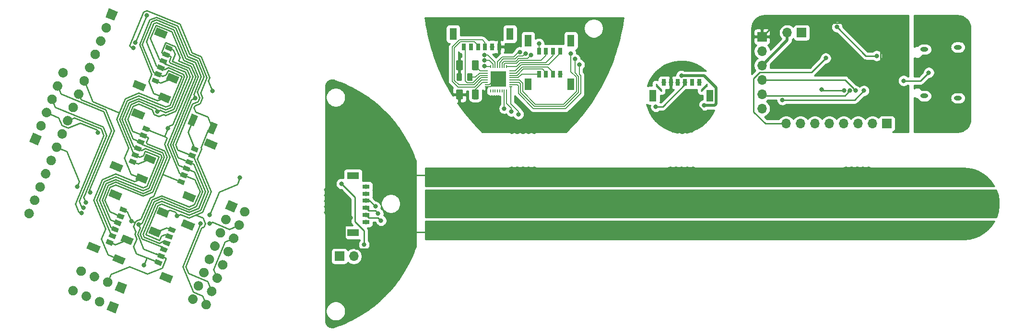
<source format=gbr>
%TF.GenerationSoftware,KiCad,Pcbnew,5.1.6*%
%TF.CreationDate,2020-08-23T11:13:54-07:00*%
%TF.ProjectId,plant_station_v3,706c616e-745f-4737-9461-74696f6e5f76,rev?*%
%TF.SameCoordinates,Original*%
%TF.FileFunction,Copper,L2,Bot*%
%TF.FilePolarity,Positive*%
%FSLAX46Y46*%
G04 Gerber Fmt 4.6, Leading zero omitted, Abs format (unit mm)*
G04 Created by KiCad (PCBNEW 5.1.6) date 2020-08-23 11:13:54*
%MOMM*%
%LPD*%
G01*
G04 APERTURE LIST*
%TA.AperFunction,ComponentPad*%
%ADD10O,1.700000X1.700000*%
%TD*%
%TA.AperFunction,ComponentPad*%
%ADD11R,1.700000X1.700000*%
%TD*%
%TA.AperFunction,SMDPad,CuDef*%
%ADD12C,0.100000*%
%TD*%
%TA.AperFunction,ComponentPad*%
%ADD13C,0.100000*%
%TD*%
%TA.AperFunction,SMDPad,CuDef*%
%ADD14R,1.300000X2.150000*%
%TD*%
%TA.AperFunction,SMDPad,CuDef*%
%ADD15R,0.800000X1.200000*%
%TD*%
%TA.AperFunction,SMDPad,CuDef*%
%ADD16R,2.150000X1.300000*%
%TD*%
%TA.AperFunction,SMDPad,CuDef*%
%ADD17R,1.200000X0.800000*%
%TD*%
%TA.AperFunction,SMDPad,CuDef*%
%ADD18R,0.200000X0.500000*%
%TD*%
%TA.AperFunction,SMDPad,CuDef*%
%ADD19R,0.500000X0.200000*%
%TD*%
%TA.AperFunction,SMDPad,CuDef*%
%ADD20R,2.800000X2.800000*%
%TD*%
%TA.AperFunction,ComponentPad*%
%ADD21O,1.400000X0.800000*%
%TD*%
%TA.AperFunction,ViaPad*%
%ADD22C,0.800000*%
%TD*%
%TA.AperFunction,ViaPad*%
%ADD23C,1.600000*%
%TD*%
%TA.AperFunction,Conductor*%
%ADD24C,0.250000*%
%TD*%
%TA.AperFunction,Conductor*%
%ADD25C,0.500000*%
%TD*%
%TA.AperFunction,Conductor*%
%ADD26C,0.180000*%
%TD*%
%TA.AperFunction,NonConductor*%
%ADD27C,0.254000*%
%TD*%
%TA.AperFunction,Conductor*%
%ADD28C,0.254000*%
%TD*%
G04 APERTURE END LIST*
D10*
%TO.P,J7,8*%
%TO.N,/usb_serial/USB_WAKEUP*%
X200995000Y-77855000D03*
%TO.P,J7,7*%
%TO.N,/usb_serial/USB_GPIO.6*%
X203535000Y-77855000D03*
%TO.P,J7,6*%
%TO.N,/usb_serial/USB_GPIO.5*%
X206075000Y-77855000D03*
%TO.P,J7,5*%
%TO.N,/usb_serial/USB_GPIO.4*%
X208615000Y-77855000D03*
%TO.P,J7,4*%
%TO.N,/usb_serial/USB_CTS*%
X211155000Y-77855000D03*
%TO.P,J7,3*%
%TO.N,/usb_serial/USB_RTS*%
X213695000Y-77855000D03*
%TO.P,J7,2*%
%TO.N,/usb_serial/USB_DSR*%
X216235000Y-77855000D03*
D11*
%TO.P,J7,1*%
%TO.N,/usb_serial/USB_DTR*%
X218775000Y-77855000D03*
%TD*%
%TA.AperFunction,SMDPad,CuDef*%
D12*
%TO.P,J2,MP2*%
%TO.N,Net-(J2-PadMP2)*%
G36*
X100188557Y-82477080D02*
G01*
X98202216Y-81654311D01*
X98699705Y-80453268D01*
X100686046Y-81276037D01*
X100188557Y-82477080D01*
G37*
%TD.AperFunction*%
%TA.AperFunction,SMDPad,CuDef*%
%TO.P,J2,MP1*%
%TO.N,Net-(J2-PadMP1)*%
G36*
X96342588Y-91762070D02*
G01*
X94356247Y-90939301D01*
X94853736Y-89738258D01*
X96840077Y-90561027D01*
X96342588Y-91762070D01*
G37*
%TD.AperFunction*%
%TA.AperFunction,SMDPad,CuDef*%
%TO.P,J2,6*%
%TO.N,Net-(D6-Pad1)*%
G36*
X96997982Y-82941449D02*
G01*
X95889327Y-82482229D01*
X96195474Y-81743125D01*
X97304129Y-82202345D01*
X96997982Y-82941449D01*
G37*
%TD.AperFunction*%
%TA.AperFunction,SMDPad,CuDef*%
%TO.P,J2,5*%
%TO.N,/HOST_WAKE*%
G36*
X96519628Y-84096298D02*
G01*
X95410973Y-83637078D01*
X95717120Y-82897974D01*
X96825775Y-83357194D01*
X96519628Y-84096298D01*
G37*
%TD.AperFunction*%
%TA.AperFunction,SMDPad,CuDef*%
%TO.P,J2,4*%
%TO.N,/SCL*%
G36*
X96041274Y-85251148D02*
G01*
X94932619Y-84791928D01*
X95238766Y-84052824D01*
X96347421Y-84512044D01*
X96041274Y-85251148D01*
G37*
%TD.AperFunction*%
%TA.AperFunction,SMDPad,CuDef*%
%TO.P,J2,3*%
%TO.N,/SDA*%
G36*
X95562920Y-86405997D02*
G01*
X94454265Y-85946777D01*
X94760412Y-85207673D01*
X95869067Y-85666893D01*
X95562920Y-86405997D01*
G37*
%TD.AperFunction*%
%TA.AperFunction,SMDPad,CuDef*%
%TO.P,J2,2*%
%TO.N,VDD*%
G36*
X95084565Y-87560847D02*
G01*
X93975910Y-87101627D01*
X94282057Y-86362523D01*
X95390712Y-86821743D01*
X95084565Y-87560847D01*
G37*
%TD.AperFunction*%
%TA.AperFunction,SMDPad,CuDef*%
%TO.P,J2,1*%
%TO.N,GND*%
G36*
X94606211Y-88715696D02*
G01*
X93497556Y-88256476D01*
X93803703Y-87517372D01*
X94912358Y-87976592D01*
X94606211Y-88715696D01*
G37*
%TD.AperFunction*%
%TD*%
%TA.AperFunction,SMDPad,CuDef*%
%TO.P,D13,2*%
%TO.N,/ALL_EN*%
G36*
X82525896Y-100894841D02*
G01*
X84373655Y-101660208D01*
X83895300Y-102815057D01*
X82047541Y-102049690D01*
X82525896Y-100894841D01*
G37*
%TD.AperFunction*%
%TA.AperFunction,SMDPad,CuDef*%
%TO.P,D13,1*%
%TO.N,Net-(D13-Pad1)*%
G36*
X83960958Y-97430293D02*
G01*
X85808717Y-98195660D01*
X85330362Y-99350509D01*
X83482603Y-98585142D01*
X83960958Y-97430293D01*
G37*
%TD.AperFunction*%
%TD*%
%TA.AperFunction,SMDPad,CuDef*%
%TO.P,J13,MP2*%
%TO.N,Net-(J13-PadMP2)*%
G36*
X77993257Y-98719704D02*
G01*
X79979598Y-99542473D01*
X79482109Y-100743516D01*
X77495768Y-99920747D01*
X77993257Y-98719704D01*
G37*
%TD.AperFunction*%
%TA.AperFunction,SMDPad,CuDef*%
%TO.P,J13,MP1*%
%TO.N,Net-(J13-PadMP1)*%
G36*
X81839226Y-89434714D02*
G01*
X83825567Y-90257483D01*
X83328078Y-91458526D01*
X81341737Y-90635757D01*
X81839226Y-89434714D01*
G37*
%TD.AperFunction*%
%TA.AperFunction,SMDPad,CuDef*%
%TO.P,J13,6*%
%TO.N,Net-(D13-Pad1)*%
G36*
X81183832Y-98255335D02*
G01*
X82292487Y-98714555D01*
X81986340Y-99453659D01*
X80877685Y-98994439D01*
X81183832Y-98255335D01*
G37*
%TD.AperFunction*%
%TA.AperFunction,SMDPad,CuDef*%
%TO.P,J13,5*%
%TO.N,/HOST_WAKE*%
G36*
X81662186Y-97100486D02*
G01*
X82770841Y-97559706D01*
X82464694Y-98298810D01*
X81356039Y-97839590D01*
X81662186Y-97100486D01*
G37*
%TD.AperFunction*%
%TA.AperFunction,SMDPad,CuDef*%
%TO.P,J13,4*%
%TO.N,/SCL*%
G36*
X82140540Y-95945636D02*
G01*
X83249195Y-96404856D01*
X82943048Y-97143960D01*
X81834393Y-96684740D01*
X82140540Y-95945636D01*
G37*
%TD.AperFunction*%
%TA.AperFunction,SMDPad,CuDef*%
%TO.P,J13,3*%
%TO.N,/SDA*%
G36*
X82618894Y-94790787D02*
G01*
X83727549Y-95250007D01*
X83421402Y-95989111D01*
X82312747Y-95529891D01*
X82618894Y-94790787D01*
G37*
%TD.AperFunction*%
%TA.AperFunction,SMDPad,CuDef*%
%TO.P,J13,2*%
%TO.N,VDD*%
G36*
X83097249Y-93635937D02*
G01*
X84205904Y-94095157D01*
X83899757Y-94834261D01*
X82791102Y-94375041D01*
X83097249Y-93635937D01*
G37*
%TD.AperFunction*%
%TA.AperFunction,SMDPad,CuDef*%
%TO.P,J13,1*%
%TO.N,GND*%
G36*
X83575603Y-92481088D02*
G01*
X84684258Y-92940308D01*
X84378111Y-93679412D01*
X83269456Y-93220192D01*
X83575603Y-92481088D01*
G37*
%TD.AperFunction*%
%TD*%
%TA.AperFunction,ComponentPad*%
D13*
%TO.P,J17,1*%
%TO.N,GND*%
G36*
X83047877Y-58085963D02*
G01*
X82397315Y-59656559D01*
X80826719Y-59005997D01*
X81477281Y-57435401D01*
X83047877Y-58085963D01*
G37*
%TD.AperFunction*%
%TO.P,J17,2*%
%TO.N,VDD*%
%TA.AperFunction,ComponentPad*%
G36*
G01*
X81750580Y-61217915D02*
X81750580Y-61217915D01*
G75*
G02*
X80640001Y-61677932I-785298J325281D01*
G01*
X80640001Y-61677932D01*
G75*
G02*
X80179984Y-60567353I325281J785298D01*
G01*
X80179984Y-60567353D01*
G75*
G02*
X81290563Y-60107336I785298J-325281D01*
G01*
X81290563Y-60107336D01*
G75*
G02*
X81750580Y-61217915I-325281J-785298D01*
G01*
G37*
%TD.AperFunction*%
%TO.P,J17,3*%
%TO.N,/SDA*%
%TA.AperFunction,ComponentPad*%
G36*
G01*
X80778564Y-63564569D02*
X80778564Y-63564569D01*
G75*
G02*
X79667985Y-64024586I-785298J325281D01*
G01*
X79667985Y-64024586D01*
G75*
G02*
X79207968Y-62914007I325281J785298D01*
G01*
X79207968Y-62914007D01*
G75*
G02*
X80318547Y-62453990I785298J-325281D01*
G01*
X80318547Y-62453990D01*
G75*
G02*
X80778564Y-63564569I-325281J-785298D01*
G01*
G37*
%TD.AperFunction*%
%TO.P,J17,4*%
%TO.N,/SCL*%
%TA.AperFunction,ComponentPad*%
G36*
G01*
X79806548Y-65911223D02*
X79806548Y-65911223D01*
G75*
G02*
X78695969Y-66371240I-785298J325281D01*
G01*
X78695969Y-66371240D01*
G75*
G02*
X78235952Y-65260661I325281J785298D01*
G01*
X78235952Y-65260661D01*
G75*
G02*
X79346531Y-64800644I785298J-325281D01*
G01*
X79346531Y-64800644D01*
G75*
G02*
X79806548Y-65911223I-325281J-785298D01*
G01*
G37*
%TD.AperFunction*%
%TO.P,J17,5*%
%TO.N,+3V3*%
%TA.AperFunction,ComponentPad*%
G36*
G01*
X78834532Y-68257877D02*
X78834532Y-68257877D01*
G75*
G02*
X77723953Y-68717894I-785298J325281D01*
G01*
X77723953Y-68717894D01*
G75*
G02*
X77263936Y-67607315I325281J785298D01*
G01*
X77263936Y-67607315D01*
G75*
G02*
X78374515Y-67147298I785298J-325281D01*
G01*
X78374515Y-67147298D01*
G75*
G02*
X78834532Y-68257877I-325281J-785298D01*
G01*
G37*
%TD.AperFunction*%
%TO.P,J17,6*%
%TO.N,/ALL_EN*%
%TA.AperFunction,ComponentPad*%
G36*
G01*
X77862516Y-70604531D02*
X77862516Y-70604531D01*
G75*
G02*
X76751937Y-71064548I-785298J325281D01*
G01*
X76751937Y-71064548D01*
G75*
G02*
X76291920Y-69953969I325281J785298D01*
G01*
X76291920Y-69953969D01*
G75*
G02*
X77402499Y-69493952I785298J-325281D01*
G01*
X77402499Y-69493952D01*
G75*
G02*
X77862516Y-70604531I-325281J-785298D01*
G01*
G37*
%TD.AperFunction*%
%TO.P,J17,7*%
%TO.N,/esp8266/ESP_RST*%
%TA.AperFunction,ComponentPad*%
G36*
G01*
X76890500Y-72951185D02*
X76890500Y-72951185D01*
G75*
G02*
X75779921Y-73411202I-785298J325281D01*
G01*
X75779921Y-73411202D01*
G75*
G02*
X75319904Y-72300623I325281J785298D01*
G01*
X75319904Y-72300623D01*
G75*
G02*
X76430483Y-71840606I785298J-325281D01*
G01*
X76430483Y-71840606D01*
G75*
G02*
X76890500Y-72951185I-325281J-785298D01*
G01*
G37*
%TD.AperFunction*%
%TO.P,J17,8*%
%TO.N,/esp8266/ESP_EN*%
%TA.AperFunction,ComponentPad*%
G36*
G01*
X75918485Y-75297839D02*
X75918485Y-75297839D01*
G75*
G02*
X74807906Y-75757856I-785298J325281D01*
G01*
X74807906Y-75757856D01*
G75*
G02*
X74347889Y-74647277I325281J785298D01*
G01*
X74347889Y-74647277D01*
G75*
G02*
X75458468Y-74187260I785298J-325281D01*
G01*
X75458468Y-74187260D01*
G75*
G02*
X75918485Y-75297839I-325281J-785298D01*
G01*
G37*
%TD.AperFunction*%
%TO.P,J17,9*%
%TO.N,/esp8266/WAKE_UP*%
%TA.AperFunction,ComponentPad*%
G36*
G01*
X74946469Y-77644493D02*
X74946469Y-77644493D01*
G75*
G02*
X73835890Y-78104510I-785298J325281D01*
G01*
X73835890Y-78104510D01*
G75*
G02*
X73375873Y-76993931I325281J785298D01*
G01*
X73375873Y-76993931D01*
G75*
G02*
X74486452Y-76533914I785298J-325281D01*
G01*
X74486452Y-76533914D01*
G75*
G02*
X74946469Y-77644493I-325281J-785298D01*
G01*
G37*
%TD.AperFunction*%
%TO.P,J17,10*%
%TO.N,/esp8266/GPIO0*%
%TA.AperFunction,ComponentPad*%
G36*
G01*
X73974453Y-79991147D02*
X73974453Y-79991147D01*
G75*
G02*
X72863874Y-80451164I-785298J325281D01*
G01*
X72863874Y-80451164D01*
G75*
G02*
X72403857Y-79340585I325281J785298D01*
G01*
X72403857Y-79340585D01*
G75*
G02*
X73514436Y-78880568I785298J-325281D01*
G01*
X73514436Y-78880568D01*
G75*
G02*
X73974453Y-79991147I-325281J-785298D01*
G01*
G37*
%TD.AperFunction*%
%TO.P,J17,11*%
%TO.N,/esp8266/GPIO5*%
%TA.AperFunction,ComponentPad*%
G36*
G01*
X73002437Y-82337801D02*
X73002437Y-82337801D01*
G75*
G02*
X71891858Y-82797818I-785298J325281D01*
G01*
X71891858Y-82797818D01*
G75*
G02*
X71431841Y-81687239I325281J785298D01*
G01*
X71431841Y-81687239D01*
G75*
G02*
X72542420Y-81227222I785298J-325281D01*
G01*
X72542420Y-81227222D01*
G75*
G02*
X73002437Y-82337801I-325281J-785298D01*
G01*
G37*
%TD.AperFunction*%
%TO.P,J17,12*%
%TO.N,/esp8266/GPIO15*%
%TA.AperFunction,ComponentPad*%
G36*
G01*
X72030421Y-84684455D02*
X72030421Y-84684455D01*
G75*
G02*
X70919842Y-85144472I-785298J325281D01*
G01*
X70919842Y-85144472D01*
G75*
G02*
X70459825Y-84033893I325281J785298D01*
G01*
X70459825Y-84033893D01*
G75*
G02*
X71570404Y-83573876I785298J-325281D01*
G01*
X71570404Y-83573876D01*
G75*
G02*
X72030421Y-84684455I-325281J-785298D01*
G01*
G37*
%TD.AperFunction*%
%TO.P,J17,13*%
%TO.N,/esp8266/GPIO13*%
%TA.AperFunction,ComponentPad*%
G36*
G01*
X71058405Y-87031109D02*
X71058405Y-87031109D01*
G75*
G02*
X69947826Y-87491126I-785298J325281D01*
G01*
X69947826Y-87491126D01*
G75*
G02*
X69487809Y-86380547I325281J785298D01*
G01*
X69487809Y-86380547D01*
G75*
G02*
X70598388Y-85920530I785298J-325281D01*
G01*
X70598388Y-85920530D01*
G75*
G02*
X71058405Y-87031109I-325281J-785298D01*
G01*
G37*
%TD.AperFunction*%
%TO.P,J17,14*%
%TO.N,/esp8266/GPIO12*%
%TA.AperFunction,ComponentPad*%
G36*
G01*
X70086389Y-89377763D02*
X70086389Y-89377763D01*
G75*
G02*
X68975810Y-89837780I-785298J325281D01*
G01*
X68975810Y-89837780D01*
G75*
G02*
X68515793Y-88727201I325281J785298D01*
G01*
X68515793Y-88727201D01*
G75*
G02*
X69626372Y-88267184I785298J-325281D01*
G01*
X69626372Y-88267184D01*
G75*
G02*
X70086389Y-89377763I-325281J-785298D01*
G01*
G37*
%TD.AperFunction*%
%TO.P,J17,15*%
%TO.N,/esp8266/GPIO16*%
%TA.AperFunction,ComponentPad*%
G36*
G01*
X69114373Y-91724417D02*
X69114373Y-91724417D01*
G75*
G02*
X68003794Y-92184434I-785298J325281D01*
G01*
X68003794Y-92184434D01*
G75*
G02*
X67543777Y-91073855I325281J785298D01*
G01*
X67543777Y-91073855D01*
G75*
G02*
X68654356Y-90613838I785298J-325281D01*
G01*
X68654356Y-90613838D01*
G75*
G02*
X69114373Y-91724417I-325281J-785298D01*
G01*
G37*
%TD.AperFunction*%
%TO.P,J17,16*%
%TO.N,GND*%
%TA.AperFunction,ComponentPad*%
G36*
G01*
X68142357Y-94071071D02*
X68142357Y-94071071D01*
G75*
G02*
X67031778Y-94531088I-785298J325281D01*
G01*
X67031778Y-94531088D01*
G75*
G02*
X66571761Y-93420509I325281J785298D01*
G01*
X66571761Y-93420509D01*
G75*
G02*
X67682340Y-92960492I785298J-325281D01*
G01*
X67682340Y-92960492D01*
G75*
G02*
X68142357Y-94071071I-325281J-785298D01*
G01*
G37*
%TD.AperFunction*%
%TD*%
D11*
%TO.P,J19,1*%
%TO.N,Net-(C15-Pad1)*%
X203725000Y-61755000D03*
D10*
%TO.P,J19,2*%
%TO.N,VDD*%
X201185000Y-61755000D03*
%TD*%
D11*
%TO.P,J16,1*%
%TO.N,GND*%
X196725000Y-62467500D03*
D10*
%TO.P,J16,2*%
%TO.N,/usb_serial/GPIO0*%
X196725000Y-65007500D03*
%TO.P,J16,3*%
%TO.N,VDD*%
X196725000Y-67547500D03*
%TO.P,J16,4*%
%TO.N,/usb_serial/USB_TXD*%
X196725000Y-70087500D03*
%TO.P,J16,5*%
%TO.N,/usb_serial/USB_RXD*%
X196725000Y-72627500D03*
%TO.P,J16,6*%
%TO.N,/usb_serial/ESP_RST*%
X196725000Y-75167500D03*
%TD*%
D14*
%TO.P,J12,MP2*%
%TO.N,Net-(J12-PadMP2)*%
X187525000Y-72870001D03*
%TO.P,J12,MP1*%
%TO.N,Net-(J12-PadMP1)*%
X177475000Y-72870001D03*
D15*
%TO.P,J12,6*%
%TO.N,/env_sensor/ALL_EN*%
X185625000Y-70575001D03*
%TO.P,J12,5*%
%TO.N,Net-(J12-Pad5)*%
X184375000Y-70575001D03*
%TO.P,J12,4*%
%TO.N,/env_sensor/SCL*%
X183125000Y-70575001D03*
%TO.P,J12,3*%
%TO.N,/env_sensor/SDA*%
X181875000Y-70575001D03*
%TO.P,J12,2*%
%TO.N,VDD*%
X180625000Y-70575001D03*
%TO.P,J12,1*%
%TO.N,GND*%
X179375000Y-70575001D03*
%TD*%
D16*
%TO.P,J11,MP2*%
%TO.N,Net-(J11-PadMP2)*%
X124530000Y-97125000D03*
%TO.P,J11,MP1*%
%TO.N,Net-(J11-PadMP1)*%
X124530000Y-87075000D03*
D17*
%TO.P,J11,6*%
%TO.N,/moisture_sensor/ALL_EN*%
X126825000Y-95225000D03*
%TO.P,J11,5*%
%TO.N,/moisture_sensor/HOST_WAKE*%
X126825000Y-93975000D03*
%TO.P,J11,4*%
%TO.N,/moisture_sensor/SCL*%
X126825000Y-92725000D03*
%TO.P,J11,3*%
%TO.N,/moisture_sensor/SDA*%
X126825000Y-91475000D03*
%TO.P,J11,2*%
%TO.N,VDD*%
X126825000Y-90225000D03*
%TO.P,J11,1*%
%TO.N,GND*%
X126825000Y-88975000D03*
%TD*%
%TA.AperFunction,ComponentPad*%
D13*
%TO.P,J10,1*%
%TO.N,GND*%
G36*
X83116801Y-105739769D02*
G01*
X84687397Y-106390331D01*
X84036835Y-107960927D01*
X82466239Y-107310365D01*
X83116801Y-105739769D01*
G37*
%TD.AperFunction*%
%TO.P,J10,2*%
%TO.N,VDD*%
%TA.AperFunction,ComponentPad*%
G36*
G01*
X81555445Y-105093034D02*
X81555445Y-105093034D01*
G75*
G02*
X82015462Y-106203613I-325281J-785298D01*
G01*
X82015462Y-106203613D01*
G75*
G02*
X80904883Y-106663630I-785298J325281D01*
G01*
X80904883Y-106663630D01*
G75*
G02*
X80444866Y-105553051I325281J785298D01*
G01*
X80444866Y-105553051D01*
G75*
G02*
X81555445Y-105093034I785298J-325281D01*
G01*
G37*
%TD.AperFunction*%
%TO.P,J10,3*%
%TO.N,/SCL*%
%TA.AperFunction,ComponentPad*%
G36*
G01*
X79208791Y-104121018D02*
X79208791Y-104121018D01*
G75*
G02*
X79668808Y-105231597I-325281J-785298D01*
G01*
X79668808Y-105231597D01*
G75*
G02*
X78558229Y-105691614I-785298J325281D01*
G01*
X78558229Y-105691614D01*
G75*
G02*
X78098212Y-104581035I325281J785298D01*
G01*
X78098212Y-104581035D01*
G75*
G02*
X79208791Y-104121018I785298J-325281D01*
G01*
G37*
%TD.AperFunction*%
%TO.P,J10,4*%
%TO.N,/SDA*%
%TA.AperFunction,ComponentPad*%
G36*
G01*
X76862137Y-103149002D02*
X76862137Y-103149002D01*
G75*
G02*
X77322154Y-104259581I-325281J-785298D01*
G01*
X77322154Y-104259581D01*
G75*
G02*
X76211575Y-104719598I-785298J325281D01*
G01*
X76211575Y-104719598D01*
G75*
G02*
X75751558Y-103609019I325281J785298D01*
G01*
X75751558Y-103609019D01*
G75*
G02*
X76862137Y-103149002I785298J-325281D01*
G01*
G37*
%TD.AperFunction*%
%TD*%
%TO.P,J9,4*%
%TO.N,/SDA*%
%TA.AperFunction,ComponentPad*%
G36*
G01*
X75427074Y-106613550D02*
X75427074Y-106613550D01*
G75*
G02*
X75887091Y-107724129I-325281J-785298D01*
G01*
X75887091Y-107724129D01*
G75*
G02*
X74776512Y-108184146I-785298J325281D01*
G01*
X74776512Y-108184146D01*
G75*
G02*
X74316495Y-107073567I325281J785298D01*
G01*
X74316495Y-107073567D01*
G75*
G02*
X75427074Y-106613550I785298J-325281D01*
G01*
G37*
%TD.AperFunction*%
%TO.P,J9,3*%
%TO.N,/SCL*%
%TA.AperFunction,ComponentPad*%
G36*
G01*
X77773728Y-107585566D02*
X77773728Y-107585566D01*
G75*
G02*
X78233745Y-108696145I-325281J-785298D01*
G01*
X78233745Y-108696145D01*
G75*
G02*
X77123166Y-109156162I-785298J325281D01*
G01*
X77123166Y-109156162D01*
G75*
G02*
X76663149Y-108045583I325281J785298D01*
G01*
X76663149Y-108045583D01*
G75*
G02*
X77773728Y-107585566I785298J-325281D01*
G01*
G37*
%TD.AperFunction*%
%TO.P,J9,2*%
%TO.N,VDD*%
%TA.AperFunction,ComponentPad*%
G36*
G01*
X80120382Y-108557582D02*
X80120382Y-108557582D01*
G75*
G02*
X80580399Y-109668161I-325281J-785298D01*
G01*
X80580399Y-109668161D01*
G75*
G02*
X79469820Y-110128178I-785298J325281D01*
G01*
X79469820Y-110128178D01*
G75*
G02*
X79009803Y-109017599I325281J785298D01*
G01*
X79009803Y-109017599D01*
G75*
G02*
X80120382Y-108557582I785298J-325281D01*
G01*
G37*
%TD.AperFunction*%
%TA.AperFunction,ComponentPad*%
%TO.P,J9,1*%
%TO.N,GND*%
G36*
X81681738Y-109204317D02*
G01*
X83252334Y-109854879D01*
X82601772Y-111425475D01*
X81031176Y-110774913D01*
X81681738Y-109204317D01*
G37*
%TD.AperFunction*%
%TD*%
%TA.AperFunction,SMDPad,CuDef*%
D12*
%TO.P,J6,1*%
%TO.N,GND*%
G36*
X91631186Y-63887250D02*
G01*
X92739841Y-64346470D01*
X92433694Y-65085574D01*
X91325039Y-64626354D01*
X91631186Y-63887250D01*
G37*
%TD.AperFunction*%
%TA.AperFunction,SMDPad,CuDef*%
%TO.P,J6,2*%
%TO.N,VDD*%
G36*
X91152832Y-65042099D02*
G01*
X92261487Y-65501319D01*
X91955340Y-66240423D01*
X90846685Y-65781203D01*
X91152832Y-65042099D01*
G37*
%TD.AperFunction*%
%TA.AperFunction,SMDPad,CuDef*%
%TO.P,J6,3*%
%TO.N,/SDA*%
G36*
X90674477Y-66196949D02*
G01*
X91783132Y-66656169D01*
X91476985Y-67395273D01*
X90368330Y-66936053D01*
X90674477Y-66196949D01*
G37*
%TD.AperFunction*%
%TA.AperFunction,SMDPad,CuDef*%
%TO.P,J6,4*%
%TO.N,/SCL*%
G36*
X90196123Y-67351798D02*
G01*
X91304778Y-67811018D01*
X90998631Y-68550122D01*
X89889976Y-68090902D01*
X90196123Y-67351798D01*
G37*
%TD.AperFunction*%
%TA.AperFunction,SMDPad,CuDef*%
%TO.P,J6,5*%
%TO.N,/HOST_WAKE*%
G36*
X89717769Y-68506648D02*
G01*
X90826424Y-68965868D01*
X90520277Y-69704972D01*
X89411622Y-69245752D01*
X89717769Y-68506648D01*
G37*
%TD.AperFunction*%
%TA.AperFunction,SMDPad,CuDef*%
%TO.P,J6,6*%
%TO.N,Net-(D9-Pad1)*%
G36*
X89239415Y-69661497D02*
G01*
X90348070Y-70120717D01*
X90041923Y-70859821D01*
X88933268Y-70400601D01*
X89239415Y-69661497D01*
G37*
%TD.AperFunction*%
%TA.AperFunction,SMDPad,CuDef*%
%TO.P,J6,MP1*%
%TO.N,Net-(J6-PadMP1)*%
G36*
X89894809Y-60840876D02*
G01*
X91881150Y-61663645D01*
X91383661Y-62864688D01*
X89397320Y-62041919D01*
X89894809Y-60840876D01*
G37*
%TD.AperFunction*%
%TA.AperFunction,SMDPad,CuDef*%
%TO.P,J6,MP2*%
%TO.N,Net-(J6-PadMP2)*%
G36*
X86048840Y-70125866D02*
G01*
X88035181Y-70948635D01*
X87537692Y-72149678D01*
X85551351Y-71326909D01*
X86048840Y-70125866D01*
G37*
%TD.AperFunction*%
%TD*%
D18*
%TO.P,LEDDRV1,1*%
%TO.N,/leds/LED_1_R*%
X148825000Y-67770000D03*
%TO.P,LEDDRV1,2*%
%TO.N,/leds/LED_1_G*%
X149225000Y-67770000D03*
%TO.P,LEDDRV1,3*%
%TO.N,/leds/LED_1_B*%
X149625000Y-67770000D03*
%TO.P,LEDDRV1,4*%
%TO.N,/leds/LED_2_R*%
X150025000Y-67770000D03*
%TO.P,LEDDRV1,5*%
%TO.N,/leds/LED_2_G*%
X150425000Y-67770000D03*
%TO.P,LEDDRV1,6*%
%TO.N,/leds/LED_2_B*%
X150825000Y-67770000D03*
%TO.P,LEDDRV1,7*%
%TO.N,/leds/LED_3_R*%
X151225000Y-67770000D03*
%TO.P,LEDDRV1,8*%
%TO.N,/leds/LED_3_G*%
X151625000Y-67770000D03*
D19*
%TO.P,LEDDRV1,9*%
%TO.N,/leds/LED_3_B*%
X152375000Y-68520000D03*
%TO.P,LEDDRV1,10*%
%TO.N,/leds/LED_4_R*%
X152375000Y-68920000D03*
%TO.P,LEDDRV1,11*%
%TO.N,/leds/LED_4_G*%
X152375000Y-69320000D03*
%TO.P,LEDDRV1,12*%
%TO.N,/leds/LED_4_B*%
X152375000Y-69720000D03*
%TO.P,LEDDRV1,13*%
%TO.N,/leds/LED_5_R*%
X152375000Y-70120000D03*
%TO.P,LEDDRV1,14*%
%TO.N,/leds/LED_5_G*%
X152375000Y-70520000D03*
%TO.P,LEDDRV1,15*%
%TO.N,/leds/LED_5_B*%
X152375000Y-70920000D03*
%TO.P,LEDDRV1,16*%
%TO.N,/leds/LED_6_R*%
X152375000Y-71320000D03*
D18*
%TO.P,LEDDRV1,17*%
%TO.N,/leds/LED_6_G*%
X151625000Y-72070000D03*
%TO.P,LEDDRV1,18*%
%TO.N,/leds/LED_6_B*%
X151225000Y-72070000D03*
%TO.P,LEDDRV1,19*%
%TO.N,Net-(LEDDRV1-Pad19)*%
X150825000Y-72070000D03*
%TO.P,LEDDRV1,20*%
%TO.N,Net-(LEDDRV1-Pad20)*%
X150425000Y-72070000D03*
%TO.P,LEDDRV1,21*%
%TO.N,Net-(LEDDRV1-Pad21)*%
X150025000Y-72070000D03*
%TO.P,LEDDRV1,22*%
%TO.N,Net-(LEDDRV1-Pad22)*%
X149625000Y-72070000D03*
%TO.P,LEDDRV1,23*%
%TO.N,Net-(LEDDRV1-Pad23)*%
X149225000Y-72070000D03*
%TO.P,LEDDRV1,24*%
%TO.N,Net-(LEDDRV1-Pad24)*%
X148825000Y-72070000D03*
D19*
%TO.P,LEDDRV1,25*%
%TO.N,GND*%
X148075000Y-71320000D03*
%TO.P,LEDDRV1,26*%
X148075000Y-70920000D03*
%TO.P,LEDDRV1,27*%
%TO.N,VDD*%
X148075000Y-70520000D03*
%TO.P,LEDDRV1,28*%
%TO.N,/leds/SDA*%
X148075000Y-70120000D03*
%TO.P,LEDDRV1,29*%
%TO.N,/leds/SCL*%
X148075000Y-69720000D03*
%TO.P,LEDDRV1,30*%
%TO.N,/leds/ALL_EN*%
X148075000Y-69320000D03*
%TO.P,LEDDRV1,31*%
%TO.N,Net-(LEDDRV1-Pad31)*%
X148075000Y-68920000D03*
%TO.P,LEDDRV1,32*%
%TO.N,Net-(C1-Pad1)*%
X148075000Y-68520000D03*
D20*
%TO.P,LEDDRV1,33*%
%TO.N,GND*%
X150225000Y-69920000D03*
%TD*%
%TA.AperFunction,SMDPad,CuDef*%
D12*
%TO.P,D9,2*%
%TO.N,/ALL_EN*%
G36*
X90581478Y-72301003D02*
G01*
X92429237Y-73066370D01*
X91950882Y-74221219D01*
X90103123Y-73455852D01*
X90581478Y-72301003D01*
G37*
%TD.AperFunction*%
%TA.AperFunction,SMDPad,CuDef*%
%TO.P,D9,1*%
%TO.N,Net-(D9-Pad1)*%
G36*
X92016540Y-68836455D02*
G01*
X93864299Y-69601822D01*
X93385944Y-70756671D01*
X91538185Y-69991304D01*
X92016540Y-68836455D01*
G37*
%TD.AperFunction*%
%TD*%
D11*
%TO.P,J18,1*%
%TO.N,Net-(FB2-Pad1)*%
X122125000Y-101311875D03*
D10*
%TO.P,J18,2*%
%TO.N,GND*%
X124665000Y-101311875D03*
%TD*%
%TO.P,C1,1*%
%TO.N,Net-(C1-Pad1)*%
%TA.AperFunction,SMDPad,CuDef*%
G36*
G01*
X146750000Y-66895000D02*
X146750000Y-68145000D01*
G75*
G02*
X146500000Y-68395000I-250000J0D01*
G01*
X145750000Y-68395000D01*
G75*
G02*
X145500000Y-68145000I0J250000D01*
G01*
X145500000Y-66895000D01*
G75*
G02*
X145750000Y-66645000I250000J0D01*
G01*
X146500000Y-66645000D01*
G75*
G02*
X146750000Y-66895000I0J-250000D01*
G01*
G37*
%TD.AperFunction*%
%TO.P,C1,2*%
%TO.N,GND*%
%TA.AperFunction,SMDPad,CuDef*%
G36*
G01*
X143950000Y-66895000D02*
X143950000Y-68145000D01*
G75*
G02*
X143700000Y-68395000I-250000J0D01*
G01*
X142950000Y-68395000D01*
G75*
G02*
X142700000Y-68145000I0J250000D01*
G01*
X142700000Y-66895000D01*
G75*
G02*
X142950000Y-66645000I250000J0D01*
G01*
X143700000Y-66645000D01*
G75*
G02*
X143950000Y-66895000I0J-250000D01*
G01*
G37*
%TD.AperFunction*%
%TD*%
D14*
%TO.P,J14,6*%
%TO.N,Net-(J14-Pad6)*%
X155450000Y-63180000D03*
%TO.P,J14,5*%
%TO.N,Net-(J14-Pad5)*%
X163000000Y-63180000D03*
D15*
%TO.P,J14,4*%
%TO.N,VDD*%
X157350000Y-64995000D03*
%TO.P,J14,3*%
%TO.N,/leds/LED_3_R*%
X158600000Y-64995000D03*
%TO.P,J14,2*%
%TO.N,/leds/LED_3_G*%
X159850000Y-64995000D03*
%TO.P,J14,1*%
%TO.N,/leds/LED_3_B*%
X161100000Y-64995000D03*
%TD*%
%TO.P,R1,1*%
%TO.N,GND*%
%TA.AperFunction,SMDPad,CuDef*%
G36*
G01*
X142800000Y-70076250D02*
X142800000Y-69163750D01*
G75*
G02*
X143043750Y-68920000I243750J0D01*
G01*
X143531250Y-68920000D01*
G75*
G02*
X143775000Y-69163750I0J-243750D01*
G01*
X143775000Y-70076250D01*
G75*
G02*
X143531250Y-70320000I-243750J0D01*
G01*
X143043750Y-70320000D01*
G75*
G02*
X142800000Y-70076250I0J243750D01*
G01*
G37*
%TD.AperFunction*%
%TO.P,R1,2*%
%TO.N,Net-(LEDDRV1-Pad31)*%
%TA.AperFunction,SMDPad,CuDef*%
G36*
G01*
X144675000Y-70076250D02*
X144675000Y-69163750D01*
G75*
G02*
X144918750Y-68920000I243750J0D01*
G01*
X145406250Y-68920000D01*
G75*
G02*
X145650000Y-69163750I0J-243750D01*
G01*
X145650000Y-70076250D01*
G75*
G02*
X145406250Y-70320000I-243750J0D01*
G01*
X144918750Y-70320000D01*
G75*
G02*
X144675000Y-70076250I0J243750D01*
G01*
G37*
%TD.AperFunction*%
%TD*%
%TA.AperFunction,SMDPad,CuDef*%
D12*
%TO.P,J4,MP2*%
%TO.N,Net-(J4-PadMP2)*%
G36*
X96160765Y-96773999D02*
G01*
X94174424Y-95951230D01*
X94671913Y-94750187D01*
X96658254Y-95572956D01*
X96160765Y-96773999D01*
G37*
%TD.AperFunction*%
%TA.AperFunction,SMDPad,CuDef*%
%TO.P,J4,MP1*%
%TO.N,Net-(J4-PadMP1)*%
G36*
X92314796Y-106058989D02*
G01*
X90328455Y-105236220D01*
X90825944Y-104035177D01*
X92812285Y-104857946D01*
X92314796Y-106058989D01*
G37*
%TD.AperFunction*%
%TA.AperFunction,SMDPad,CuDef*%
%TO.P,J4,6*%
%TO.N,Net-(D12-Pad1)*%
G36*
X92970190Y-97238368D02*
G01*
X91861535Y-96779148D01*
X92167682Y-96040044D01*
X93276337Y-96499264D01*
X92970190Y-97238368D01*
G37*
%TD.AperFunction*%
%TA.AperFunction,SMDPad,CuDef*%
%TO.P,J4,5*%
%TO.N,/HOST_WAKE*%
G36*
X92491836Y-98393217D02*
G01*
X91383181Y-97933997D01*
X91689328Y-97194893D01*
X92797983Y-97654113D01*
X92491836Y-98393217D01*
G37*
%TD.AperFunction*%
%TA.AperFunction,SMDPad,CuDef*%
%TO.P,J4,4*%
%TO.N,/SCL*%
G36*
X92013482Y-99548067D02*
G01*
X90904827Y-99088847D01*
X91210974Y-98349743D01*
X92319629Y-98808963D01*
X92013482Y-99548067D01*
G37*
%TD.AperFunction*%
%TA.AperFunction,SMDPad,CuDef*%
%TO.P,J4,3*%
%TO.N,/SDA*%
G36*
X91535128Y-100702916D02*
G01*
X90426473Y-100243696D01*
X90732620Y-99504592D01*
X91841275Y-99963812D01*
X91535128Y-100702916D01*
G37*
%TD.AperFunction*%
%TA.AperFunction,SMDPad,CuDef*%
%TO.P,J4,2*%
%TO.N,VDD*%
G36*
X91056773Y-101857766D02*
G01*
X89948118Y-101398546D01*
X90254265Y-100659442D01*
X91362920Y-101118662D01*
X91056773Y-101857766D01*
G37*
%TD.AperFunction*%
%TA.AperFunction,SMDPad,CuDef*%
%TO.P,J4,1*%
%TO.N,GND*%
G36*
X90578419Y-103012615D02*
G01*
X89469764Y-102553395D01*
X89775911Y-101814291D01*
X90884566Y-102273511D01*
X90578419Y-103012615D01*
G37*
%TD.AperFunction*%
%TD*%
D14*
%TO.P,J20,MP2*%
%TO.N,Net-(J20-PadMP2)*%
X142200000Y-61975000D03*
%TO.P,J20,MP1*%
%TO.N,Net-(J20-PadMP1)*%
X152250000Y-61975000D03*
D15*
%TO.P,J20,6*%
%TO.N,/leds/ALL_EN*%
X144100000Y-64270000D03*
%TO.P,J20,5*%
%TO.N,Net-(J20-Pad5)*%
X145350000Y-64270000D03*
%TO.P,J20,4*%
%TO.N,/leds/SCL*%
X146600000Y-64270000D03*
%TO.P,J20,3*%
%TO.N,/leds/SDA*%
X147850000Y-64270000D03*
%TO.P,J20,2*%
%TO.N,VDD*%
X149100000Y-64270000D03*
%TO.P,J20,1*%
%TO.N,GND*%
X150350000Y-64270000D03*
%TD*%
%TO.P,C2,1*%
%TO.N,GND*%
%TA.AperFunction,SMDPad,CuDef*%
G36*
G01*
X142700000Y-73295000D02*
X142700000Y-72045000D01*
G75*
G02*
X142950000Y-71795000I250000J0D01*
G01*
X143700000Y-71795000D01*
G75*
G02*
X143950000Y-72045000I0J-250000D01*
G01*
X143950000Y-73295000D01*
G75*
G02*
X143700000Y-73545000I-250000J0D01*
G01*
X142950000Y-73545000D01*
G75*
G02*
X142700000Y-73295000I0J250000D01*
G01*
G37*
%TD.AperFunction*%
%TO.P,C2,2*%
%TO.N,VDD*%
%TA.AperFunction,SMDPad,CuDef*%
G36*
G01*
X145500000Y-73295000D02*
X145500000Y-72045000D01*
G75*
G02*
X145750000Y-71795000I250000J0D01*
G01*
X146500000Y-71795000D01*
G75*
G02*
X146750000Y-72045000I0J-250000D01*
G01*
X146750000Y-73295000D01*
G75*
G02*
X146500000Y-73545000I-250000J0D01*
G01*
X145750000Y-73545000D01*
G75*
G02*
X145500000Y-73295000I0J250000D01*
G01*
G37*
%TD.AperFunction*%
%TD*%
%TA.AperFunction,SMDPad,CuDef*%
D12*
%TO.P,J5,1*%
%TO.N,GND*%
G36*
X87603395Y-78184169D02*
G01*
X88712050Y-78643389D01*
X88405903Y-79382493D01*
X87297248Y-78923273D01*
X87603395Y-78184169D01*
G37*
%TD.AperFunction*%
%TA.AperFunction,SMDPad,CuDef*%
%TO.P,J5,2*%
%TO.N,VDD*%
G36*
X87125041Y-79339018D02*
G01*
X88233696Y-79798238D01*
X87927549Y-80537342D01*
X86818894Y-80078122D01*
X87125041Y-79339018D01*
G37*
%TD.AperFunction*%
%TA.AperFunction,SMDPad,CuDef*%
%TO.P,J5,3*%
%TO.N,/SDA*%
G36*
X86646686Y-80493868D02*
G01*
X87755341Y-80953088D01*
X87449194Y-81692192D01*
X86340539Y-81232972D01*
X86646686Y-80493868D01*
G37*
%TD.AperFunction*%
%TA.AperFunction,SMDPad,CuDef*%
%TO.P,J5,4*%
%TO.N,/SCL*%
G36*
X86168332Y-81648717D02*
G01*
X87276987Y-82107937D01*
X86970840Y-82847041D01*
X85862185Y-82387821D01*
X86168332Y-81648717D01*
G37*
%TD.AperFunction*%
%TA.AperFunction,SMDPad,CuDef*%
%TO.P,J5,5*%
%TO.N,/HOST_WAKE*%
G36*
X85689978Y-82803567D02*
G01*
X86798633Y-83262787D01*
X86492486Y-84001891D01*
X85383831Y-83542671D01*
X85689978Y-82803567D01*
G37*
%TD.AperFunction*%
%TA.AperFunction,SMDPad,CuDef*%
%TO.P,J5,6*%
%TO.N,Net-(D8-Pad1)*%
G36*
X85211624Y-83958416D02*
G01*
X86320279Y-84417636D01*
X86014132Y-85156740D01*
X84905477Y-84697520D01*
X85211624Y-83958416D01*
G37*
%TD.AperFunction*%
%TA.AperFunction,SMDPad,CuDef*%
%TO.P,J5,MP1*%
%TO.N,Net-(J5-PadMP1)*%
G36*
X85867018Y-75137795D02*
G01*
X87853359Y-75960564D01*
X87355870Y-77161607D01*
X85369529Y-76338838D01*
X85867018Y-75137795D01*
G37*
%TD.AperFunction*%
%TA.AperFunction,SMDPad,CuDef*%
%TO.P,J5,MP2*%
%TO.N,Net-(J5-PadMP2)*%
G36*
X82021049Y-84422785D02*
G01*
X84007390Y-85245554D01*
X83509901Y-86446597D01*
X81523560Y-85623828D01*
X82021049Y-84422785D01*
G37*
%TD.AperFunction*%
%TD*%
%TA.AperFunction,ComponentPad*%
D13*
%TO.P,J1,1*%
%TO.N,/esp8266/WAKE_UP*%
G36*
X101955414Y-92923408D02*
G01*
X102605976Y-91352812D01*
X104176572Y-92003374D01*
X103526010Y-93573970D01*
X101955414Y-92923408D01*
G37*
%TD.AperFunction*%
%TO.P,J1,2*%
%TO.N,/esp8266/GPIO16*%
%TA.AperFunction,ComponentPad*%
G36*
G01*
X104627349Y-93110126D02*
X104627349Y-93110126D01*
G75*
G02*
X105737928Y-92650109I785298J-325281D01*
G01*
X105737928Y-92650109D01*
G75*
G02*
X106197945Y-93760688I-325281J-785298D01*
G01*
X106197945Y-93760688D01*
G75*
G02*
X105087366Y-94220705I-785298J325281D01*
G01*
X105087366Y-94220705D01*
G75*
G02*
X104627349Y-93110126I325281J785298D01*
G01*
G37*
%TD.AperFunction*%
%TO.P,J1,3*%
%TO.N,VDD*%
%TA.AperFunction,ComponentPad*%
G36*
G01*
X101308679Y-94484764D02*
X101308679Y-94484764D01*
G75*
G02*
X102419258Y-94024747I785298J-325281D01*
G01*
X102419258Y-94024747D01*
G75*
G02*
X102879275Y-95135326I-325281J-785298D01*
G01*
X102879275Y-95135326D01*
G75*
G02*
X101768696Y-95595343I-785298J325281D01*
G01*
X101768696Y-95595343D01*
G75*
G02*
X101308679Y-94484764I325281J785298D01*
G01*
G37*
%TD.AperFunction*%
%TO.P,J1,4*%
%TO.N,+3V3*%
%TA.AperFunction,ComponentPad*%
G36*
G01*
X103655333Y-95456780D02*
X103655333Y-95456780D01*
G75*
G02*
X104765912Y-94996763I785298J-325281D01*
G01*
X104765912Y-94996763D01*
G75*
G02*
X105225929Y-96107342I-325281J-785298D01*
G01*
X105225929Y-96107342D01*
G75*
G02*
X104115350Y-96567359I-785298J325281D01*
G01*
X104115350Y-96567359D01*
G75*
G02*
X103655333Y-95456780I325281J785298D01*
G01*
G37*
%TD.AperFunction*%
%TO.P,J1,5*%
%TO.N,VDD*%
%TA.AperFunction,ComponentPad*%
G36*
G01*
X100336663Y-96831418D02*
X100336663Y-96831418D01*
G75*
G02*
X101447242Y-96371401I785298J-325281D01*
G01*
X101447242Y-96371401D01*
G75*
G02*
X101907259Y-97481980I-325281J-785298D01*
G01*
X101907259Y-97481980D01*
G75*
G02*
X100796680Y-97941997I-785298J325281D01*
G01*
X100796680Y-97941997D01*
G75*
G02*
X100336663Y-96831418I325281J785298D01*
G01*
G37*
%TD.AperFunction*%
%TO.P,J1,6*%
%TO.N,Net-(J1-Pad12)*%
%TA.AperFunction,ComponentPad*%
G36*
G01*
X102683317Y-97803434D02*
X102683317Y-97803434D01*
G75*
G02*
X103793896Y-97343417I785298J-325281D01*
G01*
X103793896Y-97343417D01*
G75*
G02*
X104253913Y-98453996I-325281J-785298D01*
G01*
X104253913Y-98453996D01*
G75*
G02*
X103143334Y-98914013I-785298J325281D01*
G01*
X103143334Y-98914013D01*
G75*
G02*
X102683317Y-97803434I325281J785298D01*
G01*
G37*
%TD.AperFunction*%
%TO.P,J1,7*%
%TO.N,Net-(J1-Pad7)*%
%TA.AperFunction,ComponentPad*%
G36*
G01*
X99364647Y-99178072D02*
X99364647Y-99178072D01*
G75*
G02*
X100475226Y-98718055I785298J-325281D01*
G01*
X100475226Y-98718055D01*
G75*
G02*
X100935243Y-99828634I-325281J-785298D01*
G01*
X100935243Y-99828634D01*
G75*
G02*
X99824664Y-100288651I-785298J325281D01*
G01*
X99824664Y-100288651D01*
G75*
G02*
X99364647Y-99178072I325281J785298D01*
G01*
G37*
%TD.AperFunction*%
%TO.P,J1,8*%
%TO.N,Net-(J1-Pad8)*%
%TA.AperFunction,ComponentPad*%
G36*
G01*
X101711301Y-100150088D02*
X101711301Y-100150088D01*
G75*
G02*
X102821880Y-99690071I785298J-325281D01*
G01*
X102821880Y-99690071D01*
G75*
G02*
X103281897Y-100800650I-325281J-785298D01*
G01*
X103281897Y-100800650D01*
G75*
G02*
X102171318Y-101260667I-785298J325281D01*
G01*
X102171318Y-101260667D01*
G75*
G02*
X101711301Y-100150088I325281J785298D01*
G01*
G37*
%TD.AperFunction*%
%TO.P,J1,9*%
%TO.N,Net-(J1-Pad7)*%
%TA.AperFunction,ComponentPad*%
G36*
G01*
X98392631Y-101524726D02*
X98392631Y-101524726D01*
G75*
G02*
X99503210Y-101064709I785298J-325281D01*
G01*
X99503210Y-101064709D01*
G75*
G02*
X99963227Y-102175288I-325281J-785298D01*
G01*
X99963227Y-102175288D01*
G75*
G02*
X98852648Y-102635305I-785298J325281D01*
G01*
X98852648Y-102635305D01*
G75*
G02*
X98392631Y-101524726I325281J785298D01*
G01*
G37*
%TD.AperFunction*%
%TO.P,J1,10*%
%TO.N,+3V3*%
%TA.AperFunction,ComponentPad*%
G36*
G01*
X100739285Y-102496742D02*
X100739285Y-102496742D01*
G75*
G02*
X101849864Y-102036725I785298J-325281D01*
G01*
X101849864Y-102036725D01*
G75*
G02*
X102309881Y-103147304I-325281J-785298D01*
G01*
X102309881Y-103147304D01*
G75*
G02*
X101199302Y-103607321I-785298J325281D01*
G01*
X101199302Y-103607321D01*
G75*
G02*
X100739285Y-102496742I325281J785298D01*
G01*
G37*
%TD.AperFunction*%
%TO.P,J1,11*%
%TO.N,Net-(J1-Pad11)*%
%TA.AperFunction,ComponentPad*%
G36*
G01*
X97420615Y-103871380D02*
X97420615Y-103871380D01*
G75*
G02*
X98531194Y-103411363I785298J-325281D01*
G01*
X98531194Y-103411363D01*
G75*
G02*
X98991211Y-104521942I-325281J-785298D01*
G01*
X98991211Y-104521942D01*
G75*
G02*
X97880632Y-104981959I-785298J325281D01*
G01*
X97880632Y-104981959D01*
G75*
G02*
X97420615Y-103871380I325281J785298D01*
G01*
G37*
%TD.AperFunction*%
%TO.P,J1,12*%
%TO.N,Net-(J1-Pad12)*%
%TA.AperFunction,ComponentPad*%
G36*
G01*
X99767269Y-104843396D02*
X99767269Y-104843396D01*
G75*
G02*
X100877848Y-104383379I785298J-325281D01*
G01*
X100877848Y-104383379D01*
G75*
G02*
X101337865Y-105493958I-325281J-785298D01*
G01*
X101337865Y-105493958D01*
G75*
G02*
X100227286Y-105953975I-785298J325281D01*
G01*
X100227286Y-105953975D01*
G75*
G02*
X99767269Y-104843396I325281J785298D01*
G01*
G37*
%TD.AperFunction*%
%TO.P,J1,13*%
%TO.N,Net-(J1-Pad13)*%
%TA.AperFunction,ComponentPad*%
G36*
G01*
X96448599Y-106218034D02*
X96448599Y-106218034D01*
G75*
G02*
X97559178Y-105758017I785298J-325281D01*
G01*
X97559178Y-105758017D01*
G75*
G02*
X98019195Y-106868596I-325281J-785298D01*
G01*
X98019195Y-106868596D01*
G75*
G02*
X96908616Y-107328613I-785298J325281D01*
G01*
X96908616Y-107328613D01*
G75*
G02*
X96448599Y-106218034I325281J785298D01*
G01*
G37*
%TD.AperFunction*%
%TO.P,J1,14*%
%TO.N,/ALL_EN*%
%TA.AperFunction,ComponentPad*%
G36*
G01*
X98795254Y-107190050D02*
X98795254Y-107190050D01*
G75*
G02*
X99905833Y-106730033I785298J-325281D01*
G01*
X99905833Y-106730033D01*
G75*
G02*
X100365850Y-107840612I-325281J-785298D01*
G01*
X100365850Y-107840612D01*
G75*
G02*
X99255271Y-108300629I-785298J325281D01*
G01*
X99255271Y-108300629D01*
G75*
G02*
X98795254Y-107190050I325281J785298D01*
G01*
G37*
%TD.AperFunction*%
%TO.P,J1,15*%
%TO.N,Net-(J1-Pad13)*%
%TA.AperFunction,ComponentPad*%
G36*
G01*
X95476584Y-108564688D02*
X95476584Y-108564688D01*
G75*
G02*
X96587163Y-108104671I785298J-325281D01*
G01*
X96587163Y-108104671D01*
G75*
G02*
X97047180Y-109215250I-325281J-785298D01*
G01*
X97047180Y-109215250D01*
G75*
G02*
X95936601Y-109675267I-785298J325281D01*
G01*
X95936601Y-109675267D01*
G75*
G02*
X95476584Y-108564688I325281J785298D01*
G01*
G37*
%TD.AperFunction*%
%TO.P,J1,16*%
%TO.N,/esp8266/GPIO5*%
%TA.AperFunction,ComponentPad*%
G36*
G01*
X97823238Y-109536704D02*
X97823238Y-109536704D01*
G75*
G02*
X98933817Y-109076687I785298J-325281D01*
G01*
X98933817Y-109076687D01*
G75*
G02*
X99393834Y-110187266I-325281J-785298D01*
G01*
X99393834Y-110187266D01*
G75*
G02*
X98283255Y-110647283I-785298J325281D01*
G01*
X98283255Y-110647283D01*
G75*
G02*
X97823238Y-109536704I325281J785298D01*
G01*
G37*
%TD.AperFunction*%
%TD*%
D14*
%TO.P,J15,6*%
%TO.N,Net-(J15-Pad6)*%
X163000000Y-70910000D03*
%TO.P,J15,5*%
%TO.N,Net-(J15-Pad5)*%
X155450000Y-70910000D03*
D15*
%TO.P,J15,4*%
%TO.N,VDD*%
X161100000Y-69095000D03*
%TO.P,J15,3*%
%TO.N,/leds/LED_4_R*%
X159850000Y-69095000D03*
%TO.P,J15,2*%
%TO.N,/leds/LED_4_G*%
X158600000Y-69095000D03*
%TO.P,J15,1*%
%TO.N,/leds/LED_4_B*%
X157350000Y-69095000D03*
%TD*%
D21*
%TO.P,P1,S1*%
%TO.N,Net-(P1-PadS1)*%
X225365000Y-72947500D03*
X225365000Y-64687500D03*
X231315000Y-64327500D03*
X231315000Y-73307500D03*
%TD*%
%TA.AperFunction,SMDPad,CuDef*%
D12*
%TO.P,D12,2*%
%TO.N,/ALL_EN*%
G36*
X91666395Y-94506474D02*
G01*
X89818636Y-93741107D01*
X90296991Y-92586258D01*
X92144750Y-93351625D01*
X91666395Y-94506474D01*
G37*
%TD.AperFunction*%
%TA.AperFunction,SMDPad,CuDef*%
%TO.P,D12,1*%
%TO.N,Net-(D12-Pad1)*%
G36*
X90231333Y-97971022D02*
G01*
X88383574Y-97205655D01*
X88861929Y-96050806D01*
X90709688Y-96816173D01*
X90231333Y-97971022D01*
G37*
%TD.AperFunction*%
%TD*%
%TA.AperFunction,SMDPad,CuDef*%
%TO.P,D6,2*%
%TO.N,/ALL_EN*%
G36*
X98769253Y-79318504D02*
G01*
X99534620Y-77470745D01*
X100689469Y-77949100D01*
X99924102Y-79796859D01*
X98769253Y-79318504D01*
G37*
%TD.AperFunction*%
%TA.AperFunction,SMDPad,CuDef*%
%TO.P,D6,1*%
%TO.N,Net-(D6-Pad1)*%
G36*
X95304705Y-77883442D02*
G01*
X96070072Y-76035683D01*
X97224921Y-76514038D01*
X96459554Y-78361797D01*
X95304705Y-77883442D01*
G37*
%TD.AperFunction*%
%TD*%
%TA.AperFunction,SMDPad,CuDef*%
%TO.P,D8,2*%
%TO.N,/ALL_EN*%
G36*
X86553687Y-86597922D02*
G01*
X88401446Y-87363289D01*
X87923091Y-88518138D01*
X86075332Y-87752771D01*
X86553687Y-86597922D01*
G37*
%TD.AperFunction*%
%TA.AperFunction,SMDPad,CuDef*%
%TO.P,D8,1*%
%TO.N,Net-(D8-Pad1)*%
G36*
X87988749Y-83133374D02*
G01*
X89836508Y-83898741D01*
X89358153Y-85053590D01*
X87510394Y-84288223D01*
X87988749Y-83133374D01*
G37*
%TD.AperFunction*%
%TD*%
%TO.P,J8,6*%
%TO.N,/esp8266/ESP_RST*%
%TA.AperFunction,ComponentPad*%
G36*
G01*
X74128730Y-69166185D02*
X74128730Y-69166185D01*
G75*
G02*
X73018151Y-69626202I-785298J325281D01*
G01*
X73018151Y-69626202D01*
G75*
G02*
X72558134Y-68515623I325281J785298D01*
G01*
X72558134Y-68515623D01*
G75*
G02*
X73668713Y-68055606I785298J-325281D01*
G01*
X73668713Y-68055606D01*
G75*
G02*
X74128730Y-69166185I-325281J-785298D01*
G01*
G37*
%TD.AperFunction*%
%TO.P,J8,5*%
%TO.N,/esp8266/USB_RXD*%
%TA.AperFunction,ComponentPad*%
G36*
G01*
X73156714Y-71512839D02*
X73156714Y-71512839D01*
G75*
G02*
X72046135Y-71972856I-785298J325281D01*
G01*
X72046135Y-71972856D01*
G75*
G02*
X71586118Y-70862277I325281J785298D01*
G01*
X71586118Y-70862277D01*
G75*
G02*
X72696697Y-70402260I785298J-325281D01*
G01*
X72696697Y-70402260D01*
G75*
G02*
X73156714Y-71512839I-325281J-785298D01*
G01*
G37*
%TD.AperFunction*%
%TO.P,J8,4*%
%TO.N,/esp8266/USB_TXD*%
%TA.AperFunction,ComponentPad*%
G36*
G01*
X72184698Y-73859493D02*
X72184698Y-73859493D01*
G75*
G02*
X71074119Y-74319510I-785298J325281D01*
G01*
X71074119Y-74319510D01*
G75*
G02*
X70614102Y-73208931I325281J785298D01*
G01*
X70614102Y-73208931D01*
G75*
G02*
X71724681Y-72748914I785298J-325281D01*
G01*
X71724681Y-72748914D01*
G75*
G02*
X72184698Y-73859493I-325281J-785298D01*
G01*
G37*
%TD.AperFunction*%
%TO.P,J8,3*%
%TO.N,VDD*%
%TA.AperFunction,ComponentPad*%
G36*
G01*
X71212682Y-76206147D02*
X71212682Y-76206147D01*
G75*
G02*
X70102103Y-76666164I-785298J325281D01*
G01*
X70102103Y-76666164D01*
G75*
G02*
X69642086Y-75555585I325281J785298D01*
G01*
X69642086Y-75555585D01*
G75*
G02*
X70752665Y-75095568I785298J-325281D01*
G01*
X70752665Y-75095568D01*
G75*
G02*
X71212682Y-76206147I-325281J-785298D01*
G01*
G37*
%TD.AperFunction*%
%TO.P,J8,2*%
%TO.N,/esp8266/GPIO0*%
%TA.AperFunction,ComponentPad*%
G36*
G01*
X70240666Y-78552801D02*
X70240666Y-78552801D01*
G75*
G02*
X69130087Y-79012818I-785298J325281D01*
G01*
X69130087Y-79012818D01*
G75*
G02*
X68670070Y-77902239I325281J785298D01*
G01*
X68670070Y-77902239D01*
G75*
G02*
X69780649Y-77442222I785298J-325281D01*
G01*
X69780649Y-77442222D01*
G75*
G02*
X70240666Y-78552801I-325281J-785298D01*
G01*
G37*
%TD.AperFunction*%
%TA.AperFunction,ComponentPad*%
D13*
%TO.P,J8,1*%
%TO.N,GND*%
G36*
X69593931Y-80114157D02*
G01*
X68943369Y-81684753D01*
X67372773Y-81034191D01*
X68023335Y-79463595D01*
X69593931Y-80114157D01*
G37*
%TD.AperFunction*%
%TD*%
D22*
%TO.N,GND*%
X91879977Y-78694567D03*
%TO.N,/leds/LED_5_R*%
X162975000Y-65420000D03*
%TO.N,/leds/LED_5_G*%
X163725000Y-66420000D03*
%TO.N,/leds/LED_5_B*%
X164475000Y-67420000D03*
%TO.N,/leds/LED_6_R*%
X153725000Y-76170000D03*
%TO.N,/leds/LED_6_G*%
X152475000Y-75670000D03*
%TO.N,/leds/LED_6_B*%
X151225000Y-75170000D03*
%TO.N,GND*%
X150975000Y-70670000D03*
X149475000Y-69170000D03*
X213925000Y-60755000D03*
X216975000Y-60755000D03*
X219475000Y-60755000D03*
X207975000Y-60755000D03*
X206725000Y-65255000D03*
X216975000Y-68755000D03*
X219475000Y-68755000D03*
X219575000Y-72525000D03*
X179375000Y-70575001D03*
X88027746Y-78792898D03*
X92286507Y-64591650D03*
X87606327Y-102888856D03*
X85412186Y-95120351D03*
X94204957Y-88116534D03*
X99203707Y-93948397D03*
X104560260Y-87420369D03*
X126825000Y-88975000D03*
X143325000Y-72670000D03*
X143287500Y-69620000D03*
X143325000Y-67520000D03*
%TO.N,/leds/LED_2_B*%
X155975000Y-65670000D03*
%TO.N,/leds/LED_2_G*%
X154975000Y-65420000D03*
%TO.N,/leds/LED_2_R*%
X153975000Y-65170000D03*
%TO.N,/leds/LED_1_B*%
X147725000Y-65670000D03*
%TO.N,/leds/LED_1_G*%
X147725000Y-66670000D03*
%TO.N,/leds/LED_1_R*%
X147725000Y-67670000D03*
%TO.N,+3V3*%
X99222279Y-95471439D03*
X86101555Y-63518048D03*
X88110643Y-58667681D03*
%TO.N,/esp8266/ESP_RST*%
X78118429Y-89977115D03*
%TO.N,/esp8266/ESP_EN*%
X85718872Y-64441928D03*
X99705134Y-72080817D03*
%TO.N,/ALL_EN*%
X93434899Y-94156620D03*
%TO.N,/SDA*%
X89992398Y-75683012D03*
X83020149Y-95389949D03*
%TO.N,/SCL*%
X96660512Y-73303672D03*
X82541794Y-96544800D03*
%TO.N,/esp8266/GPIO5*%
X75808731Y-89020406D03*
X97633895Y-95517075D03*
%TO.N,/esp8266/USB_TXD*%
X76970379Y-92748755D03*
%TO.N,/esp8266/USB_RXD*%
X77353063Y-91824874D03*
%TO.N,VDD*%
X186100000Y-76650000D03*
X86684246Y-95689977D03*
X180625000Y-70575001D03*
X91300019Y-65536024D03*
X87526294Y-79938182D03*
X79500266Y-79454970D03*
X184600000Y-74000000D03*
X178600000Y-76600000D03*
X126825000Y-90225000D03*
X149100000Y-64270000D03*
X161100000Y-69095000D03*
X157350000Y-63670000D03*
X146125000Y-72670000D03*
%TO.N,/moisture_sensor/VA*%
X126475000Y-99250000D03*
X122500000Y-88474375D03*
D23*
%TO.N,/moisture_sensor/GNDA*%
X138225000Y-97000000D03*
X138225000Y-87000000D03*
D22*
X122000000Y-82748125D03*
X122000000Y-85346250D03*
X130375000Y-80150000D03*
X130375000Y-77650000D03*
X130375000Y-103400000D03*
X133187000Y-86905000D03*
X130375000Y-105900000D03*
X128475000Y-99250000D03*
X124150000Y-94495625D03*
%TO.N,/moisture_sensor/SDA*%
X128475000Y-92500000D03*
%TO.N,/moisture_sensor/SCL*%
X128975000Y-93750000D03*
%TO.N,/moisture_sensor/HOST_WAKE*%
X129475000Y-95000000D03*
%TO.N,/env_sensor/GNDA*%
X182500000Y-69350000D03*
X186500000Y-74600000D03*
%TO.N,Net-(C15-Pad1)*%
X209975000Y-60755000D03*
X216975000Y-65850001D03*
D23*
%TO.N,/moisture_sensor/Sensor_Inside*%
X140225000Y-92000000D03*
D22*
%TO.N,/usb_serial/D+*%
X221725000Y-70255000D03*
X226162500Y-68817500D03*
%TO.N,/moisture_sensor/ALL_EN*%
X126825000Y-95225000D03*
%TO.N,/env_sensor/SCL*%
X177995000Y-74850000D03*
X183125000Y-70575001D03*
%TO.N,/env_sensor/SDA*%
X181875000Y-70600000D03*
%TO.N,/moisture_sensor/HOST_WAKE*%
X126825000Y-93975000D03*
%TO.N,/moisture_sensor/SCL*%
X126825000Y-92725000D03*
%TO.N,/moisture_sensor/SDA*%
X126825000Y-91475000D03*
%TO.N,/usb_serial/USB_RTS*%
X211225000Y-72005000D03*
X207225000Y-71767500D03*
%TO.N,/usb_serial/USB_DTR*%
X214725000Y-72005000D03*
X200325000Y-73642500D03*
%TO.N,/usb_serial/USB_WAKEUP*%
X207975000Y-66255000D03*
%TO.N,/env_sensor/ALL_EN*%
X185625000Y-70575001D03*
%TO.N,/usb_serial/USB_RXD*%
X212225000Y-72005000D03*
%TO.N,/usb_serial/USB_TXD*%
X213225000Y-72005000D03*
%TO.N,/esp8266/WAKE_UP*%
X76580000Y-93672633D03*
%TD*%
D24*
%TO.N,*%
X178000000Y-70850000D02*
X179000000Y-71850000D01*
X187000000Y-70850000D02*
X186000000Y-71850000D01*
X178000000Y-71100000D02*
X179000000Y-72100000D01*
X187000000Y-71100000D02*
X186000000Y-72100000D01*
D25*
%TO.N,GND*%
X179375000Y-70575001D02*
X179375000Y-70575001D01*
D24*
X87233462Y-94429180D02*
X87233483Y-94429230D01*
X88680273Y-90936372D02*
X87233483Y-94429230D01*
X89333651Y-90665735D02*
X88680273Y-90936372D01*
X88004649Y-78783331D02*
X88789946Y-79108612D01*
X91237520Y-81496418D02*
X91705807Y-82626963D01*
X92598789Y-66777502D02*
X95606568Y-68023365D01*
X93115395Y-65530304D02*
X92598789Y-66777502D01*
X95606568Y-68023365D02*
X96212404Y-69485987D01*
X92817738Y-64811693D02*
X93115395Y-65530304D01*
X92032440Y-64486412D02*
X92032440Y-64486412D01*
X91705807Y-82626963D02*
X92184613Y-83782906D01*
X91578777Y-82320284D02*
X91705807Y-82626963D01*
X91723264Y-80323632D02*
X91723313Y-80323612D01*
X88004649Y-78783331D02*
X88027746Y-78792898D01*
X90948350Y-86767603D02*
X90948330Y-86767555D01*
X94204957Y-88116534D02*
X94204957Y-88116534D01*
X90948330Y-86767555D02*
X89333651Y-90665735D01*
X92184613Y-83782906D02*
X90948330Y-86767555D01*
X92032440Y-64486412D02*
X92286507Y-64591650D01*
X92286507Y-64591650D02*
X92817738Y-64811693D01*
X86296872Y-100806183D02*
X85782735Y-99564947D01*
X85997200Y-97413880D02*
X86181103Y-96969900D01*
X86335468Y-98230533D02*
X85997200Y-97413880D01*
X85782735Y-99564947D02*
X86335468Y-98230533D01*
X88119602Y-101649705D02*
X88075339Y-101542850D01*
X87606327Y-102888856D02*
X88119602Y-101649705D01*
X88075339Y-101542850D02*
X86296872Y-100806183D01*
X90177165Y-102413453D02*
X88075339Y-101542850D01*
X85775226Y-95990025D02*
X86181103Y-96969900D01*
X87127480Y-94685143D02*
X86147606Y-95091020D01*
X87233483Y-94429230D02*
X87127480Y-94685143D01*
X84689402Y-93375396D02*
X83976857Y-93080250D01*
X85412186Y-95120351D02*
X84689402Y-93375396D01*
X86016171Y-95370530D02*
X86024000Y-95389433D01*
X85412186Y-95120351D02*
X86016171Y-95370530D01*
X86024000Y-95389433D02*
X85775226Y-95990025D01*
X86147606Y-95091020D02*
X86024000Y-95389433D01*
X94204957Y-88116534D02*
X90948350Y-86767603D01*
X104560260Y-87420369D02*
X104089432Y-88557049D01*
X100887514Y-89883327D02*
X99203707Y-93948397D01*
X104089432Y-88557049D02*
X100887514Y-89883327D01*
X217700001Y-61480001D02*
X216975000Y-60755000D01*
X217700001Y-68029999D02*
X217700001Y-61480001D01*
X216975000Y-68755000D02*
X217700001Y-68029999D01*
X208700001Y-60029999D02*
X207975000Y-60755000D01*
X216975000Y-60755000D02*
X216249999Y-60029999D01*
X207975000Y-64005000D02*
X206725000Y-65255000D01*
X207975000Y-60755000D02*
X207975000Y-64005000D01*
X207975000Y-60755000D02*
X207225000Y-60005000D01*
X199187500Y-60005000D02*
X196725000Y-62467500D01*
X207225000Y-60005000D02*
X199187500Y-60005000D01*
X219575000Y-71355000D02*
X216975000Y-68755000D01*
X219575000Y-72525000D02*
X219575000Y-71355000D01*
X219475000Y-60755000D02*
X218825000Y-60105000D01*
X217625000Y-60105000D02*
X216975000Y-60755000D01*
X218825000Y-60105000D02*
X217625000Y-60105000D01*
X214700001Y-60029999D02*
X214949999Y-60029999D01*
X213925000Y-60805000D02*
X214700001Y-60029999D01*
X216249999Y-60029999D02*
X214949999Y-60029999D01*
X213149999Y-60029999D02*
X212700001Y-60029999D01*
X213925000Y-60805000D02*
X213149999Y-60029999D01*
X212700001Y-60029999D02*
X208700001Y-60029999D01*
D26*
X149547002Y-69920000D02*
X150225000Y-69920000D01*
X148547002Y-70920000D02*
X149547002Y-69920000D01*
X148075000Y-70920000D02*
X148547002Y-70920000D01*
X148825000Y-71320000D02*
X150225000Y-69920000D01*
X148075000Y-71320000D02*
X148825000Y-71320000D01*
D24*
X91723313Y-80323612D02*
X91237520Y-81496418D01*
X92067740Y-78241268D02*
X91879977Y-78694567D01*
X92693152Y-77982213D02*
X92067740Y-78241268D01*
X96212404Y-69485987D02*
X92693152Y-77982213D01*
X91295044Y-80106719D02*
X91247317Y-80126489D01*
X91879977Y-78694567D02*
X91295044Y-80106719D01*
X91247317Y-80126489D02*
X91723264Y-80323632D01*
X88027746Y-78792898D02*
X91247317Y-80126489D01*
D26*
%TO.N,Net-(C1-Pad1)*%
X148075000Y-68520000D02*
X146994990Y-68520000D01*
X146125000Y-67650010D02*
X146125000Y-67520000D01*
X146994990Y-68520000D02*
X146125000Y-67650010D01*
D24*
%TO.N,+3V3*%
X88110643Y-58667681D02*
X86101555Y-63518048D01*
X102729032Y-96491028D02*
X104440631Y-95782061D01*
X99744901Y-95254962D02*
X102729032Y-96491028D01*
X99222279Y-95471439D02*
X99744901Y-95254962D01*
%TO.N,/esp8266/ESP_RST*%
X77969605Y-89617821D02*
X78118429Y-89977115D01*
X82346129Y-79051957D02*
X77969605Y-89617821D01*
X76488326Y-73569324D02*
X80818003Y-75362736D01*
X80818003Y-75362736D02*
X82346129Y-79051957D01*
X76101376Y-72635143D02*
X76488326Y-73569324D01*
X76105203Y-72625904D02*
X76101376Y-72635143D01*
%TO.N,/esp8266/ESP_EN*%
X88164619Y-57824083D02*
X93960046Y-60224628D01*
X87574004Y-58068724D02*
X88164619Y-57824083D01*
X85110026Y-64017293D02*
X87574004Y-58068724D01*
X85196247Y-64225450D02*
X85110026Y-64017293D01*
X85718872Y-64441928D02*
X85196247Y-64225450D01*
X97659623Y-65924284D02*
X99202530Y-69649192D01*
X96043667Y-65254932D02*
X97659623Y-65924284D01*
X93960046Y-60224628D02*
X96043667Y-65254932D01*
X98950226Y-70258309D02*
X99705134Y-72080817D01*
X99202530Y-69649192D02*
X98950226Y-70258309D01*
%TO.N,/ALL_EN*%
X97921040Y-93504339D02*
X99431726Y-89857220D01*
X90943425Y-93638754D02*
X92217324Y-93111088D01*
X85964491Y-88085697D02*
X82637936Y-86707793D01*
X78750088Y-91339564D02*
X80858067Y-96428676D01*
X83210597Y-101854950D02*
X81284306Y-101057054D01*
X82637936Y-86707793D02*
X80260774Y-87692446D01*
X80112618Y-98228348D02*
X80858067Y-96428676D01*
X81284306Y-101057054D02*
X80112618Y-98228348D01*
X80260774Y-87692446D02*
X78750088Y-91339564D01*
X87238389Y-87558030D02*
X85964491Y-88085697D01*
X91266180Y-73261111D02*
X89992281Y-73788778D01*
X85312098Y-86760135D02*
X84140409Y-83931429D01*
X87238389Y-87558030D02*
X85312098Y-86760135D01*
X84140409Y-83931429D02*
X84885858Y-82131756D01*
X82777879Y-77042645D02*
X84885858Y-82131756D01*
X86665727Y-72410874D02*
X84288565Y-73395527D01*
X89992281Y-73788778D02*
X86665727Y-72410874D01*
X98468250Y-87479536D02*
X98449990Y-87487100D01*
X97798598Y-82315156D02*
X97053150Y-84114827D01*
X97687652Y-82047309D02*
X97798598Y-82315156D01*
X98971555Y-78947697D02*
X97687652Y-82047309D01*
X99729361Y-78633802D02*
X98971555Y-78947697D01*
X97053150Y-84114827D02*
X98517640Y-87650420D01*
X98517640Y-87650420D02*
X98449990Y-87487100D01*
X99431726Y-89857220D02*
X98517640Y-87650420D01*
X77077218Y-70279250D02*
X78592568Y-73937626D01*
X83165771Y-75831909D02*
X83302912Y-75775104D01*
X78592568Y-73937626D02*
X83165771Y-75831909D01*
X83302912Y-75775104D02*
X82777879Y-77042645D01*
X84288565Y-73395527D02*
X83302912Y-75775104D01*
X94088180Y-93886022D02*
X93434899Y-94156620D01*
X95543878Y-94488992D02*
X94088180Y-93886022D01*
X93164300Y-93503339D02*
X93434899Y-94156620D01*
X92217324Y-93111088D02*
X93164300Y-93503339D01*
X89339889Y-72463217D02*
X91266180Y-73261111D01*
X86819848Y-63887426D02*
X88989302Y-69124950D01*
X99729361Y-78633802D02*
X98917567Y-76673958D01*
X96723353Y-75765085D02*
X96407883Y-75003471D01*
X97315200Y-66268706D02*
X95645706Y-65577179D01*
X97541574Y-74247052D02*
X97950588Y-73259608D01*
X96407883Y-75003471D02*
X96551297Y-74657238D01*
X97585273Y-72377663D02*
X98715443Y-69649192D01*
X88473218Y-70370887D02*
X89339889Y-72463217D01*
X96551297Y-74657238D02*
X97541574Y-74247052D01*
X88989302Y-69124950D02*
X88473218Y-70370887D01*
X97950588Y-73259608D02*
X97585273Y-72377663D01*
X98917567Y-76673958D02*
X96723353Y-75765085D01*
X98715443Y-69649192D02*
X97315200Y-66268706D01*
X95645706Y-65577179D02*
X93562083Y-60546872D01*
X93562083Y-60546872D02*
X89778968Y-58979856D01*
X88660777Y-59443028D02*
X86819848Y-63887426D01*
X89778968Y-58979856D02*
X88660777Y-59443028D01*
X96768366Y-93981793D02*
X98036835Y-94507210D01*
X95543878Y-94488992D02*
X96768366Y-93981793D01*
X96768366Y-93981793D02*
X97921040Y-93504339D01*
X98841819Y-105731875D02*
X95476503Y-104337914D01*
X99580552Y-107515331D02*
X98841819Y-105731875D01*
X95476503Y-104337914D02*
X94971887Y-103119663D01*
X98185560Y-96109808D02*
X98443107Y-95488035D01*
X97811241Y-96264857D02*
X98185560Y-96109808D01*
X94971887Y-103119663D02*
X97811241Y-96264857D01*
X98036835Y-94507210D02*
X98443107Y-95488035D01*
%TO.N,Net-(D6-Pad1)*%
X95365507Y-79369856D02*
X96596728Y-82342287D01*
X96264813Y-77198740D02*
X95365507Y-79369856D01*
%TO.N,Net-(D8-Pad1)*%
X85612877Y-84557578D02*
X86582951Y-84959396D01*
X86582951Y-84959396D02*
X88673451Y-84093482D01*
X85612877Y-84557578D02*
X86582951Y-84959396D01*
X86582951Y-84959396D02*
X88673451Y-84093482D01*
%TO.N,Net-(D9-Pad1)*%
X90610742Y-70662477D02*
X92701243Y-69796563D01*
X89640669Y-70260659D02*
X90610742Y-70662477D01*
%TO.N,/SDA*%
X90763516Y-91047639D02*
X95543886Y-93027732D01*
X86971372Y-97413882D02*
X89369116Y-91625218D01*
X96887776Y-92471075D02*
X97970467Y-89857222D01*
X91133874Y-100103755D02*
X91110777Y-100094187D01*
X87291879Y-98187653D02*
X86971372Y-97413882D01*
X91110777Y-100094187D02*
X90948429Y-99702246D01*
X97970467Y-89857222D02*
X96526995Y-86372373D01*
X90948429Y-99702246D02*
X87291879Y-98187653D01*
X95543886Y-93027732D02*
X96887776Y-92471075D01*
X89369116Y-91625218D02*
X90763516Y-91047639D01*
X96526995Y-86372373D02*
X95161665Y-85806835D01*
X87418298Y-90149146D02*
X82637928Y-88169053D01*
X91210442Y-83782903D02*
X88812699Y-89571567D01*
X81294039Y-88725710D02*
X80211347Y-91339562D01*
X87047940Y-81093030D02*
X87071037Y-81102597D01*
X90889935Y-83009132D02*
X91210442Y-83782903D01*
X87071037Y-81102597D02*
X87233384Y-81494540D01*
X80211347Y-91339562D02*
X81654819Y-94824411D01*
X87233384Y-81494540D02*
X90889935Y-83009132D01*
X82637928Y-88169053D02*
X81294039Y-88725710D01*
X88812699Y-89571567D02*
X87418298Y-90149146D01*
X81654819Y-94824411D02*
X83020149Y-95389949D01*
X92840489Y-75274648D02*
X91446090Y-75852227D01*
X95238233Y-69485984D02*
X92840489Y-75274648D01*
X91261176Y-67197620D02*
X94917727Y-68712212D01*
X94917727Y-68712212D02*
X95238233Y-69485984D01*
X91098828Y-66805678D02*
X91261176Y-67197620D01*
X91075731Y-66796111D02*
X91098828Y-66805678D01*
X85682611Y-80527492D02*
X87047940Y-81093030D01*
X84239139Y-77042643D02*
X85682611Y-80527492D01*
X85321831Y-74428791D02*
X84239139Y-77042643D01*
X86665721Y-73872134D02*
X85321831Y-74428791D01*
X95161665Y-85806835D02*
X93755943Y-85224567D01*
X93755943Y-85224567D02*
X92234425Y-81551295D01*
X97209309Y-69540860D02*
X96295413Y-67334520D01*
X92234425Y-81551295D02*
X97209309Y-69540860D01*
X96295413Y-67334520D02*
X94625920Y-66642993D01*
X90290434Y-66470830D02*
X91075731Y-66796111D01*
X88750730Y-62753657D02*
X90290434Y-66470830D01*
X89694045Y-60476294D02*
X88750730Y-62753657D01*
X89778972Y-60441116D02*
X89694045Y-60476294D01*
X92528818Y-61580140D02*
X89778972Y-60441116D01*
X94625920Y-66642993D02*
X92528818Y-61580140D01*
X90514984Y-75466550D02*
X89992398Y-75683012D01*
X91446090Y-75852227D02*
X90514984Y-75466550D01*
X89775936Y-75160428D02*
X89992398Y-75683012D01*
X86665721Y-73872134D02*
X89775936Y-75160428D01*
X83020149Y-95389949D02*
X83020149Y-95389949D01*
%TO.N,/SCL*%
X96438466Y-84982713D02*
X95640020Y-84651986D01*
X90962199Y-98679654D02*
X90308902Y-98950258D01*
X91612228Y-98948905D02*
X90962199Y-98679654D01*
X95543882Y-93514819D02*
X97232197Y-92815496D01*
X90308902Y-98950258D02*
X87636301Y-97843230D01*
X87636301Y-97843230D02*
X87458459Y-97413881D01*
X97232197Y-92815496D02*
X98457553Y-89857221D01*
X87458459Y-97413881D02*
X89713538Y-91969641D01*
X98457553Y-89857221D02*
X96438466Y-84982713D01*
X90763515Y-91534726D02*
X95543882Y-93514819D01*
X89713538Y-91969641D02*
X90763515Y-91534726D01*
X81743348Y-96214071D02*
X82541794Y-96544800D01*
X87219616Y-82517131D02*
X87872912Y-82246527D01*
X86569587Y-82247880D02*
X87219616Y-82517131D01*
X82637933Y-87681966D02*
X80949617Y-88381290D01*
X87872912Y-82246527D02*
X90545513Y-83353554D01*
X90545513Y-83353554D02*
X90723355Y-83782904D01*
X80949617Y-88381290D02*
X79724261Y-91339563D01*
X90723355Y-83782904D02*
X88468276Y-89227144D01*
X79724261Y-91339563D02*
X81743348Y-96214071D01*
X87418300Y-89662059D02*
X82637933Y-87681966D01*
X88468276Y-89227144D02*
X87418300Y-89662059D01*
X83752052Y-77042644D02*
X85771139Y-81917152D01*
X85771139Y-81917152D02*
X86569587Y-82247880D01*
X91446090Y-75365140D02*
X86665723Y-73385047D01*
X86665723Y-73385047D02*
X84977408Y-74084369D01*
X92496069Y-74930225D02*
X91446090Y-75365140D01*
X94751148Y-69485985D02*
X92496069Y-74930225D01*
X94573304Y-69056635D02*
X94751148Y-69485985D01*
X91900705Y-67949608D02*
X94573304Y-69056635D01*
X84977408Y-74084369D02*
X83752052Y-77042644D01*
X91247408Y-68220212D02*
X91900705Y-67949608D01*
X90597377Y-67950960D02*
X91247408Y-68220212D01*
X89812080Y-67625679D02*
X90597377Y-67950960D01*
X88028832Y-63320540D02*
X89812080Y-67625679D01*
X89349622Y-60131872D02*
X88028832Y-63320540D01*
X92873240Y-61235717D02*
X89778972Y-59954030D01*
X94970343Y-66298570D02*
X92873240Y-61235717D01*
X96639836Y-66990097D02*
X94970343Y-66298570D01*
X97696396Y-69540859D02*
X96639836Y-66990097D01*
X89778972Y-59954030D02*
X89349622Y-60131872D01*
X96399151Y-72672689D02*
X96660512Y-73303672D01*
X97696396Y-69540859D02*
X96399151Y-72672689D01*
X96029529Y-73565034D02*
X96660512Y-73303672D01*
X92721512Y-81551294D02*
X96029529Y-73565034D01*
X93667415Y-83834906D02*
X92721512Y-81551294D01*
X95640020Y-84651986D02*
X93667415Y-83834906D01*
X82541794Y-96544800D02*
X82541794Y-96544800D01*
%TO.N,/HOST_WAKE*%
X92090583Y-97794056D02*
X91305285Y-97468775D01*
X95543883Y-94001906D02*
X97576619Y-93159917D01*
X98944640Y-89857220D02*
X96349937Y-83593053D01*
X96349937Y-83593053D02*
X96118374Y-83497137D01*
X91305285Y-97468775D02*
X90684669Y-97725842D01*
X90393830Y-98427993D02*
X90308902Y-98463170D01*
X90684669Y-97725842D02*
X90393830Y-98427993D01*
X90057959Y-92314064D02*
X90763515Y-92021813D01*
X87980724Y-97498807D02*
X87945546Y-97413881D01*
X90763515Y-92021813D02*
X95543883Y-94001906D01*
X97576619Y-93159917D02*
X98944640Y-89857220D01*
X90308902Y-98463170D02*
X87980724Y-97498807D01*
X87945546Y-97413881D02*
X90057959Y-92314064D01*
X86091231Y-83402729D02*
X86876529Y-83728010D01*
X82637931Y-87194880D02*
X80605195Y-88036867D01*
X79237174Y-91339564D02*
X81831877Y-97603732D01*
X81831877Y-97603732D02*
X82063440Y-97699648D01*
X86876529Y-83728010D02*
X87497145Y-83470942D01*
X87787985Y-82768792D02*
X87872912Y-82733614D01*
X87497145Y-83470942D02*
X87787985Y-82768792D01*
X88123856Y-88882721D02*
X87418299Y-89174971D01*
X90201090Y-83697977D02*
X90236268Y-83782904D01*
X87418299Y-89174971D02*
X82637931Y-87194880D01*
X80605195Y-88036867D02*
X79237174Y-91339564D01*
X87872912Y-82733614D02*
X90201090Y-83697977D01*
X90236268Y-83782904D02*
X88123856Y-88882721D01*
X94264059Y-69485986D02*
X92151646Y-74585802D01*
X94228882Y-69401058D02*
X94264059Y-69485986D01*
X91900703Y-68436695D02*
X94228882Y-69401058D01*
X91815777Y-68471873D02*
X91900703Y-68436695D01*
X91524937Y-69174023D02*
X91815777Y-68471873D01*
X90904320Y-69431092D02*
X91524937Y-69174023D01*
X92151646Y-74585802D02*
X91446090Y-74878052D01*
X90119023Y-69105810D02*
X90904320Y-69431092D01*
X83264965Y-77042645D02*
X85859668Y-83306812D01*
X85859668Y-83306812D02*
X86091231Y-83402729D01*
X84632986Y-73739948D02*
X83264965Y-77042645D01*
X86665722Y-72897960D02*
X84632986Y-73739948D01*
X91446090Y-74878052D02*
X86665722Y-72897960D01*
X89333725Y-68780529D02*
X90119023Y-69105810D01*
X87306935Y-63887424D02*
X89333725Y-68780529D01*
X96118374Y-83497137D02*
X93578886Y-82445246D01*
X93578886Y-82445246D02*
X93208599Y-81551293D01*
X89778970Y-59466943D02*
X89005199Y-59787449D01*
X93208599Y-81551293D02*
X96206874Y-74312815D01*
X96206874Y-74312815D02*
X97197151Y-73902629D01*
X97197151Y-73902629D02*
X97463499Y-73259607D01*
X97463499Y-73259607D02*
X97053313Y-72269329D01*
X98183483Y-69540858D02*
X96984258Y-66645674D01*
X97053313Y-72269329D02*
X98183483Y-69540858D01*
X95314765Y-65954147D02*
X93217662Y-60891295D01*
X89005199Y-59787449D02*
X87306935Y-63887424D01*
X96984258Y-66645674D02*
X95314765Y-65954147D01*
X93217662Y-60891295D02*
X89778970Y-59466943D01*
%TO.N,/esp8266/GPIO5*%
X72217139Y-82012520D02*
X73972510Y-82739619D01*
X76191414Y-88096527D02*
X73972510Y-82739619D01*
X75808731Y-89020406D02*
X76191414Y-88096527D01*
X97972630Y-108326772D02*
X98608537Y-109861985D01*
X96366001Y-107661286D02*
X97972630Y-108326772D01*
X94484800Y-103119663D02*
X96366001Y-107661286D01*
X97633895Y-95517075D02*
X94484800Y-103119663D01*
%TO.N,/esp8266/USB_TXD*%
X71981186Y-74938769D02*
X71399400Y-73534212D01*
X80416208Y-78432669D02*
X71981186Y-74938769D01*
X81022340Y-79896003D02*
X80416208Y-78432669D01*
X76647001Y-92614806D02*
X76200520Y-91536906D01*
X76970379Y-92748755D02*
X76647001Y-92614806D01*
X76200520Y-91536906D02*
X81022340Y-79896003D01*
%TO.N,/esp8266/USB_RXD*%
X72953202Y-72592115D02*
X72371416Y-71187558D01*
X80473580Y-75707157D02*
X72953202Y-72592115D01*
X81859042Y-79051958D02*
X80473580Y-75707157D01*
X77353063Y-91824874D02*
X76960695Y-90877615D01*
X76960695Y-90877615D02*
X77171170Y-90369483D01*
X77171170Y-90369483D02*
X81859042Y-79051958D01*
D26*
%TO.N,/leds/LED_6_B*%
X151225000Y-72542002D02*
X151225000Y-75170000D01*
X151225000Y-72070000D02*
X151225000Y-72542002D01*
%TO.N,/leds/LED_6_G*%
X152475000Y-75120000D02*
X151625000Y-74270000D01*
X152475000Y-75670000D02*
X152475000Y-75120000D01*
X151625000Y-72070000D02*
X151625000Y-74270000D01*
%TO.N,/leds/LED_6_R*%
X152375000Y-71320000D02*
X152375000Y-74320000D01*
X153725000Y-75670000D02*
X153725000Y-76170000D01*
X152375000Y-74320000D02*
X153725000Y-75670000D01*
%TO.N,/leds/LED_5_B*%
X164475000Y-69063169D02*
X164475000Y-67420000D01*
X164735020Y-69323188D02*
X164475000Y-69063169D01*
X164735020Y-72496812D02*
X164735020Y-69323188D01*
X162051812Y-75180020D02*
X164735020Y-72496812D01*
X156398188Y-75180020D02*
X162051812Y-75180020D01*
X153714980Y-72496812D02*
X156398188Y-75180020D01*
X153714980Y-71159980D02*
X153714980Y-72496812D01*
X153475000Y-70920000D02*
X153714980Y-71159980D01*
X152375000Y-70920000D02*
X153475000Y-70920000D01*
%TO.N,/leds/LED_5_G*%
X152375000Y-70520000D02*
X153787586Y-70520000D01*
X164355010Y-69480593D02*
X163725000Y-68850583D01*
X164355010Y-72339407D02*
X164355010Y-69480593D01*
X163725000Y-68850583D02*
X163725000Y-66420000D01*
X161894407Y-74800010D02*
X164355010Y-72339407D01*
X156555593Y-74800010D02*
X161894407Y-74800010D01*
X154094990Y-72339407D02*
X156555593Y-74800010D01*
X154094990Y-70827404D02*
X154094990Y-72339407D01*
X153787586Y-70520000D02*
X154094990Y-70827404D01*
%TO.N,/leds/LED_5_R*%
X152375000Y-70120000D02*
X153925000Y-70120000D01*
X153925000Y-70120000D02*
X154475000Y-70670000D01*
X154475000Y-72182002D02*
X156712998Y-74420000D01*
X154475000Y-70670000D02*
X154475000Y-72182002D01*
X161737002Y-74420000D02*
X163975000Y-72182002D01*
X156712998Y-74420000D02*
X161737002Y-74420000D01*
X162975000Y-68637998D02*
X162975000Y-65420000D01*
X163975000Y-69637998D02*
X162975000Y-68637998D01*
X163975000Y-72182002D02*
X163975000Y-69637998D01*
%TO.N,/leds/LED_4_B*%
X152375000Y-69720000D02*
X153675000Y-69720000D01*
X154300000Y-69095000D02*
X157350000Y-69095000D01*
X153675000Y-69720000D02*
X154300000Y-69095000D01*
%TO.N,/leds/LED_4_G*%
X152375000Y-69320000D02*
X153455010Y-69320000D01*
X158600000Y-68822998D02*
X158600000Y-69095000D01*
X157982001Y-68204999D02*
X158600000Y-68822998D01*
X154570011Y-68204999D02*
X157982001Y-68204999D01*
X153455010Y-69320000D02*
X154570011Y-68204999D01*
%TO.N,/leds/LED_4_R*%
X159850000Y-68795000D02*
X159850000Y-69095000D01*
X158879989Y-67824989D02*
X159850000Y-68795000D01*
X154412606Y-67824989D02*
X158879989Y-67824989D01*
X153317599Y-68920000D02*
X154412606Y-67824989D01*
X152375000Y-68920000D02*
X153317599Y-68920000D01*
%TO.N,/leds/LED_3_B*%
X159037394Y-67444979D02*
X161100000Y-65382373D01*
X161100000Y-65382373D02*
X161100000Y-64995000D01*
X154255201Y-67444979D02*
X159037394Y-67444979D01*
X153180182Y-68520000D02*
X154255201Y-67444979D01*
X152375000Y-68520000D02*
X153180182Y-68520000D01*
%TO.N,/leds/LED_3_G*%
X151625000Y-67770000D02*
X153375000Y-67770000D01*
X153375000Y-67770000D02*
X154080031Y-67064969D01*
X159850000Y-65775000D02*
X159850000Y-64995000D01*
X158560031Y-67064969D02*
X159850000Y-65775000D01*
X154080031Y-67064969D02*
X158560031Y-67064969D01*
%TO.N,/leds/LED_3_R*%
X151352998Y-67170000D02*
X153437586Y-67170000D01*
X151225000Y-67297998D02*
X151352998Y-67170000D01*
X151225000Y-67770000D02*
X151225000Y-67297998D01*
X153437586Y-67170000D02*
X153937586Y-66670000D01*
X158600000Y-65775000D02*
X158600000Y-64995000D01*
X157705000Y-66670000D02*
X158600000Y-65775000D01*
X153937586Y-66670000D02*
X157705000Y-66670000D01*
%TO.N,/leds/LED_2_B*%
X150825000Y-67160583D02*
X151195593Y-66789990D01*
X150825000Y-67770000D02*
X150825000Y-67160583D01*
X153280182Y-66789990D02*
X153780181Y-66289990D01*
X151195593Y-66789990D02*
X153280182Y-66789990D01*
X155355010Y-66289990D02*
X155975000Y-65670000D01*
X153780181Y-66289990D02*
X155355010Y-66289990D01*
%TO.N,/leds/LED_2_G*%
X150425000Y-67770000D02*
X150425000Y-67023169D01*
X150425000Y-67023169D02*
X151038188Y-66409980D01*
X153122777Y-66409980D02*
X153622776Y-65909980D01*
X151038188Y-66409980D02*
X153122777Y-66409980D01*
X154485020Y-65909980D02*
X154975000Y-65420000D01*
X153622776Y-65909980D02*
X154485020Y-65909980D01*
%TO.N,/leds/LED_2_R*%
X150025000Y-67770000D02*
X150025000Y-66885754D01*
X150025000Y-66885754D02*
X150880783Y-66029970D01*
X150880783Y-66029970D02*
X152865030Y-66029970D01*
X153725000Y-65170000D02*
X153975000Y-65170000D01*
X152865030Y-66029970D02*
X153725000Y-65170000D01*
%TO.N,/leds/LED_1_B*%
X148290685Y-65670000D02*
X147725000Y-65670000D01*
X149625000Y-67004315D02*
X148290685Y-65670000D01*
X149625000Y-67770000D02*
X149625000Y-67004315D01*
%TO.N,/leds/LED_1_G*%
X148597002Y-66670000D02*
X147725000Y-66670000D01*
X149225000Y-67297998D02*
X148597002Y-66670000D01*
X149225000Y-67770000D02*
X149225000Y-67297998D01*
%TO.N,/leds/LED_1_R*%
X147825000Y-67770000D02*
X147725000Y-67670000D01*
X148825000Y-67770000D02*
X147825000Y-67770000D01*
%TO.N,Net-(LEDDRV1-Pad31)*%
X146150343Y-69620000D02*
X145162500Y-69620000D01*
X146850343Y-68920000D02*
X146150343Y-69620000D01*
X148075000Y-68920000D02*
X146850343Y-68920000D01*
D24*
%TO.N,VDD*%
X89024695Y-91280795D02*
X90763516Y-90560552D01*
X89870222Y-100933323D02*
X89829631Y-100835330D01*
X90763516Y-90560552D02*
X95543885Y-92540645D01*
X96615524Y-87762034D02*
X94683311Y-86961685D01*
X97483380Y-89857225D02*
X96615524Y-87762034D01*
X95543885Y-92540645D02*
X96543352Y-92126652D01*
X90655520Y-101258604D02*
X89870222Y-100933323D01*
X96543352Y-92126652D02*
X97483380Y-89857225D01*
X88352182Y-80361455D02*
X88036468Y-81123657D01*
X89157119Y-89915990D02*
X87418298Y-90636233D01*
X88311592Y-80263462D02*
X88352182Y-80361455D01*
X91234354Y-82664707D02*
X91697527Y-83782907D01*
X88036468Y-81123657D02*
X88144690Y-81384927D01*
X87418298Y-90636233D02*
X82637929Y-88656139D01*
X81566290Y-93434751D02*
X83498503Y-94235100D01*
X80698434Y-91339561D02*
X81566290Y-93434751D01*
X88144690Y-81384927D02*
X91234354Y-82664707D01*
X82637929Y-88656139D02*
X81638462Y-89070132D01*
X87526294Y-79938182D02*
X87526294Y-79938182D01*
X91697527Y-83782907D02*
X89157119Y-89915990D01*
X81638462Y-89070132D02*
X80698434Y-91339561D01*
D25*
X201185000Y-63087500D02*
X196725000Y-67547500D01*
X201185000Y-61755000D02*
X201185000Y-63087500D01*
D24*
X93844474Y-86614227D02*
X91747338Y-81551295D01*
X94683311Y-86961685D02*
X93844474Y-86614227D01*
X96722223Y-69540861D02*
X95950991Y-67678942D01*
X91747338Y-81551295D02*
X96722223Y-69540861D01*
X95950991Y-67678942D02*
X93694879Y-66744432D01*
X90768788Y-65315982D02*
X91300019Y-65536024D01*
X90728198Y-65217987D02*
X90768788Y-65315982D01*
X91430422Y-63522668D02*
X90728198Y-65217987D01*
X91515349Y-63487490D02*
X91430422Y-63522668D01*
X93104423Y-64145708D02*
X91515349Y-63487490D01*
X93937865Y-66157812D02*
X93104423Y-64145708D01*
X93694879Y-66744432D02*
X93937865Y-66157812D01*
X92379974Y-66064536D02*
X92339383Y-65966542D01*
X92064260Y-66826737D02*
X92379974Y-66064536D01*
X92172482Y-67088007D02*
X92064260Y-66826737D01*
X87526294Y-79938182D02*
X85594082Y-79137832D01*
X86665721Y-74359220D02*
X89028156Y-75337773D01*
X85594082Y-79137832D02*
X84726225Y-77042642D01*
X91446090Y-76339314D02*
X93184912Y-75619071D01*
X89028156Y-75337773D02*
X89393440Y-76219652D01*
X84726225Y-77042642D02*
X85666254Y-74773213D01*
X93184912Y-75619071D02*
X95725318Y-69485986D01*
X92339383Y-65966542D02*
X91554087Y-65641262D01*
X91081867Y-76188448D02*
X91446090Y-76339314D01*
X90199988Y-76553734D02*
X91081867Y-76188448D01*
X89393440Y-76219652D02*
X90199988Y-76553734D01*
X95262145Y-68367788D02*
X92172482Y-67088007D01*
X85666254Y-74773213D02*
X86665721Y-74359220D01*
X95725318Y-69485986D02*
X95262145Y-68367788D01*
X91554087Y-65641262D02*
X91554087Y-65641262D01*
X91300019Y-65536024D02*
X91554087Y-65641262D01*
X87526294Y-79938182D02*
X88311592Y-80263462D01*
X70427384Y-75880866D02*
X72580024Y-76772519D01*
X74232586Y-78620605D02*
X76375323Y-77733056D01*
X73161810Y-78177075D02*
X74232586Y-78620605D01*
X72580024Y-76772519D02*
X73161810Y-78177075D01*
X76375323Y-77733056D02*
X79286505Y-78938905D01*
X79286505Y-78938905D02*
X79500266Y-79454970D01*
X79500266Y-79454970D02*
X79500266Y-79454970D01*
X86553514Y-97581008D02*
X86484287Y-97413879D01*
X87542755Y-99969255D02*
X86484285Y-97413884D01*
X90655520Y-101258604D02*
X87542755Y-99969255D01*
X86941298Y-96310556D02*
X86684246Y-95689977D01*
X86484285Y-97413884D02*
X86941298Y-96310556D01*
X87304828Y-95432924D02*
X89024695Y-91280794D01*
X86684246Y-95689977D02*
X87304828Y-95432924D01*
X91500348Y-101727606D02*
X90824910Y-103358258D01*
X91440817Y-101583885D02*
X91500348Y-101727606D01*
X90824910Y-103358258D02*
X88211788Y-104440647D01*
X90655520Y-101258604D02*
X91440817Y-101583885D01*
X88211788Y-104440647D02*
X85107551Y-103154830D01*
X81788881Y-104529468D02*
X81230164Y-105878332D01*
X85107551Y-103154830D02*
X81788881Y-104529468D01*
D25*
X186100000Y-75500000D02*
X184600000Y-74000000D01*
X186100000Y-76650000D02*
X186100000Y-75500000D01*
X179750000Y-77750000D02*
X178600000Y-76600000D01*
X185000000Y-77750000D02*
X179750000Y-77750000D01*
X186100000Y-76650000D02*
X185000000Y-77750000D01*
D24*
X149100000Y-64270000D02*
X149100000Y-64270000D01*
D26*
X157350000Y-64995000D02*
X157350000Y-64995000D01*
X161100000Y-69095000D02*
X161100000Y-69095000D01*
X146125000Y-71795000D02*
X146125000Y-72670000D01*
X147400000Y-70520000D02*
X146125000Y-71795000D01*
X148075000Y-70520000D02*
X147400000Y-70520000D01*
X146125000Y-72670000D02*
X146125000Y-72670000D01*
X157350000Y-64995000D02*
X157350000Y-63670000D01*
X146125000Y-72670000D02*
X146125000Y-72670000D01*
D24*
%TO.N,/moisture_sensor/VA*%
X124875001Y-90849376D02*
X124875001Y-95159999D01*
X122500000Y-88474375D02*
X124875001Y-90849376D01*
X126475000Y-96759998D02*
X126475000Y-99250000D01*
X124875001Y-95159999D02*
X126475000Y-96759998D01*
%TO.N,/moisture_sensor/GNDA*%
X133282000Y-87000000D02*
X133187000Y-86905000D01*
X138225000Y-87000000D02*
X133282000Y-87000000D01*
X138225000Y-97000000D02*
X134225000Y-97000000D01*
X123129999Y-95515626D02*
X124150000Y-94495625D01*
X123129999Y-98035001D02*
X123129999Y-95515626D01*
X125069999Y-99975001D02*
X123129999Y-98035001D01*
X127749999Y-99975001D02*
X125069999Y-99975001D01*
X128475000Y-99250000D02*
X127749999Y-99975001D01*
D25*
%TO.N,/env_sensor/GNDA*%
X186540001Y-69350000D02*
X182500000Y-69350000D01*
X188625001Y-71435000D02*
X186540001Y-69350000D01*
X188625001Y-74305002D02*
X188625001Y-71435000D01*
X188330003Y-74600000D02*
X188625001Y-74305002D01*
X186500000Y-74600000D02*
X188330003Y-74600000D01*
D24*
%TO.N,Net-(C15-Pad1)*%
X215070001Y-65850001D02*
X209975000Y-60755000D01*
X216975000Y-65850001D02*
X215070001Y-65850001D01*
%TO.N,/usb_serial/D+*%
X226162500Y-68817500D02*
X224725000Y-70255000D01*
X224725000Y-70255000D02*
X221725000Y-70255000D01*
%TO.N,/env_sensor/SCL*%
X183125000Y-70910003D02*
X183125000Y-70575001D01*
X179185003Y-74850000D02*
X183125000Y-70910003D01*
X177995000Y-74850000D02*
X179185003Y-74850000D01*
X183125000Y-70575001D02*
X183125000Y-70575001D01*
%TO.N,/moisture_sensor/HOST_WAKE*%
X127349999Y-94499999D02*
X126825000Y-93975000D01*
X128974999Y-94499999D02*
X127349999Y-94499999D01*
X129475000Y-95000000D02*
X128974999Y-94499999D01*
%TO.N,/moisture_sensor/SCL*%
X127349999Y-93249999D02*
X126825000Y-92725000D01*
X128474999Y-93249999D02*
X127349999Y-93249999D01*
X128975000Y-93750000D02*
X128474999Y-93249999D01*
%TO.N,/moisture_sensor/SDA*%
X127450000Y-91475000D02*
X126825000Y-91475000D01*
X128475000Y-92500000D02*
X127450000Y-91475000D01*
%TO.N,Net-(J1-Pad12)*%
X99916662Y-103633464D02*
X100552567Y-105168678D01*
X101933402Y-98764622D02*
X99916662Y-103633464D01*
X103468615Y-98128715D02*
X101933402Y-98764622D01*
%TO.N,/usb_serial/USB_RTS*%
X207462500Y-72005000D02*
X207225000Y-71767500D01*
X211225000Y-72005000D02*
X207462500Y-72005000D01*
%TO.N,/usb_serial/USB_DTR*%
X213087500Y-73642500D02*
X200325000Y-73642500D01*
X214725000Y-72005000D02*
X213087500Y-73642500D01*
%TO.N,/usb_serial/USB_WAKEUP*%
X205507499Y-68722501D02*
X207975000Y-66255000D01*
X196350997Y-68722501D02*
X205507499Y-68722501D01*
X195225000Y-69848498D02*
X196350997Y-68722501D01*
X195225000Y-75755000D02*
X195225000Y-69848498D01*
X197325000Y-77855000D02*
X195225000Y-75755000D01*
X200995000Y-77855000D02*
X197325000Y-77855000D01*
D25*
%TO.N,/env_sensor/ALL_EN*%
X185625000Y-70575001D02*
X185625000Y-70575001D01*
D26*
%TO.N,/usb_serial/ESP_RST*%
X197037500Y-74855000D02*
X196725000Y-75167500D01*
D24*
%TO.N,/usb_serial/USB_RXD*%
X197014999Y-72917499D02*
X196725000Y-72627500D01*
X211385503Y-72917499D02*
X197014999Y-72917499D01*
X211950001Y-72353001D02*
X211385503Y-72917499D01*
X211950001Y-72029999D02*
X211950001Y-72353001D01*
X211975000Y-72005000D02*
X211950001Y-72029999D01*
X212225000Y-72005000D02*
X211975000Y-72005000D01*
D26*
%TO.N,/usb_serial/USB_TXD*%
X196827511Y-69984989D02*
X196725000Y-70087500D01*
D24*
X211380502Y-70087500D02*
X196725000Y-70087500D01*
X212950001Y-71656999D02*
X211380502Y-70087500D01*
X212950001Y-71980001D02*
X212950001Y-71656999D01*
X212975000Y-72005000D02*
X212950001Y-71980001D01*
X213225000Y-72005000D02*
X212975000Y-72005000D01*
%TO.N,/esp8266/WAKE_UP*%
X75356661Y-76824025D02*
X74161171Y-77319212D01*
X80071784Y-78777091D02*
X75356661Y-76824025D01*
X80535253Y-79896003D02*
X80071784Y-78777091D01*
X75491762Y-92072067D02*
X80535253Y-79896003D01*
X76065071Y-93456155D02*
X75491762Y-92072067D01*
X76587696Y-93672633D02*
X76065071Y-93456155D01*
%TO.N,Net-(D12-Pad1)*%
X92568937Y-96639206D02*
X91598863Y-96237390D01*
X91598863Y-96237390D02*
X89508363Y-97103302D01*
%TO.N,Net-(D13-Pad1)*%
X82555159Y-99256315D02*
X84645660Y-98390401D01*
X81585086Y-98854497D02*
X82555159Y-99256315D01*
D26*
%TO.N,/leds/SDA*%
X148075000Y-70120000D02*
X147262586Y-70120000D01*
X147359989Y-62999989D02*
X147850000Y-63490000D01*
X142029980Y-64280603D02*
X143310594Y-62999989D01*
X142029980Y-70354747D02*
X142029980Y-64280603D01*
X147850000Y-63490000D02*
X147850000Y-64270000D01*
X143045263Y-71370030D02*
X142029980Y-70354747D01*
X143310594Y-62999989D02*
X147359989Y-62999989D01*
X146012557Y-71370030D02*
X143045263Y-71370030D01*
X147262586Y-70120000D02*
X146012557Y-71370030D01*
%TO.N,/leds/SCL*%
X146600000Y-63997998D02*
X146600000Y-64270000D01*
X142409990Y-64438008D02*
X143467999Y-63379999D01*
X142409990Y-70197342D02*
X142409990Y-64438008D01*
X145982001Y-63379999D02*
X146600000Y-63997998D01*
X143467999Y-63379999D02*
X145982001Y-63379999D01*
X147135170Y-69710001D02*
X145855152Y-70990020D01*
X148015001Y-69710001D02*
X147135170Y-69710001D01*
X143202668Y-70990020D02*
X142409990Y-70197342D01*
X145855152Y-70990020D02*
X143202668Y-70990020D01*
X148025000Y-69720000D02*
X148015001Y-69710001D01*
X148075000Y-69720000D02*
X148025000Y-69720000D01*
%TO.N,/leds/ALL_EN*%
X144384990Y-64554990D02*
X144100000Y-64270000D01*
X144384990Y-70297342D02*
X144384990Y-64554990D01*
X144697658Y-70610010D02*
X144384990Y-70297342D01*
X145697747Y-70610010D02*
X144697658Y-70610010D01*
X146987757Y-69320000D02*
X145697747Y-70610010D01*
X148075000Y-69320000D02*
X146987757Y-69320000D01*
%TD*%
D27*
G36*
X231674016Y-58737312D02*
G01*
X232105930Y-58867714D01*
X232504285Y-59079524D01*
X232853914Y-59364675D01*
X233141497Y-59712303D01*
X233356086Y-60109177D01*
X233489498Y-60540161D01*
X233540000Y-61020654D01*
X233540001Y-76971485D01*
X233492688Y-77454016D01*
X233362287Y-77885927D01*
X233150480Y-78284280D01*
X232865325Y-78633914D01*
X232517697Y-78921497D01*
X232120825Y-79136085D01*
X231689834Y-79269500D01*
X231209346Y-79320000D01*
X223602000Y-79320000D01*
X223602000Y-73229307D01*
X223660269Y-73268241D01*
X223834978Y-73340608D01*
X224020448Y-73377500D01*
X224121267Y-73377500D01*
X224200266Y-73525297D01*
X224329604Y-73682896D01*
X224487203Y-73812234D01*
X224667007Y-73908341D01*
X224862105Y-73967524D01*
X225014162Y-73982500D01*
X225715838Y-73982500D01*
X225867895Y-73967524D01*
X226062993Y-73908341D01*
X226242797Y-73812234D01*
X226400396Y-73682896D01*
X226529734Y-73525297D01*
X226625841Y-73345493D01*
X226637366Y-73307500D01*
X229974993Y-73307500D01*
X229994976Y-73510395D01*
X230054159Y-73705493D01*
X230150266Y-73885297D01*
X230279604Y-74042896D01*
X230437203Y-74172234D01*
X230617007Y-74268341D01*
X230812105Y-74327524D01*
X230964162Y-74342500D01*
X231665838Y-74342500D01*
X231817895Y-74327524D01*
X232012993Y-74268341D01*
X232192797Y-74172234D01*
X232350396Y-74042896D01*
X232479734Y-73885297D01*
X232575841Y-73705493D01*
X232635024Y-73510395D01*
X232655007Y-73307500D01*
X232635024Y-73104605D01*
X232575841Y-72909507D01*
X232479734Y-72729703D01*
X232350396Y-72572104D01*
X232192797Y-72442766D01*
X232012993Y-72346659D01*
X231817895Y-72287476D01*
X231665838Y-72272500D01*
X230964162Y-72272500D01*
X230812105Y-72287476D01*
X230617007Y-72346659D01*
X230437203Y-72442766D01*
X230279604Y-72572104D01*
X230150266Y-72729703D01*
X230054159Y-72909507D01*
X229994976Y-73104605D01*
X229974993Y-73307500D01*
X226637366Y-73307500D01*
X226685024Y-73150395D01*
X226705007Y-72947500D01*
X226685024Y-72744605D01*
X226625841Y-72549507D01*
X226529734Y-72369703D01*
X226400396Y-72212104D01*
X226242797Y-72082766D01*
X226062993Y-71986659D01*
X225867895Y-71927476D01*
X225715838Y-71912500D01*
X225014162Y-71912500D01*
X224937216Y-71920078D01*
X224860681Y-71805536D01*
X224726964Y-71671819D01*
X224569731Y-71566759D01*
X224395022Y-71494392D01*
X224209552Y-71457500D01*
X224020448Y-71457500D01*
X223834978Y-71494392D01*
X223660269Y-71566759D01*
X223602000Y-71605693D01*
X223602000Y-71015000D01*
X224687678Y-71015000D01*
X224725000Y-71018676D01*
X224762322Y-71015000D01*
X224762333Y-71015000D01*
X224873986Y-71004003D01*
X225017247Y-70960546D01*
X225149276Y-70889974D01*
X225265001Y-70795001D01*
X225288804Y-70765997D01*
X226202302Y-69852500D01*
X226264439Y-69852500D01*
X226464398Y-69812726D01*
X226652756Y-69734705D01*
X226822274Y-69621437D01*
X226966437Y-69477274D01*
X227079705Y-69307756D01*
X227157726Y-69119398D01*
X227197500Y-68919439D01*
X227197500Y-68715561D01*
X227157726Y-68515602D01*
X227079705Y-68327244D01*
X226966437Y-68157726D01*
X226822274Y-68013563D01*
X226652756Y-67900295D01*
X226464398Y-67822274D01*
X226264439Y-67782500D01*
X226060561Y-67782500D01*
X225860602Y-67822274D01*
X225672244Y-67900295D01*
X225502726Y-68013563D01*
X225358563Y-68157726D01*
X225245295Y-68327244D01*
X225167274Y-68515602D01*
X225127500Y-68715561D01*
X225127500Y-68777698D01*
X224410199Y-69495000D01*
X223602000Y-69495000D01*
X223602000Y-66181828D01*
X223745847Y-66258716D01*
X223926808Y-66313610D01*
X224115000Y-66332145D01*
X224303193Y-66313610D01*
X224484154Y-66258716D01*
X224650928Y-66169573D01*
X224797107Y-66049607D01*
X224917073Y-65903428D01*
X225006216Y-65736654D01*
X225010616Y-65722151D01*
X225014162Y-65722500D01*
X225715838Y-65722500D01*
X225867895Y-65707524D01*
X226062993Y-65648341D01*
X226242797Y-65552234D01*
X226400396Y-65422896D01*
X226529734Y-65265297D01*
X226625841Y-65085493D01*
X226685024Y-64890395D01*
X226705007Y-64687500D01*
X226685024Y-64484605D01*
X226637367Y-64327500D01*
X229974993Y-64327500D01*
X229994976Y-64530395D01*
X230054159Y-64725493D01*
X230150266Y-64905297D01*
X230279604Y-65062896D01*
X230437203Y-65192234D01*
X230617007Y-65288341D01*
X230812105Y-65347524D01*
X230964162Y-65362500D01*
X231665838Y-65362500D01*
X231817895Y-65347524D01*
X232012993Y-65288341D01*
X232192797Y-65192234D01*
X232350396Y-65062896D01*
X232479734Y-64905297D01*
X232575841Y-64725493D01*
X232635024Y-64530395D01*
X232655007Y-64327500D01*
X232635024Y-64124605D01*
X232575841Y-63929507D01*
X232479734Y-63749703D01*
X232350396Y-63592104D01*
X232192797Y-63462766D01*
X232012993Y-63366659D01*
X231817895Y-63307476D01*
X231665838Y-63292500D01*
X230964162Y-63292500D01*
X230812105Y-63307476D01*
X230617007Y-63366659D01*
X230437203Y-63462766D01*
X230279604Y-63592104D01*
X230150266Y-63749703D01*
X230054159Y-63929507D01*
X229994976Y-64124605D01*
X229974993Y-64327500D01*
X226637367Y-64327500D01*
X226625841Y-64289507D01*
X226529734Y-64109703D01*
X226400396Y-63952104D01*
X226242797Y-63822766D01*
X226062993Y-63726659D01*
X225867895Y-63667476D01*
X225715838Y-63652500D01*
X225014162Y-63652500D01*
X224862105Y-63667476D01*
X224667007Y-63726659D01*
X224487203Y-63822766D01*
X224329604Y-63952104D01*
X224200266Y-64109703D01*
X224199479Y-64111175D01*
X224115000Y-64102855D01*
X223926807Y-64121390D01*
X223745846Y-64176284D01*
X223602000Y-64253172D01*
X223602000Y-58690000D01*
X231191495Y-58690000D01*
X231674016Y-58737312D01*
G37*
X231674016Y-58737312D02*
X232105930Y-58867714D01*
X232504285Y-59079524D01*
X232853914Y-59364675D01*
X233141497Y-59712303D01*
X233356086Y-60109177D01*
X233489498Y-60540161D01*
X233540000Y-61020654D01*
X233540001Y-76971485D01*
X233492688Y-77454016D01*
X233362287Y-77885927D01*
X233150480Y-78284280D01*
X232865325Y-78633914D01*
X232517697Y-78921497D01*
X232120825Y-79136085D01*
X231689834Y-79269500D01*
X231209346Y-79320000D01*
X223602000Y-79320000D01*
X223602000Y-73229307D01*
X223660269Y-73268241D01*
X223834978Y-73340608D01*
X224020448Y-73377500D01*
X224121267Y-73377500D01*
X224200266Y-73525297D01*
X224329604Y-73682896D01*
X224487203Y-73812234D01*
X224667007Y-73908341D01*
X224862105Y-73967524D01*
X225014162Y-73982500D01*
X225715838Y-73982500D01*
X225867895Y-73967524D01*
X226062993Y-73908341D01*
X226242797Y-73812234D01*
X226400396Y-73682896D01*
X226529734Y-73525297D01*
X226625841Y-73345493D01*
X226637366Y-73307500D01*
X229974993Y-73307500D01*
X229994976Y-73510395D01*
X230054159Y-73705493D01*
X230150266Y-73885297D01*
X230279604Y-74042896D01*
X230437203Y-74172234D01*
X230617007Y-74268341D01*
X230812105Y-74327524D01*
X230964162Y-74342500D01*
X231665838Y-74342500D01*
X231817895Y-74327524D01*
X232012993Y-74268341D01*
X232192797Y-74172234D01*
X232350396Y-74042896D01*
X232479734Y-73885297D01*
X232575841Y-73705493D01*
X232635024Y-73510395D01*
X232655007Y-73307500D01*
X232635024Y-73104605D01*
X232575841Y-72909507D01*
X232479734Y-72729703D01*
X232350396Y-72572104D01*
X232192797Y-72442766D01*
X232012993Y-72346659D01*
X231817895Y-72287476D01*
X231665838Y-72272500D01*
X230964162Y-72272500D01*
X230812105Y-72287476D01*
X230617007Y-72346659D01*
X230437203Y-72442766D01*
X230279604Y-72572104D01*
X230150266Y-72729703D01*
X230054159Y-72909507D01*
X229994976Y-73104605D01*
X229974993Y-73307500D01*
X226637366Y-73307500D01*
X226685024Y-73150395D01*
X226705007Y-72947500D01*
X226685024Y-72744605D01*
X226625841Y-72549507D01*
X226529734Y-72369703D01*
X226400396Y-72212104D01*
X226242797Y-72082766D01*
X226062993Y-71986659D01*
X225867895Y-71927476D01*
X225715838Y-71912500D01*
X225014162Y-71912500D01*
X224937216Y-71920078D01*
X224860681Y-71805536D01*
X224726964Y-71671819D01*
X224569731Y-71566759D01*
X224395022Y-71494392D01*
X224209552Y-71457500D01*
X224020448Y-71457500D01*
X223834978Y-71494392D01*
X223660269Y-71566759D01*
X223602000Y-71605693D01*
X223602000Y-71015000D01*
X224687678Y-71015000D01*
X224725000Y-71018676D01*
X224762322Y-71015000D01*
X224762333Y-71015000D01*
X224873986Y-71004003D01*
X225017247Y-70960546D01*
X225149276Y-70889974D01*
X225265001Y-70795001D01*
X225288804Y-70765997D01*
X226202302Y-69852500D01*
X226264439Y-69852500D01*
X226464398Y-69812726D01*
X226652756Y-69734705D01*
X226822274Y-69621437D01*
X226966437Y-69477274D01*
X227079705Y-69307756D01*
X227157726Y-69119398D01*
X227197500Y-68919439D01*
X227197500Y-68715561D01*
X227157726Y-68515602D01*
X227079705Y-68327244D01*
X226966437Y-68157726D01*
X226822274Y-68013563D01*
X226652756Y-67900295D01*
X226464398Y-67822274D01*
X226264439Y-67782500D01*
X226060561Y-67782500D01*
X225860602Y-67822274D01*
X225672244Y-67900295D01*
X225502726Y-68013563D01*
X225358563Y-68157726D01*
X225245295Y-68327244D01*
X225167274Y-68515602D01*
X225127500Y-68715561D01*
X225127500Y-68777698D01*
X224410199Y-69495000D01*
X223602000Y-69495000D01*
X223602000Y-66181828D01*
X223745847Y-66258716D01*
X223926808Y-66313610D01*
X224115000Y-66332145D01*
X224303193Y-66313610D01*
X224484154Y-66258716D01*
X224650928Y-66169573D01*
X224797107Y-66049607D01*
X224917073Y-65903428D01*
X225006216Y-65736654D01*
X225010616Y-65722151D01*
X225014162Y-65722500D01*
X225715838Y-65722500D01*
X225867895Y-65707524D01*
X226062993Y-65648341D01*
X226242797Y-65552234D01*
X226400396Y-65422896D01*
X226529734Y-65265297D01*
X226625841Y-65085493D01*
X226685024Y-64890395D01*
X226705007Y-64687500D01*
X226685024Y-64484605D01*
X226637367Y-64327500D01*
X229974993Y-64327500D01*
X229994976Y-64530395D01*
X230054159Y-64725493D01*
X230150266Y-64905297D01*
X230279604Y-65062896D01*
X230437203Y-65192234D01*
X230617007Y-65288341D01*
X230812105Y-65347524D01*
X230964162Y-65362500D01*
X231665838Y-65362500D01*
X231817895Y-65347524D01*
X232012993Y-65288341D01*
X232192797Y-65192234D01*
X232350396Y-65062896D01*
X232479734Y-64905297D01*
X232575841Y-64725493D01*
X232635024Y-64530395D01*
X232655007Y-64327500D01*
X232635024Y-64124605D01*
X232575841Y-63929507D01*
X232479734Y-63749703D01*
X232350396Y-63592104D01*
X232192797Y-63462766D01*
X232012993Y-63366659D01*
X231817895Y-63307476D01*
X231665838Y-63292500D01*
X230964162Y-63292500D01*
X230812105Y-63307476D01*
X230617007Y-63366659D01*
X230437203Y-63462766D01*
X230279604Y-63592104D01*
X230150266Y-63749703D01*
X230054159Y-63929507D01*
X229994976Y-64124605D01*
X229974993Y-64327500D01*
X226637367Y-64327500D01*
X226625841Y-64289507D01*
X226529734Y-64109703D01*
X226400396Y-63952104D01*
X226242797Y-63822766D01*
X226062993Y-63726659D01*
X225867895Y-63667476D01*
X225715838Y-63652500D01*
X225014162Y-63652500D01*
X224862105Y-63667476D01*
X224667007Y-63726659D01*
X224487203Y-63822766D01*
X224329604Y-63952104D01*
X224200266Y-64109703D01*
X224199479Y-64111175D01*
X224115000Y-64102855D01*
X223926807Y-64121390D01*
X223745846Y-64176284D01*
X223602000Y-64253172D01*
X223602000Y-58690000D01*
X231191495Y-58690000D01*
X231674016Y-58737312D01*
D28*
%TO.N,GND*%
G36*
X222598000Y-69495000D02*
G01*
X222428711Y-69495000D01*
X222384774Y-69451063D01*
X222215256Y-69337795D01*
X222026898Y-69259774D01*
X221826939Y-69220000D01*
X221623061Y-69220000D01*
X221423102Y-69259774D01*
X221234744Y-69337795D01*
X221065226Y-69451063D01*
X220921063Y-69595226D01*
X220807795Y-69764744D01*
X220729774Y-69953102D01*
X220690000Y-70153061D01*
X220690000Y-70356939D01*
X220729774Y-70556898D01*
X220807795Y-70745256D01*
X220921063Y-70914774D01*
X221065226Y-71058937D01*
X221234744Y-71172205D01*
X221423102Y-71250226D01*
X221623061Y-71290000D01*
X221826939Y-71290000D01*
X222026898Y-71250226D01*
X222215256Y-71172205D01*
X222384774Y-71058937D01*
X222428711Y-71015000D01*
X222598000Y-71015000D01*
X222598000Y-79320000D01*
X219785124Y-79320000D01*
X219869180Y-79294502D01*
X219979494Y-79235537D01*
X220076185Y-79156185D01*
X220155537Y-79059494D01*
X220214502Y-78949180D01*
X220250812Y-78829482D01*
X220263072Y-78705000D01*
X220263072Y-77005000D01*
X220250812Y-76880518D01*
X220214502Y-76760820D01*
X220155537Y-76650506D01*
X220076185Y-76553815D01*
X219979494Y-76474463D01*
X219869180Y-76415498D01*
X219749482Y-76379188D01*
X219625000Y-76366928D01*
X217925000Y-76366928D01*
X217800518Y-76379188D01*
X217680820Y-76415498D01*
X217570506Y-76474463D01*
X217473815Y-76553815D01*
X217394463Y-76650506D01*
X217335498Y-76760820D01*
X217313487Y-76833380D01*
X217181632Y-76701525D01*
X216938411Y-76539010D01*
X216668158Y-76427068D01*
X216381260Y-76370000D01*
X216088740Y-76370000D01*
X215801842Y-76427068D01*
X215531589Y-76539010D01*
X215288368Y-76701525D01*
X215081525Y-76908368D01*
X214965000Y-77082760D01*
X214848475Y-76908368D01*
X214641632Y-76701525D01*
X214398411Y-76539010D01*
X214128158Y-76427068D01*
X213841260Y-76370000D01*
X213548740Y-76370000D01*
X213261842Y-76427068D01*
X212991589Y-76539010D01*
X212748368Y-76701525D01*
X212541525Y-76908368D01*
X212425000Y-77082760D01*
X212308475Y-76908368D01*
X212101632Y-76701525D01*
X211858411Y-76539010D01*
X211588158Y-76427068D01*
X211301260Y-76370000D01*
X211008740Y-76370000D01*
X210721842Y-76427068D01*
X210451589Y-76539010D01*
X210208368Y-76701525D01*
X210001525Y-76908368D01*
X209885000Y-77082760D01*
X209768475Y-76908368D01*
X209561632Y-76701525D01*
X209318411Y-76539010D01*
X209048158Y-76427068D01*
X208761260Y-76370000D01*
X208468740Y-76370000D01*
X208181842Y-76427068D01*
X207911589Y-76539010D01*
X207668368Y-76701525D01*
X207461525Y-76908368D01*
X207345000Y-77082760D01*
X207228475Y-76908368D01*
X207021632Y-76701525D01*
X206778411Y-76539010D01*
X206508158Y-76427068D01*
X206221260Y-76370000D01*
X205928740Y-76370000D01*
X205641842Y-76427068D01*
X205371589Y-76539010D01*
X205128368Y-76701525D01*
X204921525Y-76908368D01*
X204805000Y-77082760D01*
X204688475Y-76908368D01*
X204481632Y-76701525D01*
X204238411Y-76539010D01*
X203968158Y-76427068D01*
X203681260Y-76370000D01*
X203388740Y-76370000D01*
X203101842Y-76427068D01*
X202831589Y-76539010D01*
X202588368Y-76701525D01*
X202381525Y-76908368D01*
X202265000Y-77082760D01*
X202148475Y-76908368D01*
X201941632Y-76701525D01*
X201698411Y-76539010D01*
X201428158Y-76427068D01*
X201141260Y-76370000D01*
X200848740Y-76370000D01*
X200561842Y-76427068D01*
X200291589Y-76539010D01*
X200048368Y-76701525D01*
X199841525Y-76908368D01*
X199716822Y-77095000D01*
X197639803Y-77095000D01*
X197143208Y-76598406D01*
X197158158Y-76595432D01*
X197428411Y-76483490D01*
X197671632Y-76320975D01*
X197878475Y-76114132D01*
X198040990Y-75870911D01*
X198152932Y-75600658D01*
X198210000Y-75313760D01*
X198210000Y-75021240D01*
X198152932Y-74734342D01*
X198040990Y-74464089D01*
X197878475Y-74220868D01*
X197671632Y-74014025D01*
X197497240Y-73897500D01*
X197671632Y-73780975D01*
X197775108Y-73677499D01*
X199290000Y-73677499D01*
X199290000Y-73744439D01*
X199329774Y-73944398D01*
X199407795Y-74132756D01*
X199521063Y-74302274D01*
X199665226Y-74446437D01*
X199834744Y-74559705D01*
X200023102Y-74637726D01*
X200223061Y-74677500D01*
X200426939Y-74677500D01*
X200626898Y-74637726D01*
X200815256Y-74559705D01*
X200984774Y-74446437D01*
X201028711Y-74402500D01*
X213050178Y-74402500D01*
X213087500Y-74406176D01*
X213124822Y-74402500D01*
X213124833Y-74402500D01*
X213236486Y-74391503D01*
X213379747Y-74348046D01*
X213511776Y-74277474D01*
X213627501Y-74182501D01*
X213651304Y-74153497D01*
X214764802Y-73040000D01*
X214826939Y-73040000D01*
X215026898Y-73000226D01*
X215215256Y-72922205D01*
X215384774Y-72808937D01*
X215528937Y-72664774D01*
X215642205Y-72495256D01*
X215720226Y-72306898D01*
X215760000Y-72106939D01*
X215760000Y-71903061D01*
X215720226Y-71703102D01*
X215642205Y-71514744D01*
X215528937Y-71345226D01*
X215384774Y-71201063D01*
X215215256Y-71087795D01*
X215026898Y-71009774D01*
X214826939Y-70970000D01*
X214623061Y-70970000D01*
X214423102Y-71009774D01*
X214234744Y-71087795D01*
X214065226Y-71201063D01*
X213975000Y-71291289D01*
X213884774Y-71201063D01*
X213715256Y-71087795D01*
X213526898Y-71009774D01*
X213340502Y-70972698D01*
X211944306Y-69576503D01*
X211920503Y-69547499D01*
X211804778Y-69452526D01*
X211672749Y-69381954D01*
X211529488Y-69338497D01*
X211417835Y-69327500D01*
X211417824Y-69327500D01*
X211380502Y-69323824D01*
X211343180Y-69327500D01*
X205968300Y-69327500D01*
X206047500Y-69262502D01*
X206071303Y-69233498D01*
X208014803Y-67290000D01*
X208076939Y-67290000D01*
X208276898Y-67250226D01*
X208465256Y-67172205D01*
X208634774Y-67058937D01*
X208778937Y-66914774D01*
X208892205Y-66745256D01*
X208970226Y-66556898D01*
X209010000Y-66356939D01*
X209010000Y-66153061D01*
X208970226Y-65953102D01*
X208892205Y-65764744D01*
X208778937Y-65595226D01*
X208634774Y-65451063D01*
X208465256Y-65337795D01*
X208276898Y-65259774D01*
X208076939Y-65220000D01*
X207873061Y-65220000D01*
X207673102Y-65259774D01*
X207484744Y-65337795D01*
X207315226Y-65451063D01*
X207171063Y-65595226D01*
X207057795Y-65764744D01*
X206979774Y-65953102D01*
X206940000Y-66153061D01*
X206940000Y-66215197D01*
X205192698Y-67962501D01*
X198156544Y-67962501D01*
X198210000Y-67693760D01*
X198210000Y-67401240D01*
X198195539Y-67328539D01*
X201780049Y-63744030D01*
X201813817Y-63716317D01*
X201850193Y-63671994D01*
X201924410Y-63581560D01*
X201955978Y-63522500D01*
X202006589Y-63427813D01*
X202057195Y-63260990D01*
X202070000Y-63130977D01*
X202070000Y-63130967D01*
X202074281Y-63087501D01*
X202070000Y-63044035D01*
X202070000Y-62949656D01*
X202131632Y-62908475D01*
X202263487Y-62776620D01*
X202285498Y-62849180D01*
X202344463Y-62959494D01*
X202423815Y-63056185D01*
X202520506Y-63135537D01*
X202630820Y-63194502D01*
X202750518Y-63230812D01*
X202875000Y-63243072D01*
X204575000Y-63243072D01*
X204699482Y-63230812D01*
X204819180Y-63194502D01*
X204929494Y-63135537D01*
X205026185Y-63056185D01*
X205105537Y-62959494D01*
X205164502Y-62849180D01*
X205200812Y-62729482D01*
X205213072Y-62605000D01*
X205213072Y-60905000D01*
X205200812Y-60780518D01*
X205164502Y-60660820D01*
X205160355Y-60653061D01*
X208940000Y-60653061D01*
X208940000Y-60856939D01*
X208979774Y-61056898D01*
X209057795Y-61245256D01*
X209171063Y-61414774D01*
X209315226Y-61558937D01*
X209484744Y-61672205D01*
X209673102Y-61750226D01*
X209873061Y-61790000D01*
X209935199Y-61790000D01*
X214506202Y-66361004D01*
X214530000Y-66390002D01*
X214558998Y-66413800D01*
X214645725Y-66484975D01*
X214777754Y-66555547D01*
X214921015Y-66599004D01*
X215070001Y-66613678D01*
X215107334Y-66610001D01*
X216271289Y-66610001D01*
X216315226Y-66653938D01*
X216484744Y-66767206D01*
X216673102Y-66845227D01*
X216873061Y-66885001D01*
X217076939Y-66885001D01*
X217276898Y-66845227D01*
X217465256Y-66767206D01*
X217634774Y-66653938D01*
X217778937Y-66509775D01*
X217892205Y-66340257D01*
X217970226Y-66151899D01*
X218010000Y-65951940D01*
X218010000Y-65748062D01*
X217970226Y-65548103D01*
X217892205Y-65359745D01*
X217778937Y-65190227D01*
X217634774Y-65046064D01*
X217465256Y-64932796D01*
X217276898Y-64854775D01*
X217076939Y-64815001D01*
X216873061Y-64815001D01*
X216673102Y-64854775D01*
X216484744Y-64932796D01*
X216315226Y-65046064D01*
X216271289Y-65090001D01*
X215384803Y-65090001D01*
X211010000Y-60715199D01*
X211010000Y-60653061D01*
X210970226Y-60453102D01*
X210892205Y-60264744D01*
X210778937Y-60095226D01*
X210634774Y-59951063D01*
X210465256Y-59837795D01*
X210276898Y-59759774D01*
X210076939Y-59720000D01*
X209873061Y-59720000D01*
X209673102Y-59759774D01*
X209484744Y-59837795D01*
X209315226Y-59951063D01*
X209171063Y-60095226D01*
X209057795Y-60264744D01*
X208979774Y-60453102D01*
X208940000Y-60653061D01*
X205160355Y-60653061D01*
X205105537Y-60550506D01*
X205026185Y-60453815D01*
X204929494Y-60374463D01*
X204819180Y-60315498D01*
X204699482Y-60279188D01*
X204575000Y-60266928D01*
X202875000Y-60266928D01*
X202750518Y-60279188D01*
X202630820Y-60315498D01*
X202520506Y-60374463D01*
X202423815Y-60453815D01*
X202344463Y-60550506D01*
X202285498Y-60660820D01*
X202263487Y-60733380D01*
X202131632Y-60601525D01*
X201888411Y-60439010D01*
X201618158Y-60327068D01*
X201331260Y-60270000D01*
X201038740Y-60270000D01*
X200751842Y-60327068D01*
X200481589Y-60439010D01*
X200238368Y-60601525D01*
X200031525Y-60808368D01*
X199869010Y-61051589D01*
X199757068Y-61321842D01*
X199700000Y-61608740D01*
X199700000Y-61901260D01*
X199757068Y-62188158D01*
X199869010Y-62458411D01*
X200031525Y-62701632D01*
X200175407Y-62845514D01*
X198201652Y-64819270D01*
X198152932Y-64574342D01*
X198040990Y-64304089D01*
X197878475Y-64060868D01*
X197746620Y-63929013D01*
X197819180Y-63907002D01*
X197929494Y-63848037D01*
X198026185Y-63768685D01*
X198105537Y-63671994D01*
X198164502Y-63561680D01*
X198200812Y-63441982D01*
X198213072Y-63317500D01*
X198210000Y-62753250D01*
X198051250Y-62594500D01*
X196852000Y-62594500D01*
X196852000Y-62614500D01*
X196598000Y-62614500D01*
X196598000Y-62594500D01*
X195398750Y-62594500D01*
X195240000Y-62753250D01*
X195236928Y-63317500D01*
X195249188Y-63441982D01*
X195285498Y-63561680D01*
X195344463Y-63671994D01*
X195423815Y-63768685D01*
X195520506Y-63848037D01*
X195630820Y-63907002D01*
X195703380Y-63929013D01*
X195571525Y-64060868D01*
X195409010Y-64304089D01*
X195297068Y-64574342D01*
X195240000Y-64861240D01*
X195240000Y-65153760D01*
X195297068Y-65440658D01*
X195409010Y-65710911D01*
X195571525Y-65954132D01*
X195778368Y-66160975D01*
X195952760Y-66277500D01*
X195778368Y-66394025D01*
X195571525Y-66600868D01*
X195409010Y-66844089D01*
X195297068Y-67114342D01*
X195240000Y-67401240D01*
X195240000Y-67693760D01*
X195297068Y-67980658D01*
X195409010Y-68250911D01*
X195544704Y-68453992D01*
X194910000Y-69088697D01*
X194910000Y-61617500D01*
X195236928Y-61617500D01*
X195240000Y-62181750D01*
X195398750Y-62340500D01*
X196598000Y-62340500D01*
X196598000Y-61141250D01*
X196852000Y-61141250D01*
X196852000Y-62340500D01*
X198051250Y-62340500D01*
X198210000Y-62181750D01*
X198213072Y-61617500D01*
X198200812Y-61493018D01*
X198164502Y-61373320D01*
X198105537Y-61263006D01*
X198026185Y-61166315D01*
X197929494Y-61086963D01*
X197819180Y-61027998D01*
X197699482Y-60991688D01*
X197575000Y-60979428D01*
X197010750Y-60982500D01*
X196852000Y-61141250D01*
X196598000Y-61141250D01*
X196439250Y-60982500D01*
X195875000Y-60979428D01*
X195750518Y-60991688D01*
X195630820Y-61027998D01*
X195520506Y-61086963D01*
X195423815Y-61166315D01*
X195344463Y-61263006D01*
X195285498Y-61373320D01*
X195249188Y-61493018D01*
X195236928Y-61617500D01*
X194910000Y-61617500D01*
X194910000Y-61038505D01*
X194957312Y-60555984D01*
X195087714Y-60124070D01*
X195299524Y-59725715D01*
X195584675Y-59376086D01*
X195932303Y-59088503D01*
X196329177Y-58873914D01*
X196760161Y-58740502D01*
X197240654Y-58690000D01*
X222598000Y-58690000D01*
X222598000Y-69495000D01*
G37*
X222598000Y-69495000D02*
X222428711Y-69495000D01*
X222384774Y-69451063D01*
X222215256Y-69337795D01*
X222026898Y-69259774D01*
X221826939Y-69220000D01*
X221623061Y-69220000D01*
X221423102Y-69259774D01*
X221234744Y-69337795D01*
X221065226Y-69451063D01*
X220921063Y-69595226D01*
X220807795Y-69764744D01*
X220729774Y-69953102D01*
X220690000Y-70153061D01*
X220690000Y-70356939D01*
X220729774Y-70556898D01*
X220807795Y-70745256D01*
X220921063Y-70914774D01*
X221065226Y-71058937D01*
X221234744Y-71172205D01*
X221423102Y-71250226D01*
X221623061Y-71290000D01*
X221826939Y-71290000D01*
X222026898Y-71250226D01*
X222215256Y-71172205D01*
X222384774Y-71058937D01*
X222428711Y-71015000D01*
X222598000Y-71015000D01*
X222598000Y-79320000D01*
X219785124Y-79320000D01*
X219869180Y-79294502D01*
X219979494Y-79235537D01*
X220076185Y-79156185D01*
X220155537Y-79059494D01*
X220214502Y-78949180D01*
X220250812Y-78829482D01*
X220263072Y-78705000D01*
X220263072Y-77005000D01*
X220250812Y-76880518D01*
X220214502Y-76760820D01*
X220155537Y-76650506D01*
X220076185Y-76553815D01*
X219979494Y-76474463D01*
X219869180Y-76415498D01*
X219749482Y-76379188D01*
X219625000Y-76366928D01*
X217925000Y-76366928D01*
X217800518Y-76379188D01*
X217680820Y-76415498D01*
X217570506Y-76474463D01*
X217473815Y-76553815D01*
X217394463Y-76650506D01*
X217335498Y-76760820D01*
X217313487Y-76833380D01*
X217181632Y-76701525D01*
X216938411Y-76539010D01*
X216668158Y-76427068D01*
X216381260Y-76370000D01*
X216088740Y-76370000D01*
X215801842Y-76427068D01*
X215531589Y-76539010D01*
X215288368Y-76701525D01*
X215081525Y-76908368D01*
X214965000Y-77082760D01*
X214848475Y-76908368D01*
X214641632Y-76701525D01*
X214398411Y-76539010D01*
X214128158Y-76427068D01*
X213841260Y-76370000D01*
X213548740Y-76370000D01*
X213261842Y-76427068D01*
X212991589Y-76539010D01*
X212748368Y-76701525D01*
X212541525Y-76908368D01*
X212425000Y-77082760D01*
X212308475Y-76908368D01*
X212101632Y-76701525D01*
X211858411Y-76539010D01*
X211588158Y-76427068D01*
X211301260Y-76370000D01*
X211008740Y-76370000D01*
X210721842Y-76427068D01*
X210451589Y-76539010D01*
X210208368Y-76701525D01*
X210001525Y-76908368D01*
X209885000Y-77082760D01*
X209768475Y-76908368D01*
X209561632Y-76701525D01*
X209318411Y-76539010D01*
X209048158Y-76427068D01*
X208761260Y-76370000D01*
X208468740Y-76370000D01*
X208181842Y-76427068D01*
X207911589Y-76539010D01*
X207668368Y-76701525D01*
X207461525Y-76908368D01*
X207345000Y-77082760D01*
X207228475Y-76908368D01*
X207021632Y-76701525D01*
X206778411Y-76539010D01*
X206508158Y-76427068D01*
X206221260Y-76370000D01*
X205928740Y-76370000D01*
X205641842Y-76427068D01*
X205371589Y-76539010D01*
X205128368Y-76701525D01*
X204921525Y-76908368D01*
X204805000Y-77082760D01*
X204688475Y-76908368D01*
X204481632Y-76701525D01*
X204238411Y-76539010D01*
X203968158Y-76427068D01*
X203681260Y-76370000D01*
X203388740Y-76370000D01*
X203101842Y-76427068D01*
X202831589Y-76539010D01*
X202588368Y-76701525D01*
X202381525Y-76908368D01*
X202265000Y-77082760D01*
X202148475Y-76908368D01*
X201941632Y-76701525D01*
X201698411Y-76539010D01*
X201428158Y-76427068D01*
X201141260Y-76370000D01*
X200848740Y-76370000D01*
X200561842Y-76427068D01*
X200291589Y-76539010D01*
X200048368Y-76701525D01*
X199841525Y-76908368D01*
X199716822Y-77095000D01*
X197639803Y-77095000D01*
X197143208Y-76598406D01*
X197158158Y-76595432D01*
X197428411Y-76483490D01*
X197671632Y-76320975D01*
X197878475Y-76114132D01*
X198040990Y-75870911D01*
X198152932Y-75600658D01*
X198210000Y-75313760D01*
X198210000Y-75021240D01*
X198152932Y-74734342D01*
X198040990Y-74464089D01*
X197878475Y-74220868D01*
X197671632Y-74014025D01*
X197497240Y-73897500D01*
X197671632Y-73780975D01*
X197775108Y-73677499D01*
X199290000Y-73677499D01*
X199290000Y-73744439D01*
X199329774Y-73944398D01*
X199407795Y-74132756D01*
X199521063Y-74302274D01*
X199665226Y-74446437D01*
X199834744Y-74559705D01*
X200023102Y-74637726D01*
X200223061Y-74677500D01*
X200426939Y-74677500D01*
X200626898Y-74637726D01*
X200815256Y-74559705D01*
X200984774Y-74446437D01*
X201028711Y-74402500D01*
X213050178Y-74402500D01*
X213087500Y-74406176D01*
X213124822Y-74402500D01*
X213124833Y-74402500D01*
X213236486Y-74391503D01*
X213379747Y-74348046D01*
X213511776Y-74277474D01*
X213627501Y-74182501D01*
X213651304Y-74153497D01*
X214764802Y-73040000D01*
X214826939Y-73040000D01*
X215026898Y-73000226D01*
X215215256Y-72922205D01*
X215384774Y-72808937D01*
X215528937Y-72664774D01*
X215642205Y-72495256D01*
X215720226Y-72306898D01*
X215760000Y-72106939D01*
X215760000Y-71903061D01*
X215720226Y-71703102D01*
X215642205Y-71514744D01*
X215528937Y-71345226D01*
X215384774Y-71201063D01*
X215215256Y-71087795D01*
X215026898Y-71009774D01*
X214826939Y-70970000D01*
X214623061Y-70970000D01*
X214423102Y-71009774D01*
X214234744Y-71087795D01*
X214065226Y-71201063D01*
X213975000Y-71291289D01*
X213884774Y-71201063D01*
X213715256Y-71087795D01*
X213526898Y-71009774D01*
X213340502Y-70972698D01*
X211944306Y-69576503D01*
X211920503Y-69547499D01*
X211804778Y-69452526D01*
X211672749Y-69381954D01*
X211529488Y-69338497D01*
X211417835Y-69327500D01*
X211417824Y-69327500D01*
X211380502Y-69323824D01*
X211343180Y-69327500D01*
X205968300Y-69327500D01*
X206047500Y-69262502D01*
X206071303Y-69233498D01*
X208014803Y-67290000D01*
X208076939Y-67290000D01*
X208276898Y-67250226D01*
X208465256Y-67172205D01*
X208634774Y-67058937D01*
X208778937Y-66914774D01*
X208892205Y-66745256D01*
X208970226Y-66556898D01*
X209010000Y-66356939D01*
X209010000Y-66153061D01*
X208970226Y-65953102D01*
X208892205Y-65764744D01*
X208778937Y-65595226D01*
X208634774Y-65451063D01*
X208465256Y-65337795D01*
X208276898Y-65259774D01*
X208076939Y-65220000D01*
X207873061Y-65220000D01*
X207673102Y-65259774D01*
X207484744Y-65337795D01*
X207315226Y-65451063D01*
X207171063Y-65595226D01*
X207057795Y-65764744D01*
X206979774Y-65953102D01*
X206940000Y-66153061D01*
X206940000Y-66215197D01*
X205192698Y-67962501D01*
X198156544Y-67962501D01*
X198210000Y-67693760D01*
X198210000Y-67401240D01*
X198195539Y-67328539D01*
X201780049Y-63744030D01*
X201813817Y-63716317D01*
X201850193Y-63671994D01*
X201924410Y-63581560D01*
X201955978Y-63522500D01*
X202006589Y-63427813D01*
X202057195Y-63260990D01*
X202070000Y-63130977D01*
X202070000Y-63130967D01*
X202074281Y-63087501D01*
X202070000Y-63044035D01*
X202070000Y-62949656D01*
X202131632Y-62908475D01*
X202263487Y-62776620D01*
X202285498Y-62849180D01*
X202344463Y-62959494D01*
X202423815Y-63056185D01*
X202520506Y-63135537D01*
X202630820Y-63194502D01*
X202750518Y-63230812D01*
X202875000Y-63243072D01*
X204575000Y-63243072D01*
X204699482Y-63230812D01*
X204819180Y-63194502D01*
X204929494Y-63135537D01*
X205026185Y-63056185D01*
X205105537Y-62959494D01*
X205164502Y-62849180D01*
X205200812Y-62729482D01*
X205213072Y-62605000D01*
X205213072Y-60905000D01*
X205200812Y-60780518D01*
X205164502Y-60660820D01*
X205160355Y-60653061D01*
X208940000Y-60653061D01*
X208940000Y-60856939D01*
X208979774Y-61056898D01*
X209057795Y-61245256D01*
X209171063Y-61414774D01*
X209315226Y-61558937D01*
X209484744Y-61672205D01*
X209673102Y-61750226D01*
X209873061Y-61790000D01*
X209935199Y-61790000D01*
X214506202Y-66361004D01*
X214530000Y-66390002D01*
X214558998Y-66413800D01*
X214645725Y-66484975D01*
X214777754Y-66555547D01*
X214921015Y-66599004D01*
X215070001Y-66613678D01*
X215107334Y-66610001D01*
X216271289Y-66610001D01*
X216315226Y-66653938D01*
X216484744Y-66767206D01*
X216673102Y-66845227D01*
X216873061Y-66885001D01*
X217076939Y-66885001D01*
X217276898Y-66845227D01*
X217465256Y-66767206D01*
X217634774Y-66653938D01*
X217778937Y-66509775D01*
X217892205Y-66340257D01*
X217970226Y-66151899D01*
X218010000Y-65951940D01*
X218010000Y-65748062D01*
X217970226Y-65548103D01*
X217892205Y-65359745D01*
X217778937Y-65190227D01*
X217634774Y-65046064D01*
X217465256Y-64932796D01*
X217276898Y-64854775D01*
X217076939Y-64815001D01*
X216873061Y-64815001D01*
X216673102Y-64854775D01*
X216484744Y-64932796D01*
X216315226Y-65046064D01*
X216271289Y-65090001D01*
X215384803Y-65090001D01*
X211010000Y-60715199D01*
X211010000Y-60653061D01*
X210970226Y-60453102D01*
X210892205Y-60264744D01*
X210778937Y-60095226D01*
X210634774Y-59951063D01*
X210465256Y-59837795D01*
X210276898Y-59759774D01*
X210076939Y-59720000D01*
X209873061Y-59720000D01*
X209673102Y-59759774D01*
X209484744Y-59837795D01*
X209315226Y-59951063D01*
X209171063Y-60095226D01*
X209057795Y-60264744D01*
X208979774Y-60453102D01*
X208940000Y-60653061D01*
X205160355Y-60653061D01*
X205105537Y-60550506D01*
X205026185Y-60453815D01*
X204929494Y-60374463D01*
X204819180Y-60315498D01*
X204699482Y-60279188D01*
X204575000Y-60266928D01*
X202875000Y-60266928D01*
X202750518Y-60279188D01*
X202630820Y-60315498D01*
X202520506Y-60374463D01*
X202423815Y-60453815D01*
X202344463Y-60550506D01*
X202285498Y-60660820D01*
X202263487Y-60733380D01*
X202131632Y-60601525D01*
X201888411Y-60439010D01*
X201618158Y-60327068D01*
X201331260Y-60270000D01*
X201038740Y-60270000D01*
X200751842Y-60327068D01*
X200481589Y-60439010D01*
X200238368Y-60601525D01*
X200031525Y-60808368D01*
X199869010Y-61051589D01*
X199757068Y-61321842D01*
X199700000Y-61608740D01*
X199700000Y-61901260D01*
X199757068Y-62188158D01*
X199869010Y-62458411D01*
X200031525Y-62701632D01*
X200175407Y-62845514D01*
X198201652Y-64819270D01*
X198152932Y-64574342D01*
X198040990Y-64304089D01*
X197878475Y-64060868D01*
X197746620Y-63929013D01*
X197819180Y-63907002D01*
X197929494Y-63848037D01*
X198026185Y-63768685D01*
X198105537Y-63671994D01*
X198164502Y-63561680D01*
X198200812Y-63441982D01*
X198213072Y-63317500D01*
X198210000Y-62753250D01*
X198051250Y-62594500D01*
X196852000Y-62594500D01*
X196852000Y-62614500D01*
X196598000Y-62614500D01*
X196598000Y-62594500D01*
X195398750Y-62594500D01*
X195240000Y-62753250D01*
X195236928Y-63317500D01*
X195249188Y-63441982D01*
X195285498Y-63561680D01*
X195344463Y-63671994D01*
X195423815Y-63768685D01*
X195520506Y-63848037D01*
X195630820Y-63907002D01*
X195703380Y-63929013D01*
X195571525Y-64060868D01*
X195409010Y-64304089D01*
X195297068Y-64574342D01*
X195240000Y-64861240D01*
X195240000Y-65153760D01*
X195297068Y-65440658D01*
X195409010Y-65710911D01*
X195571525Y-65954132D01*
X195778368Y-66160975D01*
X195952760Y-66277500D01*
X195778368Y-66394025D01*
X195571525Y-66600868D01*
X195409010Y-66844089D01*
X195297068Y-67114342D01*
X195240000Y-67401240D01*
X195240000Y-67693760D01*
X195297068Y-67980658D01*
X195409010Y-68250911D01*
X195544704Y-68453992D01*
X194910000Y-69088697D01*
X194910000Y-61617500D01*
X195236928Y-61617500D01*
X195240000Y-62181750D01*
X195398750Y-62340500D01*
X196598000Y-62340500D01*
X196598000Y-61141250D01*
X196852000Y-61141250D01*
X196852000Y-62340500D01*
X198051250Y-62340500D01*
X198210000Y-62181750D01*
X198213072Y-61617500D01*
X198200812Y-61493018D01*
X198164502Y-61373320D01*
X198105537Y-61263006D01*
X198026185Y-61166315D01*
X197929494Y-61086963D01*
X197819180Y-61027998D01*
X197699482Y-60991688D01*
X197575000Y-60979428D01*
X197010750Y-60982500D01*
X196852000Y-61141250D01*
X196598000Y-61141250D01*
X196439250Y-60982500D01*
X195875000Y-60979428D01*
X195750518Y-60991688D01*
X195630820Y-61027998D01*
X195520506Y-61086963D01*
X195423815Y-61166315D01*
X195344463Y-61263006D01*
X195285498Y-61373320D01*
X195249188Y-61493018D01*
X195236928Y-61617500D01*
X194910000Y-61617500D01*
X194910000Y-61038505D01*
X194957312Y-60555984D01*
X195087714Y-60124070D01*
X195299524Y-59725715D01*
X195584675Y-59376086D01*
X195932303Y-59088503D01*
X196329177Y-58873914D01*
X196760161Y-58740502D01*
X197240654Y-58690000D01*
X222598000Y-58690000D01*
X222598000Y-69495000D01*
%TO.N,VDD*%
G36*
X185100518Y-71800813D02*
G01*
X185225000Y-71813073D01*
X185239961Y-71813073D01*
X185236324Y-71850000D01*
X185248636Y-71975000D01*
X185236324Y-72100000D01*
X185250998Y-72248985D01*
X185294454Y-72392246D01*
X185365026Y-72524276D01*
X185459999Y-72640001D01*
X185575724Y-72734974D01*
X185707754Y-72805546D01*
X185851015Y-72849002D01*
X186000000Y-72863676D01*
X186148985Y-72849002D01*
X186236928Y-72822326D01*
X186236928Y-73597051D01*
X186198102Y-73604774D01*
X186009744Y-73682795D01*
X185840226Y-73796063D01*
X185696063Y-73940226D01*
X185582795Y-74109744D01*
X185504774Y-74298102D01*
X185465000Y-74498061D01*
X185465000Y-74701939D01*
X185504774Y-74901898D01*
X185582795Y-75090256D01*
X185696063Y-75259774D01*
X185840226Y-75403937D01*
X186009744Y-75517205D01*
X186198102Y-75595226D01*
X186398061Y-75635000D01*
X186601939Y-75635000D01*
X186801898Y-75595226D01*
X186990256Y-75517205D01*
X187038454Y-75485000D01*
X188271307Y-75485000D01*
X187967097Y-76134816D01*
X187437528Y-76926279D01*
X186794342Y-77628525D01*
X186052323Y-78225410D01*
X185218248Y-78709167D01*
X184763775Y-78905835D01*
X184736593Y-78914081D01*
X184617592Y-78977688D01*
X184513288Y-79063289D01*
X184445315Y-79146114D01*
X184403972Y-79173738D01*
X184292697Y-79285013D01*
X184192089Y-79265000D01*
X184007911Y-79265000D01*
X183827271Y-79300932D01*
X183657111Y-79371414D01*
X183521012Y-79462352D01*
X183372729Y-79400932D01*
X183192089Y-79365000D01*
X183007911Y-79365000D01*
X182827271Y-79400932D01*
X182657111Y-79471414D01*
X182600000Y-79509574D01*
X182542889Y-79471414D01*
X182372729Y-79400932D01*
X182192089Y-79365000D01*
X182007911Y-79365000D01*
X181827271Y-79400932D01*
X181678988Y-79462352D01*
X181542889Y-79371414D01*
X181372729Y-79300932D01*
X181192089Y-79265000D01*
X181007911Y-79265000D01*
X180907303Y-79285013D01*
X180796028Y-79173738D01*
X180642889Y-79071414D01*
X180472729Y-79000932D01*
X180390895Y-78984654D01*
X180382406Y-78977687D01*
X180263405Y-78914080D01*
X180247631Y-78909295D01*
X179386270Y-78500538D01*
X178597596Y-77966836D01*
X177898720Y-77319976D01*
X177305734Y-76574847D01*
X176832279Y-75748600D01*
X176489251Y-74860243D01*
X176390038Y-74409500D01*
X176470506Y-74475538D01*
X176580820Y-74534503D01*
X176700518Y-74570813D01*
X176825000Y-74583073D01*
X176992818Y-74583073D01*
X176960000Y-74748061D01*
X176960000Y-74951939D01*
X176999774Y-75151898D01*
X177077795Y-75340256D01*
X177191063Y-75509774D01*
X177335226Y-75653937D01*
X177504744Y-75767205D01*
X177693102Y-75845226D01*
X177893061Y-75885000D01*
X178096939Y-75885000D01*
X178296898Y-75845226D01*
X178485256Y-75767205D01*
X178654774Y-75653937D01*
X178698711Y-75610000D01*
X179147681Y-75610000D01*
X179185003Y-75613676D01*
X179222325Y-75610000D01*
X179222336Y-75610000D01*
X179333989Y-75599003D01*
X179477250Y-75555546D01*
X179609279Y-75484974D01*
X179725004Y-75390001D01*
X179748807Y-75360997D01*
X183296732Y-71813073D01*
X183525000Y-71813073D01*
X183649482Y-71800813D01*
X183750000Y-71770321D01*
X183850518Y-71800813D01*
X183975000Y-71813073D01*
X184775000Y-71813073D01*
X184899482Y-71800813D01*
X185000000Y-71770321D01*
X185100518Y-71800813D01*
G37*
X185100518Y-71800813D02*
X185225000Y-71813073D01*
X185239961Y-71813073D01*
X185236324Y-71850000D01*
X185248636Y-71975000D01*
X185236324Y-72100000D01*
X185250998Y-72248985D01*
X185294454Y-72392246D01*
X185365026Y-72524276D01*
X185459999Y-72640001D01*
X185575724Y-72734974D01*
X185707754Y-72805546D01*
X185851015Y-72849002D01*
X186000000Y-72863676D01*
X186148985Y-72849002D01*
X186236928Y-72822326D01*
X186236928Y-73597051D01*
X186198102Y-73604774D01*
X186009744Y-73682795D01*
X185840226Y-73796063D01*
X185696063Y-73940226D01*
X185582795Y-74109744D01*
X185504774Y-74298102D01*
X185465000Y-74498061D01*
X185465000Y-74701939D01*
X185504774Y-74901898D01*
X185582795Y-75090256D01*
X185696063Y-75259774D01*
X185840226Y-75403937D01*
X186009744Y-75517205D01*
X186198102Y-75595226D01*
X186398061Y-75635000D01*
X186601939Y-75635000D01*
X186801898Y-75595226D01*
X186990256Y-75517205D01*
X187038454Y-75485000D01*
X188271307Y-75485000D01*
X187967097Y-76134816D01*
X187437528Y-76926279D01*
X186794342Y-77628525D01*
X186052323Y-78225410D01*
X185218248Y-78709167D01*
X184763775Y-78905835D01*
X184736593Y-78914081D01*
X184617592Y-78977688D01*
X184513288Y-79063289D01*
X184445315Y-79146114D01*
X184403972Y-79173738D01*
X184292697Y-79285013D01*
X184192089Y-79265000D01*
X184007911Y-79265000D01*
X183827271Y-79300932D01*
X183657111Y-79371414D01*
X183521012Y-79462352D01*
X183372729Y-79400932D01*
X183192089Y-79365000D01*
X183007911Y-79365000D01*
X182827271Y-79400932D01*
X182657111Y-79471414D01*
X182600000Y-79509574D01*
X182542889Y-79471414D01*
X182372729Y-79400932D01*
X182192089Y-79365000D01*
X182007911Y-79365000D01*
X181827271Y-79400932D01*
X181678988Y-79462352D01*
X181542889Y-79371414D01*
X181372729Y-79300932D01*
X181192089Y-79265000D01*
X181007911Y-79265000D01*
X180907303Y-79285013D01*
X180796028Y-79173738D01*
X180642889Y-79071414D01*
X180472729Y-79000932D01*
X180390895Y-78984654D01*
X180382406Y-78977687D01*
X180263405Y-78914080D01*
X180247631Y-78909295D01*
X179386270Y-78500538D01*
X178597596Y-77966836D01*
X177898720Y-77319976D01*
X177305734Y-76574847D01*
X176832279Y-75748600D01*
X176489251Y-74860243D01*
X176390038Y-74409500D01*
X176470506Y-74475538D01*
X176580820Y-74534503D01*
X176700518Y-74570813D01*
X176825000Y-74583073D01*
X176992818Y-74583073D01*
X176960000Y-74748061D01*
X176960000Y-74951939D01*
X176999774Y-75151898D01*
X177077795Y-75340256D01*
X177191063Y-75509774D01*
X177335226Y-75653937D01*
X177504744Y-75767205D01*
X177693102Y-75845226D01*
X177893061Y-75885000D01*
X178096939Y-75885000D01*
X178296898Y-75845226D01*
X178485256Y-75767205D01*
X178654774Y-75653937D01*
X178698711Y-75610000D01*
X179147681Y-75610000D01*
X179185003Y-75613676D01*
X179222325Y-75610000D01*
X179222336Y-75610000D01*
X179333989Y-75599003D01*
X179477250Y-75555546D01*
X179609279Y-75484974D01*
X179725004Y-75390001D01*
X179748807Y-75360997D01*
X183296732Y-71813073D01*
X183525000Y-71813073D01*
X183649482Y-71800813D01*
X183750000Y-71770321D01*
X183850518Y-71800813D01*
X183975000Y-71813073D01*
X184775000Y-71813073D01*
X184899482Y-71800813D01*
X185000000Y-71770321D01*
X185100518Y-71800813D01*
G36*
X183192834Y-66810500D02*
G01*
X184128609Y-66987089D01*
X185026899Y-67303189D01*
X185867046Y-67751533D01*
X186629702Y-68321793D01*
X186812665Y-68507890D01*
X186713491Y-68477805D01*
X186583478Y-68465000D01*
X186583470Y-68465000D01*
X186540001Y-68460719D01*
X186496532Y-68465000D01*
X183038454Y-68465000D01*
X182990256Y-68432795D01*
X182801898Y-68354774D01*
X182601939Y-68315000D01*
X182398061Y-68315000D01*
X182198102Y-68354774D01*
X182009744Y-68432795D01*
X181840226Y-68546063D01*
X181696063Y-68690226D01*
X181582795Y-68859744D01*
X181504774Y-69048102D01*
X181465000Y-69248061D01*
X181465000Y-69337914D01*
X181350518Y-69349189D01*
X181250000Y-69379681D01*
X181149482Y-69349189D01*
X181025000Y-69336929D01*
X180910750Y-69340001D01*
X180752000Y-69498751D01*
X180752000Y-70448001D01*
X180772000Y-70448001D01*
X180772000Y-70702001D01*
X180752000Y-70702001D01*
X180752000Y-71651251D01*
X180910750Y-71810001D01*
X181025000Y-71813073D01*
X181149482Y-71800813D01*
X181163702Y-71796499D01*
X178870202Y-74090000D01*
X178744588Y-74090000D01*
X178750812Y-74069483D01*
X178763072Y-73945001D01*
X178763072Y-72822327D01*
X178851014Y-72849003D01*
X179000000Y-72863677D01*
X179148986Y-72849003D01*
X179292246Y-72805546D01*
X179424276Y-72734974D01*
X179540001Y-72640001D01*
X179634974Y-72524276D01*
X179705546Y-72392246D01*
X179749003Y-72248986D01*
X179763677Y-72100000D01*
X179751365Y-71975000D01*
X179763677Y-71850000D01*
X179760040Y-71813073D01*
X179775000Y-71813073D01*
X179899482Y-71800813D01*
X180000000Y-71770321D01*
X180100518Y-71800813D01*
X180225000Y-71813073D01*
X180339250Y-71810001D01*
X180498000Y-71651251D01*
X180498000Y-70702001D01*
X180478000Y-70702001D01*
X180478000Y-70448001D01*
X180498000Y-70448001D01*
X180498000Y-69498751D01*
X180339250Y-69340001D01*
X180225000Y-69336929D01*
X180100518Y-69349189D01*
X180000000Y-69379681D01*
X179899482Y-69349189D01*
X179775000Y-69336929D01*
X178975000Y-69336929D01*
X178850518Y-69349189D01*
X178730820Y-69385499D01*
X178620506Y-69444464D01*
X178523815Y-69523816D01*
X178444463Y-69620507D01*
X178385498Y-69730821D01*
X178349188Y-69850519D01*
X178336928Y-69975001D01*
X178336928Y-70168337D01*
X178292246Y-70144454D01*
X178148985Y-70100998D01*
X178000000Y-70086324D01*
X177851015Y-70100998D01*
X177707754Y-70144454D01*
X177575724Y-70215026D01*
X177459999Y-70309999D01*
X177365026Y-70425724D01*
X177294454Y-70557754D01*
X177250998Y-70701015D01*
X177236324Y-70850000D01*
X177248636Y-70975000D01*
X177236324Y-71100000D01*
X177241931Y-71156929D01*
X176825000Y-71156929D01*
X176700518Y-71169189D01*
X176580820Y-71205499D01*
X176495644Y-71251027D01*
X176530961Y-71106001D01*
X176893643Y-70225483D01*
X177385336Y-69409960D01*
X177994732Y-68678190D01*
X178707805Y-68047018D01*
X179508144Y-67530970D01*
X180377332Y-67141917D01*
X181295372Y-66888815D01*
X182241126Y-66777489D01*
X183192834Y-66810500D01*
G37*
X183192834Y-66810500D02*
X184128609Y-66987089D01*
X185026899Y-67303189D01*
X185867046Y-67751533D01*
X186629702Y-68321793D01*
X186812665Y-68507890D01*
X186713491Y-68477805D01*
X186583478Y-68465000D01*
X186583470Y-68465000D01*
X186540001Y-68460719D01*
X186496532Y-68465000D01*
X183038454Y-68465000D01*
X182990256Y-68432795D01*
X182801898Y-68354774D01*
X182601939Y-68315000D01*
X182398061Y-68315000D01*
X182198102Y-68354774D01*
X182009744Y-68432795D01*
X181840226Y-68546063D01*
X181696063Y-68690226D01*
X181582795Y-68859744D01*
X181504774Y-69048102D01*
X181465000Y-69248061D01*
X181465000Y-69337914D01*
X181350518Y-69349189D01*
X181250000Y-69379681D01*
X181149482Y-69349189D01*
X181025000Y-69336929D01*
X180910750Y-69340001D01*
X180752000Y-69498751D01*
X180752000Y-70448001D01*
X180772000Y-70448001D01*
X180772000Y-70702001D01*
X180752000Y-70702001D01*
X180752000Y-71651251D01*
X180910750Y-71810001D01*
X181025000Y-71813073D01*
X181149482Y-71800813D01*
X181163702Y-71796499D01*
X178870202Y-74090000D01*
X178744588Y-74090000D01*
X178750812Y-74069483D01*
X178763072Y-73945001D01*
X178763072Y-72822327D01*
X178851014Y-72849003D01*
X179000000Y-72863677D01*
X179148986Y-72849003D01*
X179292246Y-72805546D01*
X179424276Y-72734974D01*
X179540001Y-72640001D01*
X179634974Y-72524276D01*
X179705546Y-72392246D01*
X179749003Y-72248986D01*
X179763677Y-72100000D01*
X179751365Y-71975000D01*
X179763677Y-71850000D01*
X179760040Y-71813073D01*
X179775000Y-71813073D01*
X179899482Y-71800813D01*
X180000000Y-71770321D01*
X180100518Y-71800813D01*
X180225000Y-71813073D01*
X180339250Y-71810001D01*
X180498000Y-71651251D01*
X180498000Y-70702001D01*
X180478000Y-70702001D01*
X180478000Y-70448001D01*
X180498000Y-70448001D01*
X180498000Y-69498751D01*
X180339250Y-69340001D01*
X180225000Y-69336929D01*
X180100518Y-69349189D01*
X180000000Y-69379681D01*
X179899482Y-69349189D01*
X179775000Y-69336929D01*
X178975000Y-69336929D01*
X178850518Y-69349189D01*
X178730820Y-69385499D01*
X178620506Y-69444464D01*
X178523815Y-69523816D01*
X178444463Y-69620507D01*
X178385498Y-69730821D01*
X178349188Y-69850519D01*
X178336928Y-69975001D01*
X178336928Y-70168337D01*
X178292246Y-70144454D01*
X178148985Y-70100998D01*
X178000000Y-70086324D01*
X177851015Y-70100998D01*
X177707754Y-70144454D01*
X177575724Y-70215026D01*
X177459999Y-70309999D01*
X177365026Y-70425724D01*
X177294454Y-70557754D01*
X177250998Y-70701015D01*
X177236324Y-70850000D01*
X177248636Y-70975000D01*
X177236324Y-71100000D01*
X177241931Y-71156929D01*
X176825000Y-71156929D01*
X176700518Y-71169189D01*
X176580820Y-71205499D01*
X176495644Y-71251027D01*
X176530961Y-71106001D01*
X176893643Y-70225483D01*
X177385336Y-69409960D01*
X177994732Y-68678190D01*
X178707805Y-68047018D01*
X179508144Y-67530970D01*
X180377332Y-67141917D01*
X181295372Y-66888815D01*
X182241126Y-66777489D01*
X183192834Y-66810500D01*
%TO.N,/moisture_sensor/Sensor_Inside*%
G36*
X238085853Y-89632061D02*
G01*
X238371480Y-90524364D01*
X238522080Y-91449074D01*
X238534343Y-92385897D01*
X238408002Y-93314235D01*
X238145829Y-94213708D01*
X238072394Y-94373000D01*
X137352000Y-94373000D01*
X137352000Y-89627000D01*
X238083357Y-89627000D01*
X238085853Y-89632061D01*
G37*
X238085853Y-89632061D02*
X238371480Y-90524364D01*
X238522080Y-91449074D01*
X238534343Y-92385897D01*
X238408002Y-93314235D01*
X238145829Y-94213708D01*
X238072394Y-94373000D01*
X137352000Y-94373000D01*
X137352000Y-89627000D01*
X238083357Y-89627000D01*
X238085853Y-89632061D01*
%TO.N,/moisture_sensor/GNDA*%
G36*
X237239890Y-95848064D02*
G01*
X236616030Y-96547042D01*
X235895703Y-97146132D01*
X235094738Y-97632169D01*
X234230722Y-97994482D01*
X233322659Y-98225100D01*
X232369818Y-98321046D01*
X232220567Y-98323000D01*
X137352000Y-98323000D01*
X137352000Y-95127000D01*
X237712641Y-95127000D01*
X237239890Y-95848064D01*
G37*
X237239890Y-95848064D02*
X236616030Y-96547042D01*
X235895703Y-97146132D01*
X235094738Y-97632169D01*
X234230722Y-97994482D01*
X233322659Y-98225100D01*
X232369818Y-98321046D01*
X232220567Y-98323000D01*
X137352000Y-98323000D01*
X137352000Y-95127000D01*
X237712641Y-95127000D01*
X237239890Y-95848064D01*
G36*
X215560901Y-85521496D02*
G01*
X215575809Y-85527671D01*
X215622059Y-85565628D01*
X215739670Y-85628492D01*
X215867285Y-85667204D01*
X215966748Y-85677000D01*
X216000000Y-85680275D01*
X216033252Y-85677000D01*
X232199885Y-85677000D01*
X233159319Y-85748298D01*
X234073125Y-85955072D01*
X234946317Y-86294637D01*
X235759732Y-86759542D01*
X236495495Y-87339571D01*
X237137443Y-88021981D01*
X237671472Y-88791780D01*
X237711525Y-88873000D01*
X137352000Y-88873000D01*
X137352000Y-85677000D01*
X151966748Y-85677000D01*
X152000000Y-85680275D01*
X152033252Y-85677000D01*
X152073450Y-85673041D01*
X152132715Y-85667204D01*
X152260330Y-85628492D01*
X152377941Y-85565628D01*
X152424191Y-85527671D01*
X152439099Y-85521496D01*
X152500000Y-85480804D01*
X152560901Y-85521496D01*
X152729604Y-85591376D01*
X152908699Y-85627000D01*
X153091301Y-85627000D01*
X153270396Y-85591376D01*
X153439099Y-85521496D01*
X153500000Y-85480804D01*
X153560901Y-85521496D01*
X153729604Y-85591376D01*
X153908699Y-85627000D01*
X154091301Y-85627000D01*
X154270396Y-85591376D01*
X154439099Y-85521496D01*
X154500000Y-85480804D01*
X154560901Y-85521496D01*
X154729604Y-85591376D01*
X154908699Y-85627000D01*
X155091301Y-85627000D01*
X155270396Y-85591376D01*
X155439099Y-85521496D01*
X155500000Y-85480804D01*
X155560901Y-85521496D01*
X155729604Y-85591376D01*
X155908699Y-85627000D01*
X156091301Y-85627000D01*
X156270396Y-85591376D01*
X156439099Y-85521496D01*
X156500000Y-85480804D01*
X156560901Y-85521496D01*
X156575809Y-85527671D01*
X156622059Y-85565628D01*
X156739670Y-85628492D01*
X156867285Y-85667204D01*
X156966748Y-85677000D01*
X157000000Y-85680275D01*
X157033252Y-85677000D01*
X179966748Y-85677000D01*
X180000000Y-85680275D01*
X180033252Y-85677000D01*
X180073450Y-85673041D01*
X180132715Y-85667204D01*
X180260330Y-85628492D01*
X180377941Y-85565628D01*
X180424191Y-85527671D01*
X180439099Y-85521496D01*
X180500000Y-85480804D01*
X180560901Y-85521496D01*
X180729604Y-85591376D01*
X180908699Y-85627000D01*
X181091301Y-85627000D01*
X181270396Y-85591376D01*
X181439099Y-85521496D01*
X181500000Y-85480804D01*
X181560901Y-85521496D01*
X181729604Y-85591376D01*
X181908699Y-85627000D01*
X182091301Y-85627000D01*
X182270396Y-85591376D01*
X182439099Y-85521496D01*
X182500000Y-85480804D01*
X182560901Y-85521496D01*
X182729604Y-85591376D01*
X182908699Y-85627000D01*
X183091301Y-85627000D01*
X183270396Y-85591376D01*
X183439099Y-85521496D01*
X183500000Y-85480804D01*
X183560901Y-85521496D01*
X183729604Y-85591376D01*
X183908699Y-85627000D01*
X184091301Y-85627000D01*
X184270396Y-85591376D01*
X184439099Y-85521496D01*
X184500000Y-85480804D01*
X184560901Y-85521496D01*
X184575809Y-85527671D01*
X184622059Y-85565628D01*
X184739670Y-85628492D01*
X184867285Y-85667204D01*
X184966748Y-85677000D01*
X184966755Y-85677000D01*
X185000000Y-85680274D01*
X185033242Y-85677000D01*
X210966748Y-85677000D01*
X211000000Y-85680275D01*
X211033252Y-85677000D01*
X211073450Y-85673041D01*
X211132715Y-85667204D01*
X211260330Y-85628492D01*
X211377941Y-85565628D01*
X211424191Y-85527671D01*
X211439099Y-85521496D01*
X211500000Y-85480804D01*
X211560901Y-85521496D01*
X211729604Y-85591376D01*
X211908699Y-85627000D01*
X212091301Y-85627000D01*
X212270396Y-85591376D01*
X212439099Y-85521496D01*
X212500000Y-85480804D01*
X212560901Y-85521496D01*
X212729604Y-85591376D01*
X212908699Y-85627000D01*
X213091301Y-85627000D01*
X213270396Y-85591376D01*
X213439099Y-85521496D01*
X213500000Y-85480804D01*
X213560901Y-85521496D01*
X213729604Y-85591376D01*
X213908699Y-85627000D01*
X214091301Y-85627000D01*
X214270396Y-85591376D01*
X214439099Y-85521496D01*
X214500000Y-85480804D01*
X214560901Y-85521496D01*
X214729604Y-85591376D01*
X214908699Y-85627000D01*
X215091301Y-85627000D01*
X215270396Y-85591376D01*
X215439099Y-85521496D01*
X215500000Y-85480804D01*
X215560901Y-85521496D01*
G37*
X215560901Y-85521496D02*
X215575809Y-85527671D01*
X215622059Y-85565628D01*
X215739670Y-85628492D01*
X215867285Y-85667204D01*
X215966748Y-85677000D01*
X216000000Y-85680275D01*
X216033252Y-85677000D01*
X232199885Y-85677000D01*
X233159319Y-85748298D01*
X234073125Y-85955072D01*
X234946317Y-86294637D01*
X235759732Y-86759542D01*
X236495495Y-87339571D01*
X237137443Y-88021981D01*
X237671472Y-88791780D01*
X237711525Y-88873000D01*
X137352000Y-88873000D01*
X137352000Y-85677000D01*
X151966748Y-85677000D01*
X152000000Y-85680275D01*
X152033252Y-85677000D01*
X152073450Y-85673041D01*
X152132715Y-85667204D01*
X152260330Y-85628492D01*
X152377941Y-85565628D01*
X152424191Y-85527671D01*
X152439099Y-85521496D01*
X152500000Y-85480804D01*
X152560901Y-85521496D01*
X152729604Y-85591376D01*
X152908699Y-85627000D01*
X153091301Y-85627000D01*
X153270396Y-85591376D01*
X153439099Y-85521496D01*
X153500000Y-85480804D01*
X153560901Y-85521496D01*
X153729604Y-85591376D01*
X153908699Y-85627000D01*
X154091301Y-85627000D01*
X154270396Y-85591376D01*
X154439099Y-85521496D01*
X154500000Y-85480804D01*
X154560901Y-85521496D01*
X154729604Y-85591376D01*
X154908699Y-85627000D01*
X155091301Y-85627000D01*
X155270396Y-85591376D01*
X155439099Y-85521496D01*
X155500000Y-85480804D01*
X155560901Y-85521496D01*
X155729604Y-85591376D01*
X155908699Y-85627000D01*
X156091301Y-85627000D01*
X156270396Y-85591376D01*
X156439099Y-85521496D01*
X156500000Y-85480804D01*
X156560901Y-85521496D01*
X156575809Y-85527671D01*
X156622059Y-85565628D01*
X156739670Y-85628492D01*
X156867285Y-85667204D01*
X156966748Y-85677000D01*
X157000000Y-85680275D01*
X157033252Y-85677000D01*
X179966748Y-85677000D01*
X180000000Y-85680275D01*
X180033252Y-85677000D01*
X180073450Y-85673041D01*
X180132715Y-85667204D01*
X180260330Y-85628492D01*
X180377941Y-85565628D01*
X180424191Y-85527671D01*
X180439099Y-85521496D01*
X180500000Y-85480804D01*
X180560901Y-85521496D01*
X180729604Y-85591376D01*
X180908699Y-85627000D01*
X181091301Y-85627000D01*
X181270396Y-85591376D01*
X181439099Y-85521496D01*
X181500000Y-85480804D01*
X181560901Y-85521496D01*
X181729604Y-85591376D01*
X181908699Y-85627000D01*
X182091301Y-85627000D01*
X182270396Y-85591376D01*
X182439099Y-85521496D01*
X182500000Y-85480804D01*
X182560901Y-85521496D01*
X182729604Y-85591376D01*
X182908699Y-85627000D01*
X183091301Y-85627000D01*
X183270396Y-85591376D01*
X183439099Y-85521496D01*
X183500000Y-85480804D01*
X183560901Y-85521496D01*
X183729604Y-85591376D01*
X183908699Y-85627000D01*
X184091301Y-85627000D01*
X184270396Y-85591376D01*
X184439099Y-85521496D01*
X184500000Y-85480804D01*
X184560901Y-85521496D01*
X184575809Y-85527671D01*
X184622059Y-85565628D01*
X184739670Y-85628492D01*
X184867285Y-85667204D01*
X184966748Y-85677000D01*
X184966755Y-85677000D01*
X185000000Y-85680274D01*
X185033242Y-85677000D01*
X210966748Y-85677000D01*
X211000000Y-85680275D01*
X211033252Y-85677000D01*
X211073450Y-85673041D01*
X211132715Y-85667204D01*
X211260330Y-85628492D01*
X211377941Y-85565628D01*
X211424191Y-85527671D01*
X211439099Y-85521496D01*
X211500000Y-85480804D01*
X211560901Y-85521496D01*
X211729604Y-85591376D01*
X211908699Y-85627000D01*
X212091301Y-85627000D01*
X212270396Y-85591376D01*
X212439099Y-85521496D01*
X212500000Y-85480804D01*
X212560901Y-85521496D01*
X212729604Y-85591376D01*
X212908699Y-85627000D01*
X213091301Y-85627000D01*
X213270396Y-85591376D01*
X213439099Y-85521496D01*
X213500000Y-85480804D01*
X213560901Y-85521496D01*
X213729604Y-85591376D01*
X213908699Y-85627000D01*
X214091301Y-85627000D01*
X214270396Y-85591376D01*
X214439099Y-85521496D01*
X214500000Y-85480804D01*
X214560901Y-85521496D01*
X214729604Y-85591376D01*
X214908699Y-85627000D01*
X215091301Y-85627000D01*
X215270396Y-85591376D01*
X215439099Y-85521496D01*
X215500000Y-85480804D01*
X215560901Y-85521496D01*
G36*
X120895697Y-70128319D02*
G01*
X120977991Y-70132542D01*
X121051589Y-70140884D01*
X121123716Y-70153576D01*
X121194437Y-70170519D01*
X121268471Y-70193057D01*
X121891538Y-70414198D01*
X122511260Y-70654724D01*
X123122171Y-70912507D01*
X123723967Y-71187251D01*
X124316281Y-71478630D01*
X124898901Y-71786390D01*
X125471442Y-72110195D01*
X126033671Y-72449784D01*
X126585249Y-72804843D01*
X127125812Y-73175030D01*
X127655205Y-73560153D01*
X128173017Y-73959837D01*
X128678941Y-74373783D01*
X129172694Y-74801704D01*
X129653980Y-75243311D01*
X130122526Y-75698335D01*
X130577927Y-76166379D01*
X131019991Y-76647254D01*
X131448314Y-77140557D01*
X131862689Y-77646090D01*
X132262744Y-78163479D01*
X132648186Y-78692430D01*
X133018752Y-79232699D01*
X133374107Y-79783941D01*
X133713938Y-80345836D01*
X134037960Y-80918107D01*
X134345913Y-81500539D01*
X134637406Y-82092658D01*
X134912215Y-82694316D01*
X135170013Y-83305160D01*
X135410514Y-83924941D01*
X135598000Y-84453502D01*
X135598000Y-99546433D01*
X135410325Y-100075217D01*
X135169854Y-100694559D01*
X134912089Y-101304986D01*
X134637294Y-101906290D01*
X134345809Y-102498083D01*
X134037903Y-103080133D01*
X133713893Y-103652112D01*
X133374074Y-104213730D01*
X133018725Y-104764721D01*
X132648190Y-105304721D01*
X132262750Y-105833459D01*
X131862712Y-106350634D01*
X131448342Y-106855984D01*
X131020002Y-107349139D01*
X130577981Y-107829819D01*
X130122559Y-108297747D01*
X129654044Y-108752620D01*
X129172728Y-109194143D01*
X128678968Y-109621971D01*
X128173029Y-110035839D01*
X127655226Y-110435438D01*
X127125898Y-110820446D01*
X126585264Y-111190624D01*
X126033711Y-111545617D01*
X125471469Y-111885174D01*
X124898900Y-112208961D01*
X124316280Y-112516694D01*
X123723978Y-112808045D01*
X123122172Y-113082779D01*
X122511274Y-113340547D01*
X121891517Y-113581082D01*
X121261966Y-113804523D01*
X121247173Y-113809354D01*
X121170452Y-113831090D01*
X121099075Y-113846748D01*
X121026498Y-113858086D01*
X120952625Y-113864998D01*
X120883876Y-113867139D01*
X120753911Y-113860575D01*
X120635203Y-113842454D01*
X120521005Y-113813084D01*
X120411555Y-113773015D01*
X120307241Y-113722750D01*
X120208619Y-113662817D01*
X120116348Y-113593795D01*
X120031099Y-113516288D01*
X119953636Y-113431023D01*
X119884608Y-113338671D01*
X119824669Y-113239959D01*
X119774398Y-113135546D01*
X119734306Y-113025942D01*
X119704917Y-112911568D01*
X119686783Y-112792662D01*
X119679676Y-112651805D01*
X119679676Y-110829117D01*
X119740000Y-110829117D01*
X119740000Y-111170883D01*
X119806675Y-111506081D01*
X119937463Y-111821831D01*
X120127337Y-112105998D01*
X120369002Y-112347663D01*
X120653169Y-112537537D01*
X120968919Y-112668325D01*
X121304117Y-112735000D01*
X121645883Y-112735000D01*
X121981081Y-112668325D01*
X122296831Y-112537537D01*
X122580998Y-112347663D01*
X122822663Y-112105998D01*
X123012537Y-111821831D01*
X123143325Y-111506081D01*
X123210000Y-111170883D01*
X123210000Y-110829117D01*
X123143325Y-110493919D01*
X123012537Y-110178169D01*
X122822663Y-109894002D01*
X122580998Y-109652337D01*
X122296831Y-109462463D01*
X121981081Y-109331675D01*
X121645883Y-109265000D01*
X121304117Y-109265000D01*
X120968919Y-109331675D01*
X120653169Y-109462463D01*
X120369002Y-109652337D01*
X120127337Y-109894002D01*
X119937463Y-110178169D01*
X119806675Y-110493919D01*
X119740000Y-110829117D01*
X119679676Y-110829117D01*
X119679676Y-100461875D01*
X120636928Y-100461875D01*
X120636928Y-102161875D01*
X120649188Y-102286357D01*
X120685498Y-102406055D01*
X120744463Y-102516369D01*
X120823815Y-102613060D01*
X120920506Y-102692412D01*
X121030820Y-102751377D01*
X121150518Y-102787687D01*
X121275000Y-102799947D01*
X122975000Y-102799947D01*
X123099482Y-102787687D01*
X123219180Y-102751377D01*
X123329494Y-102692412D01*
X123426185Y-102613060D01*
X123505537Y-102516369D01*
X123564502Y-102406055D01*
X123586513Y-102333495D01*
X123718368Y-102465350D01*
X123961589Y-102627865D01*
X124231842Y-102739807D01*
X124518740Y-102796875D01*
X124811260Y-102796875D01*
X125098158Y-102739807D01*
X125368411Y-102627865D01*
X125611632Y-102465350D01*
X125818475Y-102258507D01*
X125980990Y-102015286D01*
X126092932Y-101745033D01*
X126150000Y-101458135D01*
X126150000Y-101165615D01*
X126092932Y-100878717D01*
X125980990Y-100608464D01*
X125818475Y-100365243D01*
X125611632Y-100158400D01*
X125368411Y-99995885D01*
X125098158Y-99883943D01*
X124811260Y-99826875D01*
X124518740Y-99826875D01*
X124231842Y-99883943D01*
X123961589Y-99995885D01*
X123718368Y-100158400D01*
X123586513Y-100290255D01*
X123564502Y-100217695D01*
X123505537Y-100107381D01*
X123426185Y-100010690D01*
X123329494Y-99931338D01*
X123219180Y-99872373D01*
X123099482Y-99836063D01*
X122975000Y-99823803D01*
X121275000Y-99823803D01*
X121150518Y-99836063D01*
X121030820Y-99872373D01*
X120920506Y-99931338D01*
X120823815Y-100010690D01*
X120744463Y-100107381D01*
X120685498Y-100217695D01*
X120649188Y-100337393D01*
X120636928Y-100461875D01*
X119679676Y-100461875D01*
X119679676Y-94033647D01*
X119682990Y-94000000D01*
X119669764Y-93865717D01*
X119630595Y-93736594D01*
X119566988Y-93617593D01*
X119540035Y-93584750D01*
X119528586Y-93557111D01*
X119490426Y-93500000D01*
X119528586Y-93442889D01*
X119599068Y-93272729D01*
X119635000Y-93092089D01*
X119635000Y-92907911D01*
X119599068Y-92727271D01*
X119528586Y-92557111D01*
X119490426Y-92500000D01*
X119528586Y-92442889D01*
X119599068Y-92272729D01*
X119635000Y-92092089D01*
X119635000Y-91907911D01*
X119599068Y-91727271D01*
X119528586Y-91557111D01*
X119490426Y-91500000D01*
X119528586Y-91442889D01*
X119599068Y-91272729D01*
X119635000Y-91092089D01*
X119635000Y-90907911D01*
X119599068Y-90727271D01*
X119528586Y-90557111D01*
X119490426Y-90500000D01*
X119528586Y-90442889D01*
X119599068Y-90272729D01*
X119635000Y-90092089D01*
X119635000Y-89907911D01*
X119599068Y-89727271D01*
X119528586Y-89557111D01*
X119490426Y-89500000D01*
X119528586Y-89442889D01*
X119540035Y-89415250D01*
X119566988Y-89382407D01*
X119630595Y-89263406D01*
X119669764Y-89134283D01*
X119679676Y-89033647D01*
X119682990Y-89000000D01*
X119679676Y-88966353D01*
X119679676Y-88372436D01*
X121465000Y-88372436D01*
X121465000Y-88576314D01*
X121504774Y-88776273D01*
X121582795Y-88964631D01*
X121696063Y-89134149D01*
X121840226Y-89278312D01*
X122009744Y-89391580D01*
X122198102Y-89469601D01*
X122398061Y-89509375D01*
X122460199Y-89509375D01*
X124115001Y-91164178D01*
X124115002Y-95122667D01*
X124111325Y-95159999D01*
X124125999Y-95308984D01*
X124169455Y-95452245D01*
X124240027Y-95584275D01*
X124301988Y-95659774D01*
X124335001Y-95700000D01*
X124363999Y-95723798D01*
X124477129Y-95836928D01*
X123455000Y-95836928D01*
X123330518Y-95849188D01*
X123210820Y-95885498D01*
X123100506Y-95944463D01*
X123003815Y-96023815D01*
X122924463Y-96120506D01*
X122865498Y-96230820D01*
X122829188Y-96350518D01*
X122816928Y-96475000D01*
X122816928Y-97775000D01*
X122829188Y-97899482D01*
X122865498Y-98019180D01*
X122924463Y-98129494D01*
X123003815Y-98226185D01*
X123100506Y-98305537D01*
X123210820Y-98364502D01*
X123330518Y-98400812D01*
X123455000Y-98413072D01*
X125605000Y-98413072D01*
X125715001Y-98402238D01*
X125715001Y-98546288D01*
X125671063Y-98590226D01*
X125557795Y-98759744D01*
X125479774Y-98948102D01*
X125440000Y-99148061D01*
X125440000Y-99351939D01*
X125479774Y-99551898D01*
X125557795Y-99740256D01*
X125671063Y-99909774D01*
X125815226Y-100053937D01*
X125984744Y-100167205D01*
X126173102Y-100245226D01*
X126373061Y-100285000D01*
X126576939Y-100285000D01*
X126776898Y-100245226D01*
X126965256Y-100167205D01*
X127134774Y-100053937D01*
X127278937Y-99909774D01*
X127392205Y-99740256D01*
X127470226Y-99551898D01*
X127510000Y-99351939D01*
X127510000Y-99148061D01*
X127470226Y-98948102D01*
X127392205Y-98759744D01*
X127278937Y-98590226D01*
X127235000Y-98546289D01*
X127235000Y-96797320D01*
X127238676Y-96759997D01*
X127235000Y-96722674D01*
X127235000Y-96722665D01*
X127224003Y-96611012D01*
X127180546Y-96467751D01*
X127109974Y-96335722D01*
X127050352Y-96263072D01*
X127425000Y-96263072D01*
X127549482Y-96250812D01*
X127669180Y-96214502D01*
X127779494Y-96155537D01*
X127876185Y-96076185D01*
X127955537Y-95979494D01*
X128014502Y-95869180D01*
X128050812Y-95749482D01*
X128063072Y-95625000D01*
X128063072Y-95259999D01*
X128471440Y-95259999D01*
X128479774Y-95301898D01*
X128557795Y-95490256D01*
X128671063Y-95659774D01*
X128815226Y-95803937D01*
X128984744Y-95917205D01*
X129173102Y-95995226D01*
X129373061Y-96035000D01*
X129576939Y-96035000D01*
X129776898Y-95995226D01*
X129965256Y-95917205D01*
X130134774Y-95803937D01*
X130278937Y-95659774D01*
X130392205Y-95490256D01*
X130470226Y-95301898D01*
X130510000Y-95101939D01*
X130510000Y-94898061D01*
X130470226Y-94698102D01*
X130392205Y-94509744D01*
X130278937Y-94340226D01*
X130134774Y-94196063D01*
X129965256Y-94082795D01*
X129958574Y-94080027D01*
X129970226Y-94051898D01*
X130010000Y-93851939D01*
X130010000Y-93648061D01*
X129970226Y-93448102D01*
X129892205Y-93259744D01*
X129778937Y-93090226D01*
X129634774Y-92946063D01*
X129465256Y-92832795D01*
X129458574Y-92830027D01*
X129470226Y-92801898D01*
X129510000Y-92601939D01*
X129510000Y-92422250D01*
X129526675Y-92506081D01*
X129657463Y-92821831D01*
X129847337Y-93105998D01*
X130089002Y-93347663D01*
X130373169Y-93537537D01*
X130688919Y-93668325D01*
X131024117Y-93735000D01*
X131365883Y-93735000D01*
X131701081Y-93668325D01*
X132016831Y-93537537D01*
X132300998Y-93347663D01*
X132542663Y-93105998D01*
X132732537Y-92821831D01*
X132863325Y-92506081D01*
X132930000Y-92170883D01*
X132930000Y-91829117D01*
X132863325Y-91493919D01*
X132732537Y-91178169D01*
X132542663Y-90894002D01*
X132300998Y-90652337D01*
X132016831Y-90462463D01*
X131701081Y-90331675D01*
X131365883Y-90265000D01*
X131024117Y-90265000D01*
X130688919Y-90331675D01*
X130373169Y-90462463D01*
X130089002Y-90652337D01*
X129847337Y-90894002D01*
X129657463Y-91178169D01*
X129526675Y-91493919D01*
X129460000Y-91829117D01*
X129460000Y-92170883D01*
X129460969Y-92175753D01*
X129392205Y-92009744D01*
X129278937Y-91840226D01*
X129134774Y-91696063D01*
X128965256Y-91582795D01*
X128776898Y-91504774D01*
X128576939Y-91465000D01*
X128514802Y-91465000D01*
X128056328Y-91006527D01*
X128050812Y-90950518D01*
X128020320Y-90850000D01*
X128050812Y-90749482D01*
X128063072Y-90625000D01*
X128063072Y-89825000D01*
X128050812Y-89700518D01*
X128020320Y-89600000D01*
X128050812Y-89499482D01*
X128063072Y-89375000D01*
X128063072Y-88575000D01*
X128050812Y-88450518D01*
X128014502Y-88330820D01*
X127955537Y-88220506D01*
X127876185Y-88123815D01*
X127779494Y-88044463D01*
X127669180Y-87985498D01*
X127549482Y-87949188D01*
X127425000Y-87936928D01*
X126225000Y-87936928D01*
X126203648Y-87939031D01*
X126230812Y-87849482D01*
X126243072Y-87725000D01*
X126243072Y-86425000D01*
X126230812Y-86300518D01*
X126194502Y-86180820D01*
X126135537Y-86070506D01*
X126056185Y-85973815D01*
X125959494Y-85894463D01*
X125849180Y-85835498D01*
X125729482Y-85799188D01*
X125605000Y-85786928D01*
X123455000Y-85786928D01*
X123330518Y-85799188D01*
X123210820Y-85835498D01*
X123100506Y-85894463D01*
X123003815Y-85973815D01*
X122924463Y-86070506D01*
X122865498Y-86180820D01*
X122829188Y-86300518D01*
X122816928Y-86425000D01*
X122816928Y-87485375D01*
X122801898Y-87479149D01*
X122601939Y-87439375D01*
X122398061Y-87439375D01*
X122198102Y-87479149D01*
X122009744Y-87557170D01*
X121840226Y-87670438D01*
X121696063Y-87814601D01*
X121582795Y-87984119D01*
X121504774Y-88172477D01*
X121465000Y-88372436D01*
X119679676Y-88372436D01*
X119679676Y-73029117D01*
X119740000Y-73029117D01*
X119740000Y-73370883D01*
X119806675Y-73706081D01*
X119937463Y-74021831D01*
X120127337Y-74305998D01*
X120369002Y-74547663D01*
X120653169Y-74737537D01*
X120968919Y-74868325D01*
X121304117Y-74935000D01*
X121645883Y-74935000D01*
X121981081Y-74868325D01*
X122296831Y-74737537D01*
X122580998Y-74547663D01*
X122822663Y-74305998D01*
X123012537Y-74021831D01*
X123143325Y-73706081D01*
X123210000Y-73370883D01*
X123210000Y-73029117D01*
X123143325Y-72693919D01*
X123012537Y-72378169D01*
X122822663Y-72094002D01*
X122580998Y-71852337D01*
X122296831Y-71662463D01*
X121981081Y-71531675D01*
X121645883Y-71465000D01*
X121304117Y-71465000D01*
X120968919Y-71531675D01*
X120653169Y-71662463D01*
X120369002Y-71852337D01*
X120127337Y-72094002D01*
X119937463Y-72378169D01*
X119806675Y-72693919D01*
X119740000Y-73029117D01*
X119679676Y-73029117D01*
X119679676Y-71342936D01*
X119686778Y-71202288D01*
X119704900Y-71083536D01*
X119734270Y-70969316D01*
X119774335Y-70859850D01*
X119824596Y-70755520D01*
X119884521Y-70656885D01*
X119953529Y-70564607D01*
X120030995Y-70479379D01*
X120116229Y-70401918D01*
X120208521Y-70332909D01*
X120307150Y-70272995D01*
X120411478Y-70222741D01*
X120520948Y-70182678D01*
X120635162Y-70153313D01*
X120753884Y-70135196D01*
X120891030Y-70128271D01*
X120895697Y-70128319D01*
G37*
X120895697Y-70128319D02*
X120977991Y-70132542D01*
X121051589Y-70140884D01*
X121123716Y-70153576D01*
X121194437Y-70170519D01*
X121268471Y-70193057D01*
X121891538Y-70414198D01*
X122511260Y-70654724D01*
X123122171Y-70912507D01*
X123723967Y-71187251D01*
X124316281Y-71478630D01*
X124898901Y-71786390D01*
X125471442Y-72110195D01*
X126033671Y-72449784D01*
X126585249Y-72804843D01*
X127125812Y-73175030D01*
X127655205Y-73560153D01*
X128173017Y-73959837D01*
X128678941Y-74373783D01*
X129172694Y-74801704D01*
X129653980Y-75243311D01*
X130122526Y-75698335D01*
X130577927Y-76166379D01*
X131019991Y-76647254D01*
X131448314Y-77140557D01*
X131862689Y-77646090D01*
X132262744Y-78163479D01*
X132648186Y-78692430D01*
X133018752Y-79232699D01*
X133374107Y-79783941D01*
X133713938Y-80345836D01*
X134037960Y-80918107D01*
X134345913Y-81500539D01*
X134637406Y-82092658D01*
X134912215Y-82694316D01*
X135170013Y-83305160D01*
X135410514Y-83924941D01*
X135598000Y-84453502D01*
X135598000Y-99546433D01*
X135410325Y-100075217D01*
X135169854Y-100694559D01*
X134912089Y-101304986D01*
X134637294Y-101906290D01*
X134345809Y-102498083D01*
X134037903Y-103080133D01*
X133713893Y-103652112D01*
X133374074Y-104213730D01*
X133018725Y-104764721D01*
X132648190Y-105304721D01*
X132262750Y-105833459D01*
X131862712Y-106350634D01*
X131448342Y-106855984D01*
X131020002Y-107349139D01*
X130577981Y-107829819D01*
X130122559Y-108297747D01*
X129654044Y-108752620D01*
X129172728Y-109194143D01*
X128678968Y-109621971D01*
X128173029Y-110035839D01*
X127655226Y-110435438D01*
X127125898Y-110820446D01*
X126585264Y-111190624D01*
X126033711Y-111545617D01*
X125471469Y-111885174D01*
X124898900Y-112208961D01*
X124316280Y-112516694D01*
X123723978Y-112808045D01*
X123122172Y-113082779D01*
X122511274Y-113340547D01*
X121891517Y-113581082D01*
X121261966Y-113804523D01*
X121247173Y-113809354D01*
X121170452Y-113831090D01*
X121099075Y-113846748D01*
X121026498Y-113858086D01*
X120952625Y-113864998D01*
X120883876Y-113867139D01*
X120753911Y-113860575D01*
X120635203Y-113842454D01*
X120521005Y-113813084D01*
X120411555Y-113773015D01*
X120307241Y-113722750D01*
X120208619Y-113662817D01*
X120116348Y-113593795D01*
X120031099Y-113516288D01*
X119953636Y-113431023D01*
X119884608Y-113338671D01*
X119824669Y-113239959D01*
X119774398Y-113135546D01*
X119734306Y-113025942D01*
X119704917Y-112911568D01*
X119686783Y-112792662D01*
X119679676Y-112651805D01*
X119679676Y-110829117D01*
X119740000Y-110829117D01*
X119740000Y-111170883D01*
X119806675Y-111506081D01*
X119937463Y-111821831D01*
X120127337Y-112105998D01*
X120369002Y-112347663D01*
X120653169Y-112537537D01*
X120968919Y-112668325D01*
X121304117Y-112735000D01*
X121645883Y-112735000D01*
X121981081Y-112668325D01*
X122296831Y-112537537D01*
X122580998Y-112347663D01*
X122822663Y-112105998D01*
X123012537Y-111821831D01*
X123143325Y-111506081D01*
X123210000Y-111170883D01*
X123210000Y-110829117D01*
X123143325Y-110493919D01*
X123012537Y-110178169D01*
X122822663Y-109894002D01*
X122580998Y-109652337D01*
X122296831Y-109462463D01*
X121981081Y-109331675D01*
X121645883Y-109265000D01*
X121304117Y-109265000D01*
X120968919Y-109331675D01*
X120653169Y-109462463D01*
X120369002Y-109652337D01*
X120127337Y-109894002D01*
X119937463Y-110178169D01*
X119806675Y-110493919D01*
X119740000Y-110829117D01*
X119679676Y-110829117D01*
X119679676Y-100461875D01*
X120636928Y-100461875D01*
X120636928Y-102161875D01*
X120649188Y-102286357D01*
X120685498Y-102406055D01*
X120744463Y-102516369D01*
X120823815Y-102613060D01*
X120920506Y-102692412D01*
X121030820Y-102751377D01*
X121150518Y-102787687D01*
X121275000Y-102799947D01*
X122975000Y-102799947D01*
X123099482Y-102787687D01*
X123219180Y-102751377D01*
X123329494Y-102692412D01*
X123426185Y-102613060D01*
X123505537Y-102516369D01*
X123564502Y-102406055D01*
X123586513Y-102333495D01*
X123718368Y-102465350D01*
X123961589Y-102627865D01*
X124231842Y-102739807D01*
X124518740Y-102796875D01*
X124811260Y-102796875D01*
X125098158Y-102739807D01*
X125368411Y-102627865D01*
X125611632Y-102465350D01*
X125818475Y-102258507D01*
X125980990Y-102015286D01*
X126092932Y-101745033D01*
X126150000Y-101458135D01*
X126150000Y-101165615D01*
X126092932Y-100878717D01*
X125980990Y-100608464D01*
X125818475Y-100365243D01*
X125611632Y-100158400D01*
X125368411Y-99995885D01*
X125098158Y-99883943D01*
X124811260Y-99826875D01*
X124518740Y-99826875D01*
X124231842Y-99883943D01*
X123961589Y-99995885D01*
X123718368Y-100158400D01*
X123586513Y-100290255D01*
X123564502Y-100217695D01*
X123505537Y-100107381D01*
X123426185Y-100010690D01*
X123329494Y-99931338D01*
X123219180Y-99872373D01*
X123099482Y-99836063D01*
X122975000Y-99823803D01*
X121275000Y-99823803D01*
X121150518Y-99836063D01*
X121030820Y-99872373D01*
X120920506Y-99931338D01*
X120823815Y-100010690D01*
X120744463Y-100107381D01*
X120685498Y-100217695D01*
X120649188Y-100337393D01*
X120636928Y-100461875D01*
X119679676Y-100461875D01*
X119679676Y-94033647D01*
X119682990Y-94000000D01*
X119669764Y-93865717D01*
X119630595Y-93736594D01*
X119566988Y-93617593D01*
X119540035Y-93584750D01*
X119528586Y-93557111D01*
X119490426Y-93500000D01*
X119528586Y-93442889D01*
X119599068Y-93272729D01*
X119635000Y-93092089D01*
X119635000Y-92907911D01*
X119599068Y-92727271D01*
X119528586Y-92557111D01*
X119490426Y-92500000D01*
X119528586Y-92442889D01*
X119599068Y-92272729D01*
X119635000Y-92092089D01*
X119635000Y-91907911D01*
X119599068Y-91727271D01*
X119528586Y-91557111D01*
X119490426Y-91500000D01*
X119528586Y-91442889D01*
X119599068Y-91272729D01*
X119635000Y-91092089D01*
X119635000Y-90907911D01*
X119599068Y-90727271D01*
X119528586Y-90557111D01*
X119490426Y-90500000D01*
X119528586Y-90442889D01*
X119599068Y-90272729D01*
X119635000Y-90092089D01*
X119635000Y-89907911D01*
X119599068Y-89727271D01*
X119528586Y-89557111D01*
X119490426Y-89500000D01*
X119528586Y-89442889D01*
X119540035Y-89415250D01*
X119566988Y-89382407D01*
X119630595Y-89263406D01*
X119669764Y-89134283D01*
X119679676Y-89033647D01*
X119682990Y-89000000D01*
X119679676Y-88966353D01*
X119679676Y-88372436D01*
X121465000Y-88372436D01*
X121465000Y-88576314D01*
X121504774Y-88776273D01*
X121582795Y-88964631D01*
X121696063Y-89134149D01*
X121840226Y-89278312D01*
X122009744Y-89391580D01*
X122198102Y-89469601D01*
X122398061Y-89509375D01*
X122460199Y-89509375D01*
X124115001Y-91164178D01*
X124115002Y-95122667D01*
X124111325Y-95159999D01*
X124125999Y-95308984D01*
X124169455Y-95452245D01*
X124240027Y-95584275D01*
X124301988Y-95659774D01*
X124335001Y-95700000D01*
X124363999Y-95723798D01*
X124477129Y-95836928D01*
X123455000Y-95836928D01*
X123330518Y-95849188D01*
X123210820Y-95885498D01*
X123100506Y-95944463D01*
X123003815Y-96023815D01*
X122924463Y-96120506D01*
X122865498Y-96230820D01*
X122829188Y-96350518D01*
X122816928Y-96475000D01*
X122816928Y-97775000D01*
X122829188Y-97899482D01*
X122865498Y-98019180D01*
X122924463Y-98129494D01*
X123003815Y-98226185D01*
X123100506Y-98305537D01*
X123210820Y-98364502D01*
X123330518Y-98400812D01*
X123455000Y-98413072D01*
X125605000Y-98413072D01*
X125715001Y-98402238D01*
X125715001Y-98546288D01*
X125671063Y-98590226D01*
X125557795Y-98759744D01*
X125479774Y-98948102D01*
X125440000Y-99148061D01*
X125440000Y-99351939D01*
X125479774Y-99551898D01*
X125557795Y-99740256D01*
X125671063Y-99909774D01*
X125815226Y-100053937D01*
X125984744Y-100167205D01*
X126173102Y-100245226D01*
X126373061Y-100285000D01*
X126576939Y-100285000D01*
X126776898Y-100245226D01*
X126965256Y-100167205D01*
X127134774Y-100053937D01*
X127278937Y-99909774D01*
X127392205Y-99740256D01*
X127470226Y-99551898D01*
X127510000Y-99351939D01*
X127510000Y-99148061D01*
X127470226Y-98948102D01*
X127392205Y-98759744D01*
X127278937Y-98590226D01*
X127235000Y-98546289D01*
X127235000Y-96797320D01*
X127238676Y-96759997D01*
X127235000Y-96722674D01*
X127235000Y-96722665D01*
X127224003Y-96611012D01*
X127180546Y-96467751D01*
X127109974Y-96335722D01*
X127050352Y-96263072D01*
X127425000Y-96263072D01*
X127549482Y-96250812D01*
X127669180Y-96214502D01*
X127779494Y-96155537D01*
X127876185Y-96076185D01*
X127955537Y-95979494D01*
X128014502Y-95869180D01*
X128050812Y-95749482D01*
X128063072Y-95625000D01*
X128063072Y-95259999D01*
X128471440Y-95259999D01*
X128479774Y-95301898D01*
X128557795Y-95490256D01*
X128671063Y-95659774D01*
X128815226Y-95803937D01*
X128984744Y-95917205D01*
X129173102Y-95995226D01*
X129373061Y-96035000D01*
X129576939Y-96035000D01*
X129776898Y-95995226D01*
X129965256Y-95917205D01*
X130134774Y-95803937D01*
X130278937Y-95659774D01*
X130392205Y-95490256D01*
X130470226Y-95301898D01*
X130510000Y-95101939D01*
X130510000Y-94898061D01*
X130470226Y-94698102D01*
X130392205Y-94509744D01*
X130278937Y-94340226D01*
X130134774Y-94196063D01*
X129965256Y-94082795D01*
X129958574Y-94080027D01*
X129970226Y-94051898D01*
X130010000Y-93851939D01*
X130010000Y-93648061D01*
X129970226Y-93448102D01*
X129892205Y-93259744D01*
X129778937Y-93090226D01*
X129634774Y-92946063D01*
X129465256Y-92832795D01*
X129458574Y-92830027D01*
X129470226Y-92801898D01*
X129510000Y-92601939D01*
X129510000Y-92422250D01*
X129526675Y-92506081D01*
X129657463Y-92821831D01*
X129847337Y-93105998D01*
X130089002Y-93347663D01*
X130373169Y-93537537D01*
X130688919Y-93668325D01*
X131024117Y-93735000D01*
X131365883Y-93735000D01*
X131701081Y-93668325D01*
X132016831Y-93537537D01*
X132300998Y-93347663D01*
X132542663Y-93105998D01*
X132732537Y-92821831D01*
X132863325Y-92506081D01*
X132930000Y-92170883D01*
X132930000Y-91829117D01*
X132863325Y-91493919D01*
X132732537Y-91178169D01*
X132542663Y-90894002D01*
X132300998Y-90652337D01*
X132016831Y-90462463D01*
X131701081Y-90331675D01*
X131365883Y-90265000D01*
X131024117Y-90265000D01*
X130688919Y-90331675D01*
X130373169Y-90462463D01*
X130089002Y-90652337D01*
X129847337Y-90894002D01*
X129657463Y-91178169D01*
X129526675Y-91493919D01*
X129460000Y-91829117D01*
X129460000Y-92170883D01*
X129460969Y-92175753D01*
X129392205Y-92009744D01*
X129278937Y-91840226D01*
X129134774Y-91696063D01*
X128965256Y-91582795D01*
X128776898Y-91504774D01*
X128576939Y-91465000D01*
X128514802Y-91465000D01*
X128056328Y-91006527D01*
X128050812Y-90950518D01*
X128020320Y-90850000D01*
X128050812Y-90749482D01*
X128063072Y-90625000D01*
X128063072Y-89825000D01*
X128050812Y-89700518D01*
X128020320Y-89600000D01*
X128050812Y-89499482D01*
X128063072Y-89375000D01*
X128063072Y-88575000D01*
X128050812Y-88450518D01*
X128014502Y-88330820D01*
X127955537Y-88220506D01*
X127876185Y-88123815D01*
X127779494Y-88044463D01*
X127669180Y-87985498D01*
X127549482Y-87949188D01*
X127425000Y-87936928D01*
X126225000Y-87936928D01*
X126203648Y-87939031D01*
X126230812Y-87849482D01*
X126243072Y-87725000D01*
X126243072Y-86425000D01*
X126230812Y-86300518D01*
X126194502Y-86180820D01*
X126135537Y-86070506D01*
X126056185Y-85973815D01*
X125959494Y-85894463D01*
X125849180Y-85835498D01*
X125729482Y-85799188D01*
X125605000Y-85786928D01*
X123455000Y-85786928D01*
X123330518Y-85799188D01*
X123210820Y-85835498D01*
X123100506Y-85894463D01*
X123003815Y-85973815D01*
X122924463Y-86070506D01*
X122865498Y-86180820D01*
X122829188Y-86300518D01*
X122816928Y-86425000D01*
X122816928Y-87485375D01*
X122801898Y-87479149D01*
X122601939Y-87439375D01*
X122398061Y-87439375D01*
X122198102Y-87479149D01*
X122009744Y-87557170D01*
X121840226Y-87670438D01*
X121696063Y-87814601D01*
X121582795Y-87984119D01*
X121504774Y-88172477D01*
X121465000Y-88372436D01*
X119679676Y-88372436D01*
X119679676Y-73029117D01*
X119740000Y-73029117D01*
X119740000Y-73370883D01*
X119806675Y-73706081D01*
X119937463Y-74021831D01*
X120127337Y-74305998D01*
X120369002Y-74547663D01*
X120653169Y-74737537D01*
X120968919Y-74868325D01*
X121304117Y-74935000D01*
X121645883Y-74935000D01*
X121981081Y-74868325D01*
X122296831Y-74737537D01*
X122580998Y-74547663D01*
X122822663Y-74305998D01*
X123012537Y-74021831D01*
X123143325Y-73706081D01*
X123210000Y-73370883D01*
X123210000Y-73029117D01*
X123143325Y-72693919D01*
X123012537Y-72378169D01*
X122822663Y-72094002D01*
X122580998Y-71852337D01*
X122296831Y-71662463D01*
X121981081Y-71531675D01*
X121645883Y-71465000D01*
X121304117Y-71465000D01*
X120968919Y-71531675D01*
X120653169Y-71662463D01*
X120369002Y-71852337D01*
X120127337Y-72094002D01*
X119937463Y-72378169D01*
X119806675Y-72693919D01*
X119740000Y-73029117D01*
X119679676Y-73029117D01*
X119679676Y-71342936D01*
X119686778Y-71202288D01*
X119704900Y-71083536D01*
X119734270Y-70969316D01*
X119774335Y-70859850D01*
X119824596Y-70755520D01*
X119884521Y-70656885D01*
X119953529Y-70564607D01*
X120030995Y-70479379D01*
X120116229Y-70401918D01*
X120208521Y-70332909D01*
X120307150Y-70272995D01*
X120411478Y-70222741D01*
X120520948Y-70182678D01*
X120635162Y-70153313D01*
X120753884Y-70135196D01*
X120891030Y-70128271D01*
X120895697Y-70128319D01*
%TO.N,GND*%
G36*
X172207149Y-59532398D02*
G01*
X172104955Y-60145391D01*
X171991955Y-60766397D01*
X171867567Y-61394802D01*
X171731144Y-62030333D01*
X171582101Y-62672402D01*
X171419821Y-63320571D01*
X171243687Y-63974403D01*
X171053095Y-64633411D01*
X170847455Y-65297059D01*
X170626109Y-65965035D01*
X170388503Y-66636706D01*
X170133979Y-67311735D01*
X169861961Y-67989574D01*
X169571804Y-68669835D01*
X169262906Y-69352027D01*
X168934636Y-70035727D01*
X168586409Y-70720407D01*
X168217534Y-71405748D01*
X167827468Y-72091150D01*
X167415503Y-72776300D01*
X166981094Y-73460607D01*
X166523528Y-74143752D01*
X166042234Y-74825186D01*
X165536517Y-75504543D01*
X165005776Y-76181312D01*
X164449352Y-76855064D01*
X163866545Y-77525410D01*
X163256834Y-78191743D01*
X162619427Y-78853768D01*
X162147686Y-79319480D01*
X157033647Y-79319480D01*
X157000000Y-79316166D01*
X156966353Y-79319480D01*
X156865717Y-79329392D01*
X156736594Y-79368561D01*
X156617593Y-79432168D01*
X156582674Y-79460826D01*
X156557111Y-79471414D01*
X156500000Y-79509574D01*
X156442889Y-79471414D01*
X156272729Y-79400932D01*
X156092089Y-79365000D01*
X155907911Y-79365000D01*
X155727271Y-79400932D01*
X155557111Y-79471414D01*
X155500000Y-79509574D01*
X155442889Y-79471414D01*
X155272729Y-79400932D01*
X155092089Y-79365000D01*
X154907911Y-79365000D01*
X154727271Y-79400932D01*
X154557111Y-79471414D01*
X154500000Y-79509574D01*
X154442889Y-79471414D01*
X154272729Y-79400932D01*
X154092089Y-79365000D01*
X153907911Y-79365000D01*
X153727271Y-79400932D01*
X153557111Y-79471414D01*
X153500000Y-79509574D01*
X153442889Y-79471414D01*
X153272729Y-79400932D01*
X153092089Y-79365000D01*
X152907911Y-79365000D01*
X152727271Y-79400932D01*
X152557111Y-79471414D01*
X152500000Y-79509574D01*
X152442889Y-79471414D01*
X152417326Y-79460826D01*
X152382407Y-79432168D01*
X152263406Y-79368561D01*
X152134283Y-79329392D01*
X152033647Y-79319480D01*
X152000000Y-79316166D01*
X151966353Y-79319480D01*
X147328028Y-79319480D01*
X146857878Y-78851661D01*
X146221722Y-78186035D01*
X145613246Y-77516427D01*
X145031805Y-76843292D01*
X144476729Y-76167051D01*
X143947367Y-75488141D01*
X143443078Y-74807011D01*
X143002731Y-74180331D01*
X143039250Y-74180000D01*
X143198000Y-74021250D01*
X143198000Y-72797000D01*
X143452000Y-72797000D01*
X143452000Y-74021250D01*
X143610750Y-74180000D01*
X143950000Y-74183072D01*
X144074482Y-74170812D01*
X144194180Y-74134502D01*
X144304494Y-74075537D01*
X144401185Y-73996185D01*
X144480537Y-73899494D01*
X144539502Y-73789180D01*
X144575812Y-73669482D01*
X144588072Y-73545000D01*
X144585000Y-72955750D01*
X144426250Y-72797000D01*
X143452000Y-72797000D01*
X143198000Y-72797000D01*
X142223750Y-72797000D01*
X142148501Y-72872249D01*
X142074159Y-72754593D01*
X141663687Y-72068874D01*
X141275107Y-71383149D01*
X140907716Y-70697731D01*
X140560939Y-70013155D01*
X140234131Y-69329823D01*
X139926668Y-68648179D01*
X139637900Y-67968600D01*
X139367260Y-67291650D01*
X139114088Y-66617678D01*
X138877779Y-65947164D01*
X138657692Y-65280482D01*
X138453260Y-64618230D01*
X138263801Y-63960638D01*
X138088762Y-63308365D01*
X137927500Y-62661762D01*
X137779394Y-62021253D01*
X137643847Y-61387366D01*
X137547743Y-60900000D01*
X140911928Y-60900000D01*
X140911928Y-63050000D01*
X140924188Y-63174482D01*
X140960498Y-63294180D01*
X141019463Y-63404494D01*
X141098815Y-63501185D01*
X141195506Y-63580537D01*
X141305820Y-63639502D01*
X141425518Y-63675812D01*
X141550000Y-63688072D01*
X141597207Y-63688072D01*
X141542503Y-63742776D01*
X141514849Y-63765471D01*
X141492153Y-63793126D01*
X141492150Y-63793129D01*
X141424249Y-63875867D01*
X141356927Y-64001816D01*
X141337464Y-64065979D01*
X141315472Y-64138478D01*
X141313728Y-64156190D01*
X141301474Y-64280603D01*
X141304981Y-64316210D01*
X141304980Y-70319150D01*
X141301474Y-70354747D01*
X141304980Y-70390344D01*
X141304980Y-70390353D01*
X141315471Y-70496871D01*
X141349022Y-70607474D01*
X141356927Y-70633534D01*
X141424249Y-70759483D01*
X141489201Y-70838627D01*
X141514848Y-70869878D01*
X141542504Y-70892575D01*
X142141935Y-71492007D01*
X142110498Y-71550820D01*
X142074188Y-71670518D01*
X142061928Y-71795000D01*
X142065000Y-72384250D01*
X142223750Y-72543000D01*
X143198000Y-72543000D01*
X143198000Y-72523000D01*
X143452000Y-72523000D01*
X143452000Y-72543000D01*
X144426250Y-72543000D01*
X144585000Y-72384250D01*
X144586508Y-72095030D01*
X144861928Y-72095030D01*
X144861928Y-73295000D01*
X144878992Y-73468254D01*
X144929528Y-73634850D01*
X145011595Y-73788386D01*
X145122038Y-73922962D01*
X145256614Y-74033405D01*
X145410150Y-74115472D01*
X145576746Y-74166008D01*
X145750000Y-74183072D01*
X146500000Y-74183072D01*
X146673254Y-74166008D01*
X146839850Y-74115472D01*
X146993386Y-74033405D01*
X147127962Y-73922962D01*
X147238405Y-73788386D01*
X147320472Y-73634850D01*
X147371008Y-73468254D01*
X147388072Y-73295000D01*
X147388072Y-72045000D01*
X147371008Y-71871746D01*
X147367742Y-71860981D01*
X147397741Y-71893905D01*
X147498405Y-71968153D01*
X147611620Y-72021336D01*
X147733035Y-72051410D01*
X147793250Y-72055000D01*
X147952000Y-71896250D01*
X147952000Y-71258072D01*
X148187099Y-71258072D01*
X148186928Y-71320000D01*
X148198000Y-71432420D01*
X148198000Y-71461196D01*
X148194463Y-71465506D01*
X148135498Y-71575820D01*
X148099188Y-71695518D01*
X148086928Y-71820000D01*
X148086928Y-72320000D01*
X148099188Y-72444482D01*
X148135498Y-72564180D01*
X148194463Y-72674494D01*
X148273815Y-72771185D01*
X148370506Y-72850537D01*
X148480820Y-72909502D01*
X148600518Y-72945812D01*
X148725000Y-72958072D01*
X148925000Y-72958072D01*
X149025000Y-72948223D01*
X149125000Y-72958072D01*
X149325000Y-72958072D01*
X149425000Y-72948223D01*
X149525000Y-72958072D01*
X149725000Y-72958072D01*
X149825000Y-72948223D01*
X149925000Y-72958072D01*
X150125000Y-72958072D01*
X150225000Y-72948223D01*
X150325000Y-72958072D01*
X150500000Y-72958072D01*
X150500001Y-74431288D01*
X150421063Y-74510226D01*
X150307795Y-74679744D01*
X150229774Y-74868102D01*
X150190000Y-75068061D01*
X150190000Y-75271939D01*
X150229774Y-75471898D01*
X150307795Y-75660256D01*
X150421063Y-75829774D01*
X150565226Y-75973937D01*
X150734744Y-76087205D01*
X150923102Y-76165226D01*
X151123061Y-76205000D01*
X151326939Y-76205000D01*
X151526898Y-76165226D01*
X151555027Y-76153574D01*
X151557795Y-76160256D01*
X151671063Y-76329774D01*
X151815226Y-76473937D01*
X151984744Y-76587205D01*
X152173102Y-76665226D01*
X152373061Y-76705000D01*
X152576939Y-76705000D01*
X152776898Y-76665226D01*
X152805027Y-76653574D01*
X152807795Y-76660256D01*
X152921063Y-76829774D01*
X153065226Y-76973937D01*
X153234744Y-77087205D01*
X153423102Y-77165226D01*
X153623061Y-77205000D01*
X153826939Y-77205000D01*
X154026898Y-77165226D01*
X154215256Y-77087205D01*
X154384774Y-76973937D01*
X154528937Y-76829774D01*
X154642205Y-76660256D01*
X154720226Y-76471898D01*
X154760000Y-76271939D01*
X154760000Y-76068061D01*
X154720226Y-75868102D01*
X154642205Y-75679744D01*
X154528937Y-75510226D01*
X154384774Y-75366063D01*
X154384520Y-75365893D01*
X154330731Y-75265263D01*
X154328155Y-75262124D01*
X154262830Y-75182525D01*
X154262823Y-75182518D01*
X154240131Y-75154868D01*
X154212482Y-75132177D01*
X153100000Y-74019696D01*
X153100000Y-72884245D01*
X153109249Y-72901548D01*
X153177150Y-72984286D01*
X153177151Y-72984287D01*
X153199849Y-73011944D01*
X153227503Y-73034639D01*
X155860360Y-75667497D01*
X155883056Y-75695152D01*
X155910711Y-75717848D01*
X155910713Y-75717850D01*
X155970464Y-75766886D01*
X155993451Y-75785751D01*
X156119400Y-75853073D01*
X156256063Y-75894529D01*
X156362581Y-75905020D01*
X156362590Y-75905020D01*
X156398187Y-75908526D01*
X156433784Y-75905020D01*
X162016215Y-75905020D01*
X162051812Y-75908526D01*
X162087409Y-75905020D01*
X162087419Y-75905020D01*
X162193937Y-75894529D01*
X162330600Y-75853073D01*
X162456549Y-75785751D01*
X162566944Y-75695152D01*
X162589644Y-75667492D01*
X165222502Y-73034635D01*
X165250151Y-73011944D01*
X165272843Y-72984294D01*
X165272850Y-72984287D01*
X165340751Y-72901549D01*
X165408073Y-72775600D01*
X165410361Y-72768058D01*
X165449529Y-72638937D01*
X165460020Y-72532419D01*
X165460020Y-72532410D01*
X165463526Y-72496813D01*
X165460020Y-72461216D01*
X165460020Y-69358783D01*
X165463526Y-69323186D01*
X165460020Y-69287589D01*
X165460020Y-69287581D01*
X165449529Y-69181063D01*
X165408073Y-69044400D01*
X165340751Y-68918451D01*
X165250152Y-68808056D01*
X165222491Y-68785355D01*
X165200000Y-68762864D01*
X165200000Y-68158711D01*
X165278937Y-68079774D01*
X165392205Y-67910256D01*
X165470226Y-67721898D01*
X165510000Y-67521939D01*
X165510000Y-67318061D01*
X165470226Y-67118102D01*
X165392205Y-66929744D01*
X165278937Y-66760226D01*
X165134774Y-66616063D01*
X164965256Y-66502795D01*
X164776898Y-66424774D01*
X164760000Y-66421413D01*
X164760000Y-66318061D01*
X164720226Y-66118102D01*
X164642205Y-65929744D01*
X164528937Y-65760226D01*
X164384774Y-65616063D01*
X164215256Y-65502795D01*
X164026898Y-65424774D01*
X164010000Y-65421413D01*
X164010000Y-65318061D01*
X163970226Y-65118102D01*
X163892205Y-64929744D01*
X163845180Y-64859366D01*
X163894180Y-64844502D01*
X164004494Y-64785537D01*
X164101185Y-64706185D01*
X164180537Y-64609494D01*
X164239502Y-64499180D01*
X164275812Y-64379482D01*
X164288072Y-64255000D01*
X164288072Y-62105000D01*
X164275812Y-61980518D01*
X164239502Y-61860820D01*
X164180537Y-61750506D01*
X164101185Y-61653815D01*
X164004494Y-61574463D01*
X163894180Y-61515498D01*
X163774482Y-61479188D01*
X163650000Y-61466928D01*
X162350000Y-61466928D01*
X162225518Y-61479188D01*
X162105820Y-61515498D01*
X161995506Y-61574463D01*
X161898815Y-61653815D01*
X161819463Y-61750506D01*
X161760498Y-61860820D01*
X161724188Y-61980518D01*
X161711928Y-62105000D01*
X161711928Y-63795714D01*
X161624482Y-63769188D01*
X161500000Y-63756928D01*
X160700000Y-63756928D01*
X160575518Y-63769188D01*
X160475000Y-63799680D01*
X160374482Y-63769188D01*
X160250000Y-63756928D01*
X159450000Y-63756928D01*
X159325518Y-63769188D01*
X159225000Y-63799680D01*
X159124482Y-63769188D01*
X159000000Y-63756928D01*
X158385000Y-63756928D01*
X158385000Y-63568061D01*
X158345226Y-63368102D01*
X158267205Y-63179744D01*
X158153937Y-63010226D01*
X158009774Y-62866063D01*
X157840256Y-62752795D01*
X157651898Y-62674774D01*
X157451939Y-62635000D01*
X157248061Y-62635000D01*
X157048102Y-62674774D01*
X156859744Y-62752795D01*
X156738072Y-62834093D01*
X156738072Y-62105000D01*
X156725812Y-61980518D01*
X156689502Y-61860820D01*
X156630537Y-61750506D01*
X156551185Y-61653815D01*
X156454494Y-61574463D01*
X156344180Y-61515498D01*
X156224482Y-61479188D01*
X156100000Y-61466928D01*
X154800000Y-61466928D01*
X154675518Y-61479188D01*
X154555820Y-61515498D01*
X154445506Y-61574463D01*
X154348815Y-61653815D01*
X154269463Y-61750506D01*
X154210498Y-61860820D01*
X154174188Y-61980518D01*
X154161928Y-62105000D01*
X154161928Y-64151905D01*
X154076939Y-64135000D01*
X153873061Y-64135000D01*
X153673102Y-64174774D01*
X153484744Y-64252795D01*
X153315226Y-64366063D01*
X153171063Y-64510226D01*
X153057795Y-64679744D01*
X152979774Y-64868102D01*
X152974356Y-64895339D01*
X152564726Y-65304970D01*
X151214492Y-65304970D01*
X151280537Y-65224494D01*
X151339502Y-65114180D01*
X151375812Y-64994482D01*
X151388072Y-64870000D01*
X151385000Y-64555750D01*
X151226250Y-64397000D01*
X150477000Y-64397000D01*
X150477000Y-65346250D01*
X150527491Y-65396741D01*
X150476046Y-65424239D01*
X150393308Y-65492140D01*
X150393306Y-65492142D01*
X150365651Y-65514838D01*
X150342955Y-65542493D01*
X149765720Y-66119730D01*
X149154061Y-65508072D01*
X149500000Y-65508072D01*
X149624482Y-65495812D01*
X149725000Y-65465320D01*
X149825518Y-65495812D01*
X149950000Y-65508072D01*
X150064250Y-65505000D01*
X150223000Y-65346250D01*
X150223000Y-64397000D01*
X150203000Y-64397000D01*
X150203000Y-64143000D01*
X150223000Y-64143000D01*
X150223000Y-63193750D01*
X150477000Y-63193750D01*
X150477000Y-64143000D01*
X151226250Y-64143000D01*
X151385000Y-63984250D01*
X151388072Y-63670000D01*
X151385969Y-63648648D01*
X151475518Y-63675812D01*
X151600000Y-63688072D01*
X152900000Y-63688072D01*
X153024482Y-63675812D01*
X153144180Y-63639502D01*
X153254494Y-63580537D01*
X153351185Y-63501185D01*
X153430537Y-63404494D01*
X153489502Y-63294180D01*
X153525812Y-63174482D01*
X153538072Y-63050000D01*
X153538072Y-60900000D01*
X153530106Y-60819117D01*
X165270000Y-60819117D01*
X165270000Y-61160883D01*
X165336675Y-61496081D01*
X165467463Y-61811831D01*
X165657337Y-62095998D01*
X165899002Y-62337663D01*
X166183169Y-62527537D01*
X166498919Y-62658325D01*
X166834117Y-62725000D01*
X167175883Y-62725000D01*
X167511081Y-62658325D01*
X167826831Y-62527537D01*
X168110998Y-62337663D01*
X168352663Y-62095998D01*
X168542537Y-61811831D01*
X168673325Y-61496081D01*
X168740000Y-61160883D01*
X168740000Y-60819117D01*
X168673325Y-60483919D01*
X168542537Y-60168169D01*
X168352663Y-59884002D01*
X168110998Y-59642337D01*
X167826831Y-59452463D01*
X167511081Y-59321675D01*
X167175883Y-59255000D01*
X166834117Y-59255000D01*
X166498919Y-59321675D01*
X166183169Y-59452463D01*
X165899002Y-59642337D01*
X165657337Y-59884002D01*
X165467463Y-60168169D01*
X165336675Y-60483919D01*
X165270000Y-60819117D01*
X153530106Y-60819117D01*
X153525812Y-60775518D01*
X153489502Y-60655820D01*
X153430537Y-60545506D01*
X153351185Y-60448815D01*
X153254494Y-60369463D01*
X153144180Y-60310498D01*
X153024482Y-60274188D01*
X152900000Y-60261928D01*
X151600000Y-60261928D01*
X151475518Y-60274188D01*
X151355820Y-60310498D01*
X151245506Y-60369463D01*
X151148815Y-60448815D01*
X151069463Y-60545506D01*
X151010498Y-60655820D01*
X150974188Y-60775518D01*
X150961928Y-60900000D01*
X150961928Y-63050000D01*
X150964031Y-63071352D01*
X150874482Y-63044188D01*
X150750000Y-63031928D01*
X150635750Y-63035000D01*
X150477000Y-63193750D01*
X150223000Y-63193750D01*
X150064250Y-63035000D01*
X149950000Y-63031928D01*
X149825518Y-63044188D01*
X149725000Y-63074680D01*
X149624482Y-63044188D01*
X149500000Y-63031928D01*
X148700000Y-63031928D01*
X148575518Y-63044188D01*
X148475000Y-63074680D01*
X148437780Y-63063389D01*
X148387830Y-63002525D01*
X148387823Y-63002518D01*
X148365131Y-62974868D01*
X148337482Y-62952177D01*
X147897821Y-62512517D01*
X147875121Y-62484857D01*
X147764726Y-62394258D01*
X147638777Y-62326936D01*
X147502114Y-62285480D01*
X147395596Y-62274989D01*
X147395586Y-62274989D01*
X147359989Y-62271483D01*
X147324392Y-62274989D01*
X143488072Y-62274989D01*
X143488072Y-60900000D01*
X143475812Y-60775518D01*
X143439502Y-60655820D01*
X143380537Y-60545506D01*
X143301185Y-60448815D01*
X143204494Y-60369463D01*
X143094180Y-60310498D01*
X142974482Y-60274188D01*
X142850000Y-60261928D01*
X141550000Y-60261928D01*
X141425518Y-60274188D01*
X141305820Y-60310498D01*
X141195506Y-60369463D01*
X141098815Y-60448815D01*
X141019463Y-60545506D01*
X140960498Y-60655820D01*
X140924188Y-60775518D01*
X140911928Y-60900000D01*
X137547743Y-60900000D01*
X137520239Y-60760527D01*
X137407947Y-60141136D01*
X137306363Y-59529687D01*
X137242212Y-59106851D01*
X172271914Y-59106851D01*
X172207149Y-59532398D01*
G37*
X172207149Y-59532398D02*
X172104955Y-60145391D01*
X171991955Y-60766397D01*
X171867567Y-61394802D01*
X171731144Y-62030333D01*
X171582101Y-62672402D01*
X171419821Y-63320571D01*
X171243687Y-63974403D01*
X171053095Y-64633411D01*
X170847455Y-65297059D01*
X170626109Y-65965035D01*
X170388503Y-66636706D01*
X170133979Y-67311735D01*
X169861961Y-67989574D01*
X169571804Y-68669835D01*
X169262906Y-69352027D01*
X168934636Y-70035727D01*
X168586409Y-70720407D01*
X168217534Y-71405748D01*
X167827468Y-72091150D01*
X167415503Y-72776300D01*
X166981094Y-73460607D01*
X166523528Y-74143752D01*
X166042234Y-74825186D01*
X165536517Y-75504543D01*
X165005776Y-76181312D01*
X164449352Y-76855064D01*
X163866545Y-77525410D01*
X163256834Y-78191743D01*
X162619427Y-78853768D01*
X162147686Y-79319480D01*
X157033647Y-79319480D01*
X157000000Y-79316166D01*
X156966353Y-79319480D01*
X156865717Y-79329392D01*
X156736594Y-79368561D01*
X156617593Y-79432168D01*
X156582674Y-79460826D01*
X156557111Y-79471414D01*
X156500000Y-79509574D01*
X156442889Y-79471414D01*
X156272729Y-79400932D01*
X156092089Y-79365000D01*
X155907911Y-79365000D01*
X155727271Y-79400932D01*
X155557111Y-79471414D01*
X155500000Y-79509574D01*
X155442889Y-79471414D01*
X155272729Y-79400932D01*
X155092089Y-79365000D01*
X154907911Y-79365000D01*
X154727271Y-79400932D01*
X154557111Y-79471414D01*
X154500000Y-79509574D01*
X154442889Y-79471414D01*
X154272729Y-79400932D01*
X154092089Y-79365000D01*
X153907911Y-79365000D01*
X153727271Y-79400932D01*
X153557111Y-79471414D01*
X153500000Y-79509574D01*
X153442889Y-79471414D01*
X153272729Y-79400932D01*
X153092089Y-79365000D01*
X152907911Y-79365000D01*
X152727271Y-79400932D01*
X152557111Y-79471414D01*
X152500000Y-79509574D01*
X152442889Y-79471414D01*
X152417326Y-79460826D01*
X152382407Y-79432168D01*
X152263406Y-79368561D01*
X152134283Y-79329392D01*
X152033647Y-79319480D01*
X152000000Y-79316166D01*
X151966353Y-79319480D01*
X147328028Y-79319480D01*
X146857878Y-78851661D01*
X146221722Y-78186035D01*
X145613246Y-77516427D01*
X145031805Y-76843292D01*
X144476729Y-76167051D01*
X143947367Y-75488141D01*
X143443078Y-74807011D01*
X143002731Y-74180331D01*
X143039250Y-74180000D01*
X143198000Y-74021250D01*
X143198000Y-72797000D01*
X143452000Y-72797000D01*
X143452000Y-74021250D01*
X143610750Y-74180000D01*
X143950000Y-74183072D01*
X144074482Y-74170812D01*
X144194180Y-74134502D01*
X144304494Y-74075537D01*
X144401185Y-73996185D01*
X144480537Y-73899494D01*
X144539502Y-73789180D01*
X144575812Y-73669482D01*
X144588072Y-73545000D01*
X144585000Y-72955750D01*
X144426250Y-72797000D01*
X143452000Y-72797000D01*
X143198000Y-72797000D01*
X142223750Y-72797000D01*
X142148501Y-72872249D01*
X142074159Y-72754593D01*
X141663687Y-72068874D01*
X141275107Y-71383149D01*
X140907716Y-70697731D01*
X140560939Y-70013155D01*
X140234131Y-69329823D01*
X139926668Y-68648179D01*
X139637900Y-67968600D01*
X139367260Y-67291650D01*
X139114088Y-66617678D01*
X138877779Y-65947164D01*
X138657692Y-65280482D01*
X138453260Y-64618230D01*
X138263801Y-63960638D01*
X138088762Y-63308365D01*
X137927500Y-62661762D01*
X137779394Y-62021253D01*
X137643847Y-61387366D01*
X137547743Y-60900000D01*
X140911928Y-60900000D01*
X140911928Y-63050000D01*
X140924188Y-63174482D01*
X140960498Y-63294180D01*
X141019463Y-63404494D01*
X141098815Y-63501185D01*
X141195506Y-63580537D01*
X141305820Y-63639502D01*
X141425518Y-63675812D01*
X141550000Y-63688072D01*
X141597207Y-63688072D01*
X141542503Y-63742776D01*
X141514849Y-63765471D01*
X141492153Y-63793126D01*
X141492150Y-63793129D01*
X141424249Y-63875867D01*
X141356927Y-64001816D01*
X141337464Y-64065979D01*
X141315472Y-64138478D01*
X141313728Y-64156190D01*
X141301474Y-64280603D01*
X141304981Y-64316210D01*
X141304980Y-70319150D01*
X141301474Y-70354747D01*
X141304980Y-70390344D01*
X141304980Y-70390353D01*
X141315471Y-70496871D01*
X141349022Y-70607474D01*
X141356927Y-70633534D01*
X141424249Y-70759483D01*
X141489201Y-70838627D01*
X141514848Y-70869878D01*
X141542504Y-70892575D01*
X142141935Y-71492007D01*
X142110498Y-71550820D01*
X142074188Y-71670518D01*
X142061928Y-71795000D01*
X142065000Y-72384250D01*
X142223750Y-72543000D01*
X143198000Y-72543000D01*
X143198000Y-72523000D01*
X143452000Y-72523000D01*
X143452000Y-72543000D01*
X144426250Y-72543000D01*
X144585000Y-72384250D01*
X144586508Y-72095030D01*
X144861928Y-72095030D01*
X144861928Y-73295000D01*
X144878992Y-73468254D01*
X144929528Y-73634850D01*
X145011595Y-73788386D01*
X145122038Y-73922962D01*
X145256614Y-74033405D01*
X145410150Y-74115472D01*
X145576746Y-74166008D01*
X145750000Y-74183072D01*
X146500000Y-74183072D01*
X146673254Y-74166008D01*
X146839850Y-74115472D01*
X146993386Y-74033405D01*
X147127962Y-73922962D01*
X147238405Y-73788386D01*
X147320472Y-73634850D01*
X147371008Y-73468254D01*
X147388072Y-73295000D01*
X147388072Y-72045000D01*
X147371008Y-71871746D01*
X147367742Y-71860981D01*
X147397741Y-71893905D01*
X147498405Y-71968153D01*
X147611620Y-72021336D01*
X147733035Y-72051410D01*
X147793250Y-72055000D01*
X147952000Y-71896250D01*
X147952000Y-71258072D01*
X148187099Y-71258072D01*
X148186928Y-71320000D01*
X148198000Y-71432420D01*
X148198000Y-71461196D01*
X148194463Y-71465506D01*
X148135498Y-71575820D01*
X148099188Y-71695518D01*
X148086928Y-71820000D01*
X148086928Y-72320000D01*
X148099188Y-72444482D01*
X148135498Y-72564180D01*
X148194463Y-72674494D01*
X148273815Y-72771185D01*
X148370506Y-72850537D01*
X148480820Y-72909502D01*
X148600518Y-72945812D01*
X148725000Y-72958072D01*
X148925000Y-72958072D01*
X149025000Y-72948223D01*
X149125000Y-72958072D01*
X149325000Y-72958072D01*
X149425000Y-72948223D01*
X149525000Y-72958072D01*
X149725000Y-72958072D01*
X149825000Y-72948223D01*
X149925000Y-72958072D01*
X150125000Y-72958072D01*
X150225000Y-72948223D01*
X150325000Y-72958072D01*
X150500000Y-72958072D01*
X150500001Y-74431288D01*
X150421063Y-74510226D01*
X150307795Y-74679744D01*
X150229774Y-74868102D01*
X150190000Y-75068061D01*
X150190000Y-75271939D01*
X150229774Y-75471898D01*
X150307795Y-75660256D01*
X150421063Y-75829774D01*
X150565226Y-75973937D01*
X150734744Y-76087205D01*
X150923102Y-76165226D01*
X151123061Y-76205000D01*
X151326939Y-76205000D01*
X151526898Y-76165226D01*
X151555027Y-76153574D01*
X151557795Y-76160256D01*
X151671063Y-76329774D01*
X151815226Y-76473937D01*
X151984744Y-76587205D01*
X152173102Y-76665226D01*
X152373061Y-76705000D01*
X152576939Y-76705000D01*
X152776898Y-76665226D01*
X152805027Y-76653574D01*
X152807795Y-76660256D01*
X152921063Y-76829774D01*
X153065226Y-76973937D01*
X153234744Y-77087205D01*
X153423102Y-77165226D01*
X153623061Y-77205000D01*
X153826939Y-77205000D01*
X154026898Y-77165226D01*
X154215256Y-77087205D01*
X154384774Y-76973937D01*
X154528937Y-76829774D01*
X154642205Y-76660256D01*
X154720226Y-76471898D01*
X154760000Y-76271939D01*
X154760000Y-76068061D01*
X154720226Y-75868102D01*
X154642205Y-75679744D01*
X154528937Y-75510226D01*
X154384774Y-75366063D01*
X154384520Y-75365893D01*
X154330731Y-75265263D01*
X154328155Y-75262124D01*
X154262830Y-75182525D01*
X154262823Y-75182518D01*
X154240131Y-75154868D01*
X154212482Y-75132177D01*
X153100000Y-74019696D01*
X153100000Y-72884245D01*
X153109249Y-72901548D01*
X153177150Y-72984286D01*
X153177151Y-72984287D01*
X153199849Y-73011944D01*
X153227503Y-73034639D01*
X155860360Y-75667497D01*
X155883056Y-75695152D01*
X155910711Y-75717848D01*
X155910713Y-75717850D01*
X155970464Y-75766886D01*
X155993451Y-75785751D01*
X156119400Y-75853073D01*
X156256063Y-75894529D01*
X156362581Y-75905020D01*
X156362590Y-75905020D01*
X156398187Y-75908526D01*
X156433784Y-75905020D01*
X162016215Y-75905020D01*
X162051812Y-75908526D01*
X162087409Y-75905020D01*
X162087419Y-75905020D01*
X162193937Y-75894529D01*
X162330600Y-75853073D01*
X162456549Y-75785751D01*
X162566944Y-75695152D01*
X162589644Y-75667492D01*
X165222502Y-73034635D01*
X165250151Y-73011944D01*
X165272843Y-72984294D01*
X165272850Y-72984287D01*
X165340751Y-72901549D01*
X165408073Y-72775600D01*
X165410361Y-72768058D01*
X165449529Y-72638937D01*
X165460020Y-72532419D01*
X165460020Y-72532410D01*
X165463526Y-72496813D01*
X165460020Y-72461216D01*
X165460020Y-69358783D01*
X165463526Y-69323186D01*
X165460020Y-69287589D01*
X165460020Y-69287581D01*
X165449529Y-69181063D01*
X165408073Y-69044400D01*
X165340751Y-68918451D01*
X165250152Y-68808056D01*
X165222491Y-68785355D01*
X165200000Y-68762864D01*
X165200000Y-68158711D01*
X165278937Y-68079774D01*
X165392205Y-67910256D01*
X165470226Y-67721898D01*
X165510000Y-67521939D01*
X165510000Y-67318061D01*
X165470226Y-67118102D01*
X165392205Y-66929744D01*
X165278937Y-66760226D01*
X165134774Y-66616063D01*
X164965256Y-66502795D01*
X164776898Y-66424774D01*
X164760000Y-66421413D01*
X164760000Y-66318061D01*
X164720226Y-66118102D01*
X164642205Y-65929744D01*
X164528937Y-65760226D01*
X164384774Y-65616063D01*
X164215256Y-65502795D01*
X164026898Y-65424774D01*
X164010000Y-65421413D01*
X164010000Y-65318061D01*
X163970226Y-65118102D01*
X163892205Y-64929744D01*
X163845180Y-64859366D01*
X163894180Y-64844502D01*
X164004494Y-64785537D01*
X164101185Y-64706185D01*
X164180537Y-64609494D01*
X164239502Y-64499180D01*
X164275812Y-64379482D01*
X164288072Y-64255000D01*
X164288072Y-62105000D01*
X164275812Y-61980518D01*
X164239502Y-61860820D01*
X164180537Y-61750506D01*
X164101185Y-61653815D01*
X164004494Y-61574463D01*
X163894180Y-61515498D01*
X163774482Y-61479188D01*
X163650000Y-61466928D01*
X162350000Y-61466928D01*
X162225518Y-61479188D01*
X162105820Y-61515498D01*
X161995506Y-61574463D01*
X161898815Y-61653815D01*
X161819463Y-61750506D01*
X161760498Y-61860820D01*
X161724188Y-61980518D01*
X161711928Y-62105000D01*
X161711928Y-63795714D01*
X161624482Y-63769188D01*
X161500000Y-63756928D01*
X160700000Y-63756928D01*
X160575518Y-63769188D01*
X160475000Y-63799680D01*
X160374482Y-63769188D01*
X160250000Y-63756928D01*
X159450000Y-63756928D01*
X159325518Y-63769188D01*
X159225000Y-63799680D01*
X159124482Y-63769188D01*
X159000000Y-63756928D01*
X158385000Y-63756928D01*
X158385000Y-63568061D01*
X158345226Y-63368102D01*
X158267205Y-63179744D01*
X158153937Y-63010226D01*
X158009774Y-62866063D01*
X157840256Y-62752795D01*
X157651898Y-62674774D01*
X157451939Y-62635000D01*
X157248061Y-62635000D01*
X157048102Y-62674774D01*
X156859744Y-62752795D01*
X156738072Y-62834093D01*
X156738072Y-62105000D01*
X156725812Y-61980518D01*
X156689502Y-61860820D01*
X156630537Y-61750506D01*
X156551185Y-61653815D01*
X156454494Y-61574463D01*
X156344180Y-61515498D01*
X156224482Y-61479188D01*
X156100000Y-61466928D01*
X154800000Y-61466928D01*
X154675518Y-61479188D01*
X154555820Y-61515498D01*
X154445506Y-61574463D01*
X154348815Y-61653815D01*
X154269463Y-61750506D01*
X154210498Y-61860820D01*
X154174188Y-61980518D01*
X154161928Y-62105000D01*
X154161928Y-64151905D01*
X154076939Y-64135000D01*
X153873061Y-64135000D01*
X153673102Y-64174774D01*
X153484744Y-64252795D01*
X153315226Y-64366063D01*
X153171063Y-64510226D01*
X153057795Y-64679744D01*
X152979774Y-64868102D01*
X152974356Y-64895339D01*
X152564726Y-65304970D01*
X151214492Y-65304970D01*
X151280537Y-65224494D01*
X151339502Y-65114180D01*
X151375812Y-64994482D01*
X151388072Y-64870000D01*
X151385000Y-64555750D01*
X151226250Y-64397000D01*
X150477000Y-64397000D01*
X150477000Y-65346250D01*
X150527491Y-65396741D01*
X150476046Y-65424239D01*
X150393308Y-65492140D01*
X150393306Y-65492142D01*
X150365651Y-65514838D01*
X150342955Y-65542493D01*
X149765720Y-66119730D01*
X149154061Y-65508072D01*
X149500000Y-65508072D01*
X149624482Y-65495812D01*
X149725000Y-65465320D01*
X149825518Y-65495812D01*
X149950000Y-65508072D01*
X150064250Y-65505000D01*
X150223000Y-65346250D01*
X150223000Y-64397000D01*
X150203000Y-64397000D01*
X150203000Y-64143000D01*
X150223000Y-64143000D01*
X150223000Y-63193750D01*
X150477000Y-63193750D01*
X150477000Y-64143000D01*
X151226250Y-64143000D01*
X151385000Y-63984250D01*
X151388072Y-63670000D01*
X151385969Y-63648648D01*
X151475518Y-63675812D01*
X151600000Y-63688072D01*
X152900000Y-63688072D01*
X153024482Y-63675812D01*
X153144180Y-63639502D01*
X153254494Y-63580537D01*
X153351185Y-63501185D01*
X153430537Y-63404494D01*
X153489502Y-63294180D01*
X153525812Y-63174482D01*
X153538072Y-63050000D01*
X153538072Y-60900000D01*
X153530106Y-60819117D01*
X165270000Y-60819117D01*
X165270000Y-61160883D01*
X165336675Y-61496081D01*
X165467463Y-61811831D01*
X165657337Y-62095998D01*
X165899002Y-62337663D01*
X166183169Y-62527537D01*
X166498919Y-62658325D01*
X166834117Y-62725000D01*
X167175883Y-62725000D01*
X167511081Y-62658325D01*
X167826831Y-62527537D01*
X168110998Y-62337663D01*
X168352663Y-62095998D01*
X168542537Y-61811831D01*
X168673325Y-61496081D01*
X168740000Y-61160883D01*
X168740000Y-60819117D01*
X168673325Y-60483919D01*
X168542537Y-60168169D01*
X168352663Y-59884002D01*
X168110998Y-59642337D01*
X167826831Y-59452463D01*
X167511081Y-59321675D01*
X167175883Y-59255000D01*
X166834117Y-59255000D01*
X166498919Y-59321675D01*
X166183169Y-59452463D01*
X165899002Y-59642337D01*
X165657337Y-59884002D01*
X165467463Y-60168169D01*
X165336675Y-60483919D01*
X165270000Y-60819117D01*
X153530106Y-60819117D01*
X153525812Y-60775518D01*
X153489502Y-60655820D01*
X153430537Y-60545506D01*
X153351185Y-60448815D01*
X153254494Y-60369463D01*
X153144180Y-60310498D01*
X153024482Y-60274188D01*
X152900000Y-60261928D01*
X151600000Y-60261928D01*
X151475518Y-60274188D01*
X151355820Y-60310498D01*
X151245506Y-60369463D01*
X151148815Y-60448815D01*
X151069463Y-60545506D01*
X151010498Y-60655820D01*
X150974188Y-60775518D01*
X150961928Y-60900000D01*
X150961928Y-63050000D01*
X150964031Y-63071352D01*
X150874482Y-63044188D01*
X150750000Y-63031928D01*
X150635750Y-63035000D01*
X150477000Y-63193750D01*
X150223000Y-63193750D01*
X150064250Y-63035000D01*
X149950000Y-63031928D01*
X149825518Y-63044188D01*
X149725000Y-63074680D01*
X149624482Y-63044188D01*
X149500000Y-63031928D01*
X148700000Y-63031928D01*
X148575518Y-63044188D01*
X148475000Y-63074680D01*
X148437780Y-63063389D01*
X148387830Y-63002525D01*
X148387823Y-63002518D01*
X148365131Y-62974868D01*
X148337482Y-62952177D01*
X147897821Y-62512517D01*
X147875121Y-62484857D01*
X147764726Y-62394258D01*
X147638777Y-62326936D01*
X147502114Y-62285480D01*
X147395596Y-62274989D01*
X147395586Y-62274989D01*
X147359989Y-62271483D01*
X147324392Y-62274989D01*
X143488072Y-62274989D01*
X143488072Y-60900000D01*
X143475812Y-60775518D01*
X143439502Y-60655820D01*
X143380537Y-60545506D01*
X143301185Y-60448815D01*
X143204494Y-60369463D01*
X143094180Y-60310498D01*
X142974482Y-60274188D01*
X142850000Y-60261928D01*
X141550000Y-60261928D01*
X141425518Y-60274188D01*
X141305820Y-60310498D01*
X141195506Y-60369463D01*
X141098815Y-60448815D01*
X141019463Y-60545506D01*
X140960498Y-60655820D01*
X140924188Y-60775518D01*
X140911928Y-60900000D01*
X137547743Y-60900000D01*
X137520239Y-60760527D01*
X137407947Y-60141136D01*
X137306363Y-59529687D01*
X137242212Y-59106851D01*
X172271914Y-59106851D01*
X172207149Y-59532398D01*
G36*
X150352000Y-69793000D02*
G01*
X150372000Y-69793000D01*
X150372000Y-70047000D01*
X150352000Y-70047000D01*
X150352000Y-70067000D01*
X150098000Y-70067000D01*
X150098000Y-70047000D01*
X150078000Y-70047000D01*
X150078000Y-69793000D01*
X150098000Y-69793000D01*
X150098000Y-69773000D01*
X150352000Y-69773000D01*
X150352000Y-69793000D01*
G37*
X150352000Y-69793000D02*
X150372000Y-69793000D01*
X150372000Y-70047000D01*
X150352000Y-70047000D01*
X150352000Y-70067000D01*
X150098000Y-70067000D01*
X150098000Y-70047000D01*
X150078000Y-70047000D01*
X150078000Y-69793000D01*
X150098000Y-69793000D01*
X150098000Y-69773000D01*
X150352000Y-69773000D01*
X150352000Y-69793000D01*
G36*
X143169463Y-65224494D02*
G01*
X143248815Y-65321185D01*
X143345506Y-65400537D01*
X143455820Y-65459502D01*
X143575518Y-65495812D01*
X143659991Y-65504132D01*
X143659991Y-66009554D01*
X143610750Y-66010000D01*
X143452000Y-66168750D01*
X143452000Y-67393000D01*
X143472000Y-67393000D01*
X143472000Y-67647000D01*
X143452000Y-67647000D01*
X143452000Y-68406250D01*
X143414500Y-68443750D01*
X143414500Y-69493000D01*
X143434500Y-69493000D01*
X143434500Y-69747000D01*
X143414500Y-69747000D01*
X143414500Y-69767000D01*
X143160500Y-69767000D01*
X143160500Y-69747000D01*
X143140500Y-69747000D01*
X143140500Y-69493000D01*
X143160500Y-69493000D01*
X143160500Y-68908750D01*
X143198000Y-68871250D01*
X143198000Y-67647000D01*
X143178000Y-67647000D01*
X143178000Y-67393000D01*
X143198000Y-67393000D01*
X143198000Y-66168750D01*
X143134990Y-66105740D01*
X143134990Y-65160001D01*
X143169463Y-65224494D01*
G37*
X143169463Y-65224494D02*
X143248815Y-65321185D01*
X143345506Y-65400537D01*
X143455820Y-65459502D01*
X143575518Y-65495812D01*
X143659991Y-65504132D01*
X143659991Y-66009554D01*
X143610750Y-66010000D01*
X143452000Y-66168750D01*
X143452000Y-67393000D01*
X143472000Y-67393000D01*
X143472000Y-67647000D01*
X143452000Y-67647000D01*
X143452000Y-68406250D01*
X143414500Y-68443750D01*
X143414500Y-69493000D01*
X143434500Y-69493000D01*
X143434500Y-69747000D01*
X143414500Y-69747000D01*
X143414500Y-69767000D01*
X143160500Y-69767000D01*
X143160500Y-69747000D01*
X143140500Y-69747000D01*
X143140500Y-69493000D01*
X143160500Y-69493000D01*
X143160500Y-68908750D01*
X143198000Y-68871250D01*
X143198000Y-67647000D01*
X143178000Y-67647000D01*
X143178000Y-67393000D01*
X143198000Y-67393000D01*
X143198000Y-66168750D01*
X143134990Y-66105740D01*
X143134990Y-65160001D01*
X143169463Y-65224494D01*
%TD*%
M02*

</source>
